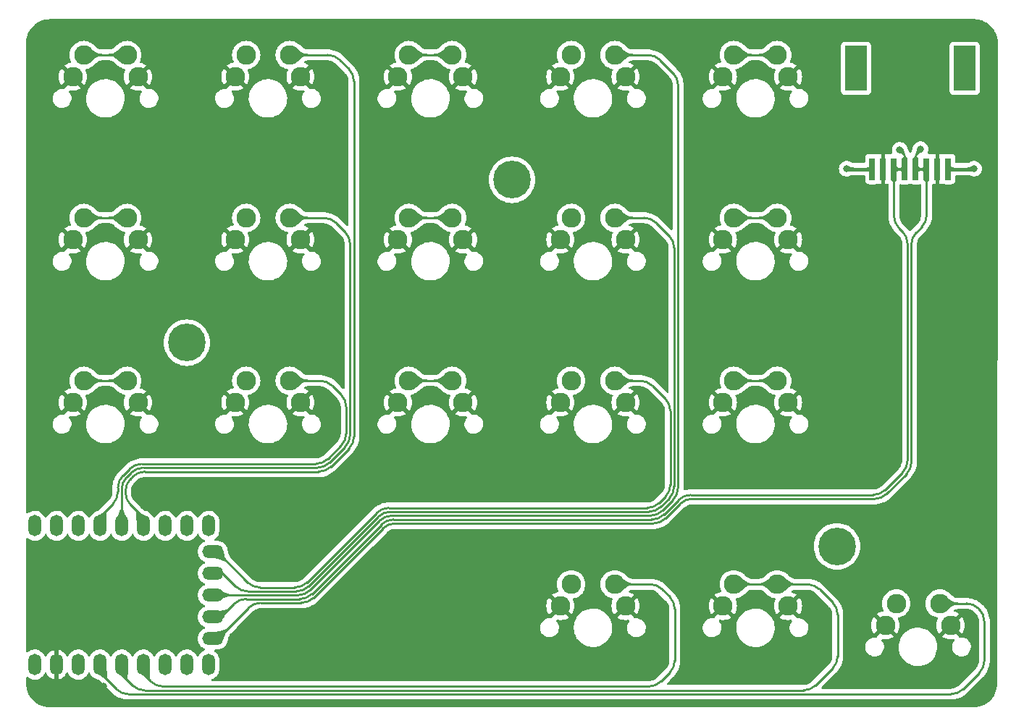
<source format=gbl>
%TF.GenerationSoftware,KiCad,Pcbnew,7.0.5*%
%TF.CreationDate,2023-06-09T13:05:54-04:00*%
%TF.ProjectId,atma,61746d61-2e6b-4696-9361-645f70636258,v1.0.0*%
%TF.SameCoordinates,Original*%
%TF.FileFunction,Copper,L2,Bot*%
%TF.FilePolarity,Positive*%
%FSLAX46Y46*%
G04 Gerber Fmt 4.6, Leading zero omitted, Abs format (unit mm)*
G04 Created by KiCad (PCBNEW 7.0.5) date 2023-06-09 13:05:54*
%MOMM*%
%LPD*%
G01*
G04 APERTURE LIST*
%TA.AperFunction,ComponentPad*%
%ADD10C,2.286000*%
%TD*%
%TA.AperFunction,ComponentPad*%
%ADD11C,0.700000*%
%TD*%
%TA.AperFunction,ComponentPad*%
%ADD12C,4.400000*%
%TD*%
%TA.AperFunction,SMDPad,CuDef*%
%ADD13R,0.640000X2.540000*%
%TD*%
%TA.AperFunction,SMDPad,CuDef*%
%ADD14R,2.540000X5.210000*%
%TD*%
%TA.AperFunction,ComponentPad*%
%ADD15O,1.500000X2.500000*%
%TD*%
%TA.AperFunction,ComponentPad*%
%ADD16O,2.500000X1.500000*%
%TD*%
%TA.AperFunction,ViaPad*%
%ADD17C,0.800000*%
%TD*%
%TA.AperFunction,Conductor*%
%ADD18C,0.250000*%
%TD*%
%TA.AperFunction,Conductor*%
%ADD19C,0.400000*%
%TD*%
G04 APERTURE END LIST*
D10*
%TO.P,S14,1*%
%TO.N,matrix_inner_home*%
X225860000Y-128270000D03*
X230940000Y-128270000D03*
%TO.P,S14,2*%
%TO.N,GND*%
X224590000Y-130810000D03*
X232210000Y-130810000D03*
%TD*%
%TO.P,S16,1*%
%TO.N,thumbfan_near_home*%
X206860000Y-171132500D03*
X211940000Y-171132500D03*
%TO.P,S16,2*%
%TO.N,GND*%
X205590000Y-173672500D03*
X213210000Y-173672500D03*
%TD*%
D11*
%TO.P,_4,1*%
%TO.N,N/C*%
X198275000Y-123825000D03*
X198758274Y-122658274D03*
X198758274Y-124991726D03*
X199925000Y-122175000D03*
D12*
X199925000Y-123825000D03*
D11*
X199925000Y-125475000D03*
X201091726Y-122658274D03*
X201091726Y-124991726D03*
X201575000Y-123825000D03*
%TD*%
D10*
%TO.P,S5,1*%
%TO.N,matrix_ring_home*%
X168860000Y-128270000D03*
X173940000Y-128270000D03*
%TO.P,S5,2*%
%TO.N,GND*%
X167590000Y-130810000D03*
X175210000Y-130810000D03*
%TD*%
%TO.P,S1,1*%
%TO.N,matrix_pinky_bottom*%
X149860000Y-147320000D03*
X154940000Y-147320000D03*
%TO.P,S1,2*%
%TO.N,GND*%
X148590000Y-149860000D03*
X156210000Y-149860000D03*
%TD*%
%TO.P,S13,1*%
%TO.N,matrix_inner_bottom*%
X225860000Y-147320000D03*
X230940000Y-147320000D03*
%TO.P,S13,2*%
%TO.N,GND*%
X224590000Y-149860000D03*
X232210000Y-149860000D03*
%TD*%
%TO.P,S10,1*%
%TO.N,matrix_index_bottom*%
X206860000Y-147320000D03*
X211940000Y-147320000D03*
%TO.P,S10,2*%
%TO.N,GND*%
X205590000Y-149860000D03*
X213210000Y-149860000D03*
%TD*%
D11*
%TO.P,_5,1*%
%TO.N,N/C*%
X236275000Y-166687500D03*
X236758274Y-165520774D03*
X236758274Y-167854226D03*
X237925000Y-165037500D03*
D12*
X237925000Y-166687500D03*
D11*
X237925000Y-168337500D03*
X239091726Y-165520774D03*
X239091726Y-167854226D03*
X239575000Y-166687500D03*
%TD*%
D13*
%TO.P,,1*%
%TO.N,3V3*%
X250942500Y-122559500D03*
%TO.P,,2*%
%TO.N,GND*%
X249672500Y-122559500D03*
%TO.P,,3*%
%TO.N,GP13*%
X248402500Y-122559500D03*
%TO.P,,4*%
X247132500Y-122559500D03*
%TO.P,,5*%
%TO.N,GP12*%
X245862500Y-122559500D03*
%TO.P,,6*%
X244592500Y-122559500D03*
%TO.P,,7*%
%TO.N,GND*%
X243322500Y-122559500D03*
%TO.P,,8*%
%TO.N,3V3*%
X242052500Y-122559500D03*
D14*
%TO.P,,9*%
%TO.N,N/C*%
X252847500Y-110784500D03*
%TO.P,,10*%
X240147500Y-110784500D03*
%TD*%
D15*
%TO.P,,1*%
%TO.N,matrix_pinky_top*%
X144145000Y-164282500D03*
%TO.P,,2*%
%TO.N,matrix_pinky_home*%
X146685000Y-164282500D03*
%TO.P,,3*%
%TO.N,matrix_pinky_bottom*%
X149225000Y-164282500D03*
%TO.P,,4*%
%TO.N,matrix_ring_bottom*%
X151765000Y-164282500D03*
%TO.P,,5*%
%TO.N,matrix_ring_home*%
X154305000Y-164282500D03*
%TO.P,,6*%
%TO.N,matrix_ring_top*%
X156845000Y-164282500D03*
%TO.P,,7*%
%TO.N,matrix_middle_top*%
X159385000Y-164282500D03*
%TO.P,,8*%
%TO.N,matrix_middle_home*%
X161925000Y-164282500D03*
%TO.P,,9*%
%TO.N,matrix_middle_bottom*%
X164465000Y-164282500D03*
D16*
%TO.P,,10*%
%TO.N,matrix_index_bottom*%
X164965000Y-167322500D03*
%TO.P,,11*%
%TO.N,matrix_index_home*%
X164965000Y-169862500D03*
%TO.P,,12*%
%TO.N,matrix_index_top*%
X164965000Y-172402500D03*
%TO.P,,13*%
%TO.N,GP12*%
X164965000Y-174942500D03*
%TO.P,,14*%
%TO.N,GP13*%
X164965000Y-177482500D03*
D15*
%TO.P,,15*%
%TO.N,matrix_inner_top*%
X164465000Y-180522500D03*
%TO.P,,16*%
%TO.N,matrix_inner_home*%
X161925000Y-180522500D03*
%TO.P,,17*%
%TO.N,matrix_inner_bottom*%
X159385000Y-180522500D03*
%TO.P,,18*%
%TO.N,thumbfan_near_home*%
X156845000Y-180522500D03*
%TO.P,,19*%
%TO.N,thumbfan_home_home*%
X154305000Y-180522500D03*
%TO.P,,20*%
%TO.N,thumbfan_far_home*%
X151765000Y-180522500D03*
%TO.P,,21*%
%TO.N,3V3*%
X149225000Y-180522500D03*
%TO.P,,22*%
%TO.N,GND*%
X146685000Y-180522500D03*
%TO.P,,23*%
%TO.N,5V*%
X144145000Y-180522500D03*
%TD*%
D10*
%TO.P,S18,1*%
%TO.N,thumbfan_far_home*%
X244856000Y-173380400D03*
X249936000Y-173380400D03*
%TO.P,S18,2*%
%TO.N,GND*%
X243586000Y-175920400D03*
X251206000Y-175920400D03*
%TD*%
%TO.P,S2,1*%
%TO.N,matrix_pinky_home*%
X149860000Y-128270000D03*
X154940000Y-128270000D03*
%TO.P,S2,2*%
%TO.N,GND*%
X148590000Y-130810000D03*
X156210000Y-130810000D03*
%TD*%
%TO.P,S17,1*%
%TO.N,thumbfan_home_home*%
X225860000Y-171132500D03*
X230940000Y-171132500D03*
%TO.P,S17,2*%
%TO.N,GND*%
X224590000Y-173672500D03*
X232210000Y-173672500D03*
%TD*%
%TO.P,S11,1*%
%TO.N,matrix_index_home*%
X206860000Y-128270000D03*
X211940000Y-128270000D03*
%TO.P,S11,2*%
%TO.N,GND*%
X205590000Y-130810000D03*
X213210000Y-130810000D03*
%TD*%
D11*
%TO.P,_3,1*%
%TO.N,N/C*%
X160275000Y-142875000D03*
X160758274Y-141708274D03*
X160758274Y-144041726D03*
X161925000Y-141225000D03*
D12*
X161925000Y-142875000D03*
D11*
X161925000Y-144525000D03*
X163091726Y-141708274D03*
X163091726Y-144041726D03*
X163575000Y-142875000D03*
%TD*%
D10*
%TO.P,S9,1*%
%TO.N,matrix_middle_top*%
X187860000Y-109220000D03*
X192940000Y-109220000D03*
%TO.P,S9,2*%
%TO.N,GND*%
X186590000Y-111760000D03*
X194210000Y-111760000D03*
%TD*%
%TO.P,S6,1*%
%TO.N,matrix_ring_top*%
X168860000Y-109220000D03*
X173940000Y-109220000D03*
%TO.P,S6,2*%
%TO.N,GND*%
X167590000Y-111760000D03*
X175210000Y-111760000D03*
%TD*%
%TO.P,S8,1*%
%TO.N,matrix_middle_home*%
X187860000Y-128270000D03*
X192940000Y-128270000D03*
%TO.P,S8,2*%
%TO.N,GND*%
X186590000Y-130810000D03*
X194210000Y-130810000D03*
%TD*%
%TO.P,S15,1*%
%TO.N,matrix_inner_top*%
X225860000Y-109220000D03*
X230940000Y-109220000D03*
%TO.P,S15,2*%
%TO.N,GND*%
X224590000Y-111760000D03*
X232210000Y-111760000D03*
%TD*%
%TO.P,S4,1*%
%TO.N,matrix_ring_bottom*%
X168860000Y-147320000D03*
X173940000Y-147320000D03*
%TO.P,S4,2*%
%TO.N,GND*%
X167590000Y-149860000D03*
X175210000Y-149860000D03*
%TD*%
%TO.P,S7,1*%
%TO.N,matrix_middle_bottom*%
X187860000Y-147320000D03*
X192940000Y-147320000D03*
%TO.P,S7,2*%
%TO.N,GND*%
X186590000Y-149860000D03*
X194210000Y-149860000D03*
%TD*%
%TO.P,S3,1*%
%TO.N,matrix_pinky_top*%
X149860000Y-109220000D03*
X154940000Y-109220000D03*
%TO.P,S3,2*%
%TO.N,GND*%
X148590000Y-111760000D03*
X156210000Y-111760000D03*
%TD*%
%TO.P,S12,1*%
%TO.N,matrix_index_top*%
X206860000Y-109220000D03*
X211940000Y-109220000D03*
%TO.P,S12,2*%
%TO.N,GND*%
X205590000Y-111760000D03*
X213210000Y-111760000D03*
%TD*%
D17*
%TO.N,GND*%
X154228800Y-172415200D03*
X152146000Y-183032400D03*
X246430800Y-128473200D03*
%TO.N,GP12*%
X245262400Y-120294400D03*
%TO.N,GP13*%
X247700800Y-120243600D03*
%TO.N,3V3*%
X253949200Y-122529600D03*
X239064800Y-122529600D03*
%TD*%
D18*
%TO.N,thumbfan_home_home*%
X225860000Y-171132500D02*
X230940000Y-171132500D01*
%TO.N,thumbfan_far_home*%
X254564320Y-181502842D02*
G75*
G03*
X255150125Y-180088648I-1414220J1414242D01*
G01*
X153679400Y-183397428D02*
G75*
G03*
X155093627Y-183983200I1414200J1414228D01*
G01*
X251255573Y-183983180D02*
G75*
G03*
X252669786Y-183397412I27J1999980D01*
G01*
X254564338Y-174046338D02*
X254484186Y-173966186D01*
X255150151Y-175460552D02*
G75*
G03*
X254564338Y-174046338I-2000051J-48D01*
G01*
X254484200Y-173966172D02*
G75*
G03*
X253069973Y-173380400I-1414200J-1414228D01*
G01*
X155093627Y-183983200D02*
X251255573Y-183983200D01*
X151765000Y-181483000D02*
X153679414Y-183397414D01*
X252669787Y-183397413D02*
X254564339Y-181502861D01*
X255150125Y-180088648D02*
X255150125Y-175460552D01*
X253069973Y-173380400D02*
X249936000Y-173380400D01*
%TO.N,matrix_pinky_bottom*%
X149860000Y-147320000D02*
X154940000Y-147320000D01*
%TO.N,matrix_pinky_home*%
X149860000Y-128270000D02*
X154940000Y-128270000D01*
%TO.N,matrix_pinky_top*%
X149860000Y-109220000D02*
X154940000Y-109220000D01*
%TO.N,matrix_ring_bottom*%
X177491573Y-147320000D02*
X173940000Y-147320000D01*
X153855000Y-160316573D02*
X153855000Y-159837031D01*
X178399391Y-156464213D02*
X179964214Y-154899390D01*
X151765000Y-163235000D02*
X153269214Y-161730786D01*
X156642031Y-157050000D02*
X176985177Y-157050000D01*
X154440787Y-158422817D02*
X155227818Y-157635786D01*
X180550000Y-153485177D02*
X180550000Y-150378427D01*
X179964213Y-148964213D02*
X178905786Y-147905786D01*
X180549980Y-150378427D02*
G75*
G03*
X179964212Y-148964214I-1999980J27D01*
G01*
X179964226Y-154899402D02*
G75*
G03*
X180550000Y-153485177I-1414226J1414202D01*
G01*
X178905800Y-147905772D02*
G75*
G03*
X177491573Y-147320000I-1414200J-1414228D01*
G01*
X154440771Y-158422801D02*
G75*
G03*
X153855000Y-159837031I1414229J-1414199D01*
G01*
X153269228Y-161730800D02*
G75*
G03*
X153855000Y-160316573I-1414228J1414200D01*
G01*
X176985177Y-157049983D02*
G75*
G03*
X178399391Y-156464213I23J1999983D01*
G01*
X156642031Y-157050023D02*
G75*
G03*
X155227819Y-157635787I-31J-1999977D01*
G01*
%TO.N,matrix_ring_home*%
X177941573Y-128270000D02*
X173940000Y-128270000D01*
X156828427Y-157500000D02*
X177171573Y-157500000D01*
X154890787Y-158609213D02*
X155414214Y-158085786D01*
X178585787Y-156914213D02*
X180414214Y-155085786D01*
X180414213Y-129914213D02*
X179355786Y-128855786D01*
X154305000Y-164782500D02*
X154305000Y-160023427D01*
X181000000Y-153671573D02*
X181000000Y-131328427D01*
X179355800Y-128855772D02*
G75*
G03*
X177941573Y-128270000I-1414200J-1414228D01*
G01*
X154890773Y-158609199D02*
G75*
G03*
X154305000Y-160023427I1414227J-1414201D01*
G01*
X180414228Y-155085800D02*
G75*
G03*
X181000000Y-153671573I-1414228J1414200D01*
G01*
X177171573Y-157499980D02*
G75*
G03*
X178585786Y-156914212I27J1999980D01*
G01*
X180999980Y-131328427D02*
G75*
G03*
X180414212Y-129914214I-1999980J27D01*
G01*
X156828427Y-157500020D02*
G75*
G03*
X155414215Y-158085787I-27J-1999980D01*
G01*
%TO.N,matrix_ring_top*%
X179805787Y-109805787D02*
X180864214Y-110864214D01*
X156845000Y-163345000D02*
X155340786Y-161840786D01*
X154755000Y-160426573D02*
X154755000Y-160209823D01*
X155340787Y-158795609D02*
X155600610Y-158535786D01*
X173940000Y-109220000D02*
X178391573Y-109220000D01*
X181450000Y-153857969D02*
X181450000Y-112278427D01*
X157014823Y-157950000D02*
X177357969Y-157950000D01*
X178772183Y-157364213D02*
X180864214Y-155272182D01*
X154755020Y-160426573D02*
G75*
G03*
X155340787Y-161840785I1999980J-27D01*
G01*
X155340775Y-158795597D02*
G75*
G03*
X154755000Y-160209823I1414225J-1414203D01*
G01*
X157014823Y-157950017D02*
G75*
G03*
X155600610Y-158535786I-23J-1999983D01*
G01*
X177357969Y-157949977D02*
G75*
G03*
X178772182Y-157364212I31J1999977D01*
G01*
X181449980Y-112278427D02*
G75*
G03*
X180864213Y-110864215I-1999980J27D01*
G01*
X179805801Y-109805773D02*
G75*
G03*
X178391573Y-109220000I-1414201J-1414227D01*
G01*
X180864230Y-155272198D02*
G75*
G03*
X181450000Y-153857969I-1414230J1414198D01*
G01*
%TO.N,matrix_middle_bottom*%
X187860000Y-147320000D02*
X192940000Y-147320000D01*
%TO.N,matrix_middle_home*%
X187860000Y-128270000D02*
X192940000Y-128270000D01*
%TO.N,matrix_middle_top*%
X187860000Y-109220000D02*
X192940000Y-109220000D01*
%TO.N,matrix_index_bottom*%
X175969691Y-170916713D02*
X184096218Y-162790186D01*
X185510431Y-162204400D02*
X215731973Y-162204400D01*
X165442900Y-167322500D02*
X169037114Y-170916714D01*
X170451327Y-171502500D02*
X174555477Y-171502500D01*
X218440000Y-159496373D02*
X218440000Y-150840827D01*
X217146187Y-161618613D02*
X217854214Y-160910586D01*
X217854213Y-149426613D02*
X216333386Y-147905786D01*
X214919173Y-147320000D02*
X211940000Y-147320000D01*
X185510431Y-162204423D02*
G75*
G03*
X184096219Y-162790187I-31J-1999977D01*
G01*
X215731973Y-162204380D02*
G75*
G03*
X217146186Y-161618612I27J1999980D01*
G01*
X217854228Y-160910600D02*
G75*
G03*
X218440000Y-159496373I-1414228J1414200D01*
G01*
X216333400Y-147905772D02*
G75*
G03*
X214919173Y-147320000I-1414200J-1414228D01*
G01*
X218439980Y-150840827D02*
G75*
G03*
X217854212Y-149426614I-1999980J27D01*
G01*
X169037100Y-170916728D02*
G75*
G03*
X170451327Y-171502500I1414200J1414228D01*
G01*
X174555477Y-171502483D02*
G75*
G03*
X175969691Y-170916713I23J1999983D01*
G01*
%TO.N,matrix_index_home*%
X184282613Y-163240187D02*
X176156086Y-171366714D01*
X218304213Y-161096983D02*
X217332582Y-162068614D01*
X218890000Y-131783627D02*
X218890000Y-159682769D01*
X167607513Y-171366713D02*
X166103300Y-169862500D01*
X174741873Y-171952500D02*
X169021727Y-171952500D01*
X211940000Y-128270000D02*
X215376373Y-128270000D01*
X215918369Y-162654400D02*
X185696827Y-162654400D01*
X216790587Y-128855787D02*
X218304214Y-130369414D01*
X166103300Y-169862500D02*
X164465000Y-169862500D01*
X167607499Y-171366727D02*
G75*
G03*
X169021727Y-171952500I1414201J1414227D01*
G01*
X218889980Y-131783627D02*
G75*
G03*
X218304213Y-130369415I-1999980J27D01*
G01*
X216790601Y-128855773D02*
G75*
G03*
X215376373Y-128270000I-1414201J-1414227D01*
G01*
X218304229Y-161096999D02*
G75*
G03*
X218890000Y-159682769I-1414229J1414199D01*
G01*
X215918369Y-162654377D02*
G75*
G03*
X217332581Y-162068613I31J1999977D01*
G01*
X174741873Y-171952480D02*
G75*
G03*
X176156085Y-171366713I27J1999980D01*
G01*
X185696827Y-162654420D02*
G75*
G03*
X184282614Y-163240188I-27J-1999980D01*
G01*
%TO.N,matrix_index_top*%
X218754213Y-111312213D02*
X217247786Y-109805786D01*
X215833573Y-109220000D02*
X211940000Y-109220000D01*
X164465000Y-172402500D02*
X174928269Y-172402500D01*
X185883223Y-163104400D02*
X216104765Y-163104400D01*
X219340000Y-159869165D02*
X219340000Y-112726427D01*
X176342483Y-171816713D02*
X184469010Y-163690186D01*
X217518979Y-162518613D02*
X218754214Y-161283378D01*
X219339980Y-112726427D02*
G75*
G03*
X218754212Y-111312214I-1999980J27D01*
G01*
X185883223Y-163104417D02*
G75*
G03*
X184469010Y-163690186I-23J-1999983D01*
G01*
X216104765Y-163104375D02*
G75*
G03*
X217518979Y-162518613I35J1999975D01*
G01*
X217247800Y-109805772D02*
G75*
G03*
X215833573Y-109220000I-1414200J-1414228D01*
G01*
X218754232Y-161283396D02*
G75*
G03*
X219340000Y-159869165I-1414232J1414196D01*
G01*
X174928269Y-172402477D02*
G75*
G03*
X176342482Y-171816712I31J1999977D01*
G01*
%TO.N,matrix_inner_bottom*%
X225860000Y-147320000D02*
X230940000Y-147320000D01*
%TO.N,matrix_inner_home*%
X225860000Y-128270000D02*
X230940000Y-128270000D01*
%TO.N,matrix_inner_top*%
X225860000Y-109220000D02*
X230940000Y-109220000D01*
%TO.N,thumbfan_near_home*%
X216074873Y-171132500D02*
X211940000Y-171132500D01*
X159121227Y-183083200D02*
X215935173Y-183083200D01*
X218948000Y-180070373D02*
X218948000Y-174005627D01*
X156845000Y-181635400D02*
X157707014Y-182497414D01*
X218362213Y-172591413D02*
X217489086Y-171718286D01*
X217349387Y-182497413D02*
X218362214Y-181484586D01*
X157707000Y-182497428D02*
G75*
G03*
X159121227Y-183083200I1414200J1414228D01*
G01*
X215935173Y-183083180D02*
G75*
G03*
X217349386Y-182497412I27J1999980D01*
G01*
X218362228Y-181484600D02*
G75*
G03*
X218948000Y-180070373I-1414228J1414200D01*
G01*
X218947980Y-174005627D02*
G75*
G03*
X218362212Y-172591414I-1999980J27D01*
G01*
X217489100Y-171718272D02*
G75*
G03*
X216074873Y-171132500I-1414200J-1414228D01*
G01*
%TO.N,thumbfan_home_home*%
X235441387Y-182947413D02*
X237412214Y-180976586D01*
X237412213Y-173251813D02*
X235878686Y-171718286D01*
X234464473Y-171132500D02*
X230940000Y-171132500D01*
X154305000Y-180022500D02*
X154305000Y-181686200D01*
X154305000Y-181686200D02*
X155566214Y-182947414D01*
X237998000Y-179562373D02*
X237998000Y-174666027D01*
X156980427Y-183533200D02*
X234027173Y-183533200D01*
X234027173Y-183533180D02*
G75*
G03*
X235441386Y-182947412I27J1999980D01*
G01*
X235878700Y-171718272D02*
G75*
G03*
X234464473Y-171132500I-1414200J-1414228D01*
G01*
X237997980Y-174666027D02*
G75*
G03*
X237412212Y-173251814I-1999980J27D01*
G01*
X237412228Y-180976600D02*
G75*
G03*
X237998000Y-179562373I-1414228J1414200D01*
G01*
X155566200Y-182947428D02*
G75*
G03*
X156980427Y-183533200I1414200J1414228D01*
G01*
%TO.N,GP12*%
X176528879Y-172266713D02*
X184655406Y-164140186D01*
X168843927Y-172852500D02*
X175114665Y-172852500D01*
X220822015Y-160680400D02*
X242147973Y-160680400D01*
X165925500Y-174942500D02*
X167429714Y-173438286D01*
X217705375Y-162968613D02*
X219407802Y-161266186D01*
X245862500Y-122559500D02*
X245862500Y-121207114D01*
X244592500Y-122559500D02*
X245862500Y-122559500D01*
X244592500Y-122559500D02*
X244592500Y-128041673D01*
X246176800Y-131282827D02*
X246176800Y-156651573D01*
X245178287Y-129455887D02*
X245591014Y-129868614D01*
X186069619Y-163554400D02*
X216291161Y-163554400D01*
X245364000Y-120294400D02*
X245262400Y-120294400D01*
X245591013Y-158065787D02*
X243562186Y-160094614D01*
X245569607Y-120500007D02*
X245364000Y-120294400D01*
X216291161Y-163554372D02*
G75*
G03*
X217705375Y-162968613I39J1999972D01*
G01*
X220822015Y-160680411D02*
G75*
G03*
X219407802Y-161266186I-15J-1999989D01*
G01*
X242147973Y-160680380D02*
G75*
G03*
X243562185Y-160094613I27J1999980D01*
G01*
X246176780Y-131282827D02*
G75*
G03*
X245591013Y-129868615I-1999980J27D01*
G01*
X168843927Y-172852520D02*
G75*
G03*
X167429715Y-173438287I-27J-1999980D01*
G01*
X175114665Y-172852475D02*
G75*
G03*
X176528879Y-172266713I35J1999975D01*
G01*
X245591027Y-158065801D02*
G75*
G03*
X246176800Y-156651573I-1414227J1414201D01*
G01*
X244592520Y-128041673D02*
G75*
G03*
X245178288Y-129455886I1999980J-27D01*
G01*
X245862490Y-121207114D02*
G75*
G03*
X245569607Y-120500007I-999990J14D01*
G01*
X186069619Y-163554414D02*
G75*
G03*
X184655406Y-164140186I-19J-1999986D01*
G01*
%TO.N,GP13*%
X165519100Y-177482500D02*
X169113314Y-173888286D01*
X170527527Y-173302500D02*
X175301061Y-173302500D01*
X246626800Y-156837969D02*
X246626800Y-131391627D01*
X248402500Y-122559500D02*
X247132500Y-122559500D01*
X186256015Y-164004400D02*
X216477557Y-164004400D01*
X235762800Y-161137600D02*
X242327169Y-161137600D01*
X247132500Y-122559500D02*
X247132500Y-121226114D01*
X176715275Y-172716713D02*
X184841802Y-164590186D01*
X247212587Y-129977413D02*
X247816714Y-129373286D01*
X217891771Y-163418613D02*
X219594198Y-161716186D01*
X235755600Y-161130400D02*
X235762800Y-161137600D01*
X247425393Y-120519007D02*
X247700800Y-120243600D01*
X221008411Y-161130400D02*
X235755600Y-161130400D01*
X248402500Y-127959073D02*
X248402500Y-122559500D01*
X243741383Y-160551813D02*
X246041014Y-158252182D01*
X247425386Y-120519000D02*
G75*
G03*
X247132500Y-121226114I707114J-707100D01*
G01*
X221008411Y-161130408D02*
G75*
G03*
X219594198Y-161716186I-11J-1999992D01*
G01*
X247816728Y-129373300D02*
G75*
G03*
X248402500Y-127959073I-1414228J1414200D01*
G01*
X247212573Y-129977399D02*
G75*
G03*
X246626800Y-131391627I1414227J-1414201D01*
G01*
X186256015Y-164004411D02*
G75*
G03*
X184841802Y-164590186I-15J-1999989D01*
G01*
X175301061Y-173302472D02*
G75*
G03*
X176715275Y-172716713I39J1999972D01*
G01*
X242327169Y-161137577D02*
G75*
G03*
X243741382Y-160551812I31J1999977D01*
G01*
X246041030Y-158252198D02*
G75*
G03*
X246626800Y-156837969I-1414230J1414198D01*
G01*
X216477557Y-164004369D02*
G75*
G03*
X217891771Y-163418613I43J1999969D01*
G01*
X170527527Y-173302520D02*
G75*
G03*
X169113315Y-173888287I-27J-1999980D01*
G01*
D19*
%TO.N,3V3*%
X250942500Y-122559500D02*
X253919300Y-122559500D01*
X239094700Y-122559500D02*
X239064800Y-122529600D01*
X253919300Y-122559500D02*
X253949200Y-122529600D01*
X242052500Y-122559500D02*
X239094700Y-122559500D01*
%TD*%
%TA.AperFunction,Conductor*%
%TO.N,GND*%
G36*
X253974875Y-105025598D02*
G01*
X254277631Y-105042611D01*
X254284531Y-105043388D01*
X254581763Y-105093914D01*
X254588537Y-105095462D01*
X254714658Y-105131813D01*
X254878241Y-105178962D01*
X254884785Y-105181253D01*
X255162766Y-105296451D01*
X255163307Y-105296675D01*
X255169578Y-105299697D01*
X255301493Y-105372639D01*
X255433415Y-105445586D01*
X255439298Y-105449284D01*
X255685135Y-105623809D01*
X255690572Y-105628148D01*
X255915307Y-105829102D01*
X255920222Y-105834020D01*
X256121041Y-106058889D01*
X256125379Y-106064333D01*
X256299743Y-106310274D01*
X256303437Y-106316158D01*
X256449164Y-106580097D01*
X256452178Y-106586363D01*
X256567418Y-106864943D01*
X256569713Y-106871514D01*
X256653026Y-107161256D01*
X256654571Y-107168043D01*
X256704907Y-107465297D01*
X256705681Y-107472200D01*
X256722549Y-107775796D01*
X256722644Y-107779275D01*
X256676379Y-182695027D01*
X256676352Y-182737448D01*
X256676252Y-182740922D01*
X256659083Y-183043440D01*
X256658300Y-183050343D01*
X256607677Y-183347300D01*
X256606126Y-183354080D01*
X256522584Y-183643504D01*
X256520283Y-183650068D01*
X256404870Y-183928331D01*
X256401850Y-183934596D01*
X256291335Y-184134359D01*
X256256530Y-184197271D01*
X256256025Y-184198183D01*
X256252322Y-184204071D01*
X256077906Y-184449687D01*
X256073568Y-184455123D01*
X255872762Y-184679673D01*
X255867842Y-184684590D01*
X255643165Y-184885255D01*
X255637726Y-184889590D01*
X255391997Y-185063850D01*
X255386107Y-185067550D01*
X255122426Y-185213209D01*
X255116159Y-185216226D01*
X254837826Y-185331460D01*
X254831261Y-185333757D01*
X254541786Y-185417114D01*
X254535005Y-185418661D01*
X254238009Y-185469098D01*
X254231097Y-185469876D01*
X253979132Y-185484017D01*
X253927709Y-185486903D01*
X253924238Y-185487000D01*
X145876742Y-185487000D01*
X145873265Y-185486902D01*
X145570632Y-185469907D01*
X145563718Y-185469128D01*
X145266616Y-185418647D01*
X145259832Y-185417099D01*
X144970243Y-185333670D01*
X144963676Y-185331372D01*
X144685687Y-185216226D01*
X144685253Y-185216046D01*
X144678988Y-185213029D01*
X144415228Y-185067253D01*
X144409336Y-185063551D01*
X144163558Y-184889162D01*
X144158117Y-184884824D01*
X143933408Y-184684011D01*
X143928488Y-184679091D01*
X143727675Y-184454382D01*
X143723337Y-184448941D01*
X143548948Y-184203163D01*
X143545246Y-184197271D01*
X143408562Y-183949961D01*
X143399466Y-183933502D01*
X143396456Y-183927254D01*
X143281126Y-183648820D01*
X143278829Y-183642256D01*
X143195400Y-183352667D01*
X143193852Y-183345883D01*
X143177301Y-183248473D01*
X143143369Y-183048769D01*
X143142593Y-183041876D01*
X143130538Y-182827211D01*
X143125598Y-182739235D01*
X143125500Y-182735758D01*
X143125500Y-182079029D01*
X143145185Y-182011990D01*
X143197989Y-181966235D01*
X143267147Y-181956291D01*
X143330703Y-181985316D01*
X143335179Y-181989390D01*
X143339981Y-181993981D01*
X143357167Y-182010413D01*
X143546227Y-182135210D01*
X143754522Y-182224240D01*
X143754525Y-182224241D01*
X143754530Y-182224243D01*
X143975385Y-182274651D01*
X144201691Y-182284815D01*
X144426175Y-182254406D01*
X144641621Y-182184403D01*
X144841106Y-182077056D01*
X145018218Y-181935814D01*
X145167263Y-181765218D01*
X145283453Y-181570750D01*
X145303354Y-181517723D01*
X145345338Y-181461877D01*
X145410851Y-181437593D01*
X145479094Y-181452584D01*
X145528399Y-181502090D01*
X145531166Y-181507494D01*
X145607598Y-181666208D01*
X145607602Y-181666216D01*
X145739851Y-181848241D01*
X145739857Y-181848249D01*
X145902486Y-182003737D01*
X146090266Y-182127691D01*
X146297169Y-182216124D01*
X146297178Y-182216127D01*
X146434999Y-182247584D01*
X146435000Y-182247584D01*
X146435000Y-180458001D01*
X146542685Y-180507180D01*
X146649237Y-180522500D01*
X146720763Y-180522500D01*
X146827315Y-180507180D01*
X146935000Y-180458001D01*
X146935000Y-182250049D01*
X146964267Y-182246086D01*
X146964273Y-182246085D01*
X147178268Y-182176554D01*
X147376401Y-182069934D01*
X147376404Y-182069932D01*
X147552320Y-181929645D01*
X147700352Y-181760207D01*
X147700359Y-181760199D01*
X147815759Y-181567053D01*
X147815760Y-181567051D01*
X147834116Y-181518141D01*
X147876101Y-181462293D01*
X147941614Y-181438008D01*
X148009857Y-181452998D01*
X148059162Y-181502504D01*
X148061930Y-181507908D01*
X148140273Y-181670590D01*
X148140275Y-181670593D01*
X148273424Y-181853857D01*
X148273431Y-181853865D01*
X148352691Y-181929645D01*
X148437166Y-182010412D01*
X148538125Y-182077054D01*
X148626227Y-182135210D01*
X148834522Y-182224240D01*
X148834525Y-182224241D01*
X148834530Y-182224243D01*
X149055385Y-182274651D01*
X149281691Y-182284815D01*
X149506175Y-182254406D01*
X149721621Y-182184403D01*
X149921106Y-182077056D01*
X150098218Y-181935814D01*
X150247263Y-181765218D01*
X150363453Y-181570750D01*
X150379221Y-181528734D01*
X150421203Y-181472889D01*
X150486717Y-181448604D01*
X150554960Y-181463594D01*
X150604265Y-181513099D01*
X150607033Y-181518505D01*
X150680271Y-181670586D01*
X150680275Y-181670593D01*
X150813424Y-181853857D01*
X150813431Y-181853865D01*
X150892691Y-181929645D01*
X150977166Y-182010412D01*
X151078125Y-182077054D01*
X151166227Y-182135210D01*
X151345135Y-182211679D01*
X151374530Y-182224243D01*
X151507647Y-182254625D01*
X151513017Y-182256108D01*
X151533676Y-182262826D01*
X151551431Y-182270165D01*
X151649979Y-182320166D01*
X151657112Y-182324408D01*
X151775619Y-182406129D01*
X151781153Y-182410428D01*
X151899455Y-182513564D01*
X151902554Y-182516458D01*
X151949046Y-182562950D01*
X151950119Y-182564053D01*
X152002794Y-182619572D01*
X152070235Y-182690655D01*
X152073112Y-182693599D01*
X152073115Y-182693602D01*
X152118145Y-182734520D01*
X152120187Y-182736030D01*
X152134159Y-182748063D01*
X153174732Y-183788636D01*
X153174752Y-183788658D01*
X153177073Y-183790979D01*
X153177074Y-183790980D01*
X153195132Y-183809038D01*
X153195163Y-183809094D01*
X153336035Y-183949965D01*
X153567265Y-184134359D01*
X153567291Y-184134380D01*
X153817745Y-184291747D01*
X154084244Y-184420083D01*
X154084247Y-184420084D01*
X154084249Y-184420085D01*
X154145004Y-184441343D01*
X154363436Y-184517772D01*
X154363445Y-184517774D01*
X154651793Y-184583585D01*
X154651799Y-184583585D01*
X154651810Y-184583588D01*
X154945741Y-184616702D01*
X155093634Y-184616700D01*
X155093637Y-184616700D01*
X251297086Y-184616700D01*
X251297710Y-184616680D01*
X251403458Y-184616681D01*
X251697387Y-184583568D01*
X251985759Y-184517752D01*
X252264949Y-184420063D01*
X252531446Y-184291728D01*
X252781898Y-184134362D01*
X253013156Y-183949944D01*
X253052770Y-183910330D01*
X253052786Y-183910316D01*
X253061145Y-183901956D01*
X253061149Y-183901955D01*
X253117735Y-183845369D01*
X253172127Y-183790979D01*
X253172129Y-183790974D01*
X253179188Y-183783916D01*
X253179194Y-183783908D01*
X254976178Y-181986926D01*
X255012288Y-181950817D01*
X255012287Y-181950816D01*
X255048442Y-181914664D01*
X255048608Y-181914459D01*
X255116846Y-181846223D01*
X255301267Y-181614971D01*
X255458638Y-181364525D01*
X255586978Y-181098033D01*
X255684674Y-180818848D01*
X255714142Y-180689752D01*
X255750494Y-180530500D01*
X255750495Y-180530492D01*
X255750498Y-180530480D01*
X255777529Y-180290620D01*
X255783622Y-180236558D01*
X255783622Y-180218255D01*
X255783622Y-180178679D01*
X255783625Y-180178660D01*
X255783625Y-180070366D01*
X255783625Y-180068347D01*
X255783627Y-180011742D01*
X255783625Y-180011738D01*
X255783626Y-180001768D01*
X255783624Y-180001730D01*
X255783624Y-175548623D01*
X255783626Y-175548590D01*
X255783626Y-175537460D01*
X255783627Y-175537458D01*
X255783626Y-175511924D01*
X255783651Y-175511837D01*
X255783650Y-175460537D01*
X255783651Y-175460537D01*
X255783648Y-175312643D01*
X255750524Y-175018715D01*
X255750521Y-175018704D01*
X255750520Y-175018694D01*
X255684701Y-174730353D01*
X255684699Y-174730344D01*
X255587002Y-174451156D01*
X255581582Y-174439901D01*
X255458663Y-174184666D01*
X255458660Y-174184661D01*
X255301289Y-173934214D01*
X255116865Y-173702959D01*
X255112214Y-173698308D01*
X255012286Y-173598382D01*
X254989182Y-173575278D01*
X254989166Y-173575260D01*
X254968466Y-173554560D01*
X254968435Y-173554504D01*
X254896615Y-173482685D01*
X254827569Y-173413639D01*
X254827564Y-173413634D01*
X254596308Y-173229219D01*
X254407005Y-173110275D01*
X254345855Y-173071853D01*
X254193206Y-172998343D01*
X254079350Y-172943514D01*
X253837695Y-172858960D01*
X253800164Y-172845828D01*
X253800160Y-172845827D01*
X253800154Y-172845825D01*
X253511806Y-172780014D01*
X253511796Y-172780013D01*
X253511792Y-172780012D01*
X253511790Y-172780012D01*
X253217859Y-172746898D01*
X253217855Y-172746898D01*
X253069963Y-172746900D01*
X252154931Y-172746900D01*
X252131495Y-172744665D01*
X252129526Y-172744286D01*
X252129521Y-172744285D01*
X252129520Y-172744285D01*
X252007688Y-172729749D01*
X251796088Y-172704502D01*
X251758848Y-172693977D01*
X251622590Y-172631136D01*
X251594998Y-172613676D01*
X251552751Y-172578365D01*
X251432205Y-172477608D01*
X251429673Y-172475372D01*
X251185780Y-172247690D01*
X251185761Y-172247673D01*
X251173217Y-172236705D01*
X251173199Y-172236690D01*
X251173191Y-172236683D01*
X251159524Y-172225497D01*
X251159518Y-172225492D01*
X251159505Y-172225482D01*
X251145964Y-172215131D01*
X250958014Y-172081104D01*
X250953743Y-172077768D01*
X250909731Y-172040178D01*
X250909730Y-172040177D01*
X250871480Y-172016738D01*
X250846790Y-172001607D01*
X250843197Y-171999230D01*
X250811103Y-171976344D01*
X250801024Y-171969513D01*
X250801016Y-171969508D01*
X250801000Y-171969497D01*
X250794935Y-171965594D01*
X250738815Y-171935330D01*
X250735848Y-171933622D01*
X250688081Y-171904350D01*
X250447919Y-171804872D01*
X250195153Y-171744189D01*
X249936000Y-171723793D01*
X249676846Y-171744189D01*
X249424080Y-171804872D01*
X249183915Y-171904351D01*
X248962276Y-172040173D01*
X248962273Y-172040174D01*
X248764602Y-172209002D01*
X248595774Y-172406673D01*
X248595773Y-172406676D01*
X248459951Y-172628315D01*
X248360472Y-172868480D01*
X248299789Y-173121246D01*
X248279393Y-173380400D01*
X248299789Y-173639553D01*
X248360472Y-173892319D01*
X248459951Y-174132484D01*
X248595773Y-174354125D01*
X248640562Y-174406566D01*
X248764602Y-174551798D01*
X248869583Y-174641460D01*
X248962273Y-174720625D01*
X248962276Y-174720626D01*
X249183915Y-174856448D01*
X249371083Y-174933975D01*
X249424080Y-174955927D01*
X249649499Y-175010044D01*
X249710090Y-175044834D01*
X249742254Y-175106860D01*
X249735778Y-175176429D01*
X249735112Y-175178071D01*
X249638582Y-175411114D01*
X249578211Y-175662579D01*
X249557920Y-175920400D01*
X249578211Y-176178220D01*
X249638582Y-176429685D01*
X249737549Y-176668613D01*
X249872673Y-176889114D01*
X249872676Y-176889119D01*
X249877767Y-176895079D01*
X250529337Y-176243508D01*
X250552670Y-176297600D01*
X250657269Y-176438101D01*
X250791450Y-176550693D01*
X250883187Y-176596765D01*
X250231319Y-177248632D01*
X250237283Y-177253725D01*
X250457786Y-177388850D01*
X250696714Y-177487817D01*
X250948179Y-177548188D01*
X251206000Y-177568479D01*
X251463819Y-177548188D01*
X251524117Y-177533712D01*
X251593899Y-177537203D01*
X251650717Y-177577866D01*
X251676530Y-177642793D01*
X251663144Y-177711368D01*
X251646777Y-177735488D01*
X251574753Y-177818608D01*
X251574740Y-177818625D01*
X251469574Y-178000779D01*
X251400779Y-178199548D01*
X251400778Y-178199553D01*
X251400778Y-178199554D01*
X251370843Y-178407755D01*
X251380852Y-178617859D01*
X251430442Y-178822271D01*
X251447945Y-178860597D01*
X251517820Y-179013604D01*
X251517824Y-179013610D01*
X251639826Y-179184939D01*
X251639831Y-179184944D01*
X251792063Y-179330097D01*
X251969014Y-179443816D01*
X252164288Y-179521993D01*
X252293084Y-179546816D01*
X252370828Y-179561800D01*
X252370829Y-179561800D01*
X252528461Y-179561800D01*
X252528468Y-179561800D01*
X252685389Y-179546816D01*
X252887211Y-179487556D01*
X253074170Y-179391171D01*
X253239510Y-179261147D01*
X253377255Y-179102181D01*
X253482426Y-178920019D01*
X253551222Y-178721246D01*
X253581157Y-178513045D01*
X253571148Y-178302941D01*
X253521558Y-178098529D01*
X253434179Y-177907195D01*
X253415379Y-177880794D01*
X253312173Y-177735860D01*
X253312167Y-177735854D01*
X253159939Y-177590705D01*
X253159937Y-177590703D01*
X252982986Y-177476984D01*
X252982984Y-177476983D01*
X252787721Y-177398810D01*
X252787714Y-177398807D01*
X252787712Y-177398807D01*
X252787709Y-177398806D01*
X252787708Y-177398806D01*
X252581172Y-177359000D01*
X252581171Y-177359000D01*
X252423532Y-177359000D01*
X252316671Y-177369203D01*
X252248065Y-177355980D01*
X252197499Y-177307765D01*
X252183616Y-177251569D01*
X251531399Y-176599352D01*
X251544575Y-176594557D01*
X251690920Y-176498305D01*
X251811123Y-176370897D01*
X251883935Y-176244782D01*
X252534231Y-176895078D01*
X252534232Y-176895078D01*
X252539319Y-176889123D01*
X252539326Y-176889113D01*
X252674450Y-176668613D01*
X252773417Y-176429685D01*
X252833788Y-176178220D01*
X252854079Y-175920399D01*
X252833788Y-175662579D01*
X252773417Y-175411114D01*
X252674450Y-175172186D01*
X252539325Y-174951683D01*
X252534232Y-174945719D01*
X251882662Y-175597289D01*
X251859330Y-175543200D01*
X251754731Y-175402699D01*
X251620550Y-175290107D01*
X251528811Y-175244034D01*
X252180679Y-174592167D01*
X252180679Y-174592166D01*
X252174719Y-174587076D01*
X252174714Y-174587073D01*
X251954213Y-174451949D01*
X251715284Y-174352982D01*
X251715279Y-174352980D01*
X251683490Y-174345348D01*
X251622898Y-174310557D01*
X251590736Y-174248530D01*
X251597213Y-174178961D01*
X251640274Y-174123938D01*
X251660504Y-174112175D01*
X251758849Y-174066819D01*
X251796087Y-174056295D01*
X252129520Y-174016514D01*
X252138947Y-174015159D01*
X252156579Y-174013900D01*
X252993057Y-174013900D01*
X252993061Y-174013901D01*
X253067945Y-174013900D01*
X253072001Y-174014033D01*
X253244287Y-174025322D01*
X253252329Y-174026380D01*
X253419679Y-174059666D01*
X253427510Y-174061765D01*
X253576012Y-174112173D01*
X253589072Y-174116606D01*
X253596572Y-174119713D01*
X253603232Y-174122997D01*
X253739512Y-174190201D01*
X253749585Y-174195168D01*
X253756616Y-174199228D01*
X253898479Y-174294014D01*
X253904920Y-174298957D01*
X253966523Y-174352980D01*
X254027627Y-174406566D01*
X254034507Y-174412599D01*
X254037469Y-174415374D01*
X254051572Y-174429477D01*
X254054918Y-174432822D01*
X254054928Y-174432836D01*
X254054930Y-174432835D01*
X254061997Y-174439902D01*
X254061998Y-174439903D01*
X254067974Y-174445879D01*
X254114965Y-174492870D01*
X254117720Y-174495812D01*
X254231574Y-174625633D01*
X254236506Y-174632062D01*
X254284125Y-174703326D01*
X254331296Y-174773922D01*
X254335355Y-174780952D01*
X254410821Y-174933975D01*
X254413928Y-174941476D01*
X254468772Y-175103034D01*
X254470873Y-175110875D01*
X254504162Y-175278214D01*
X254505222Y-175286262D01*
X254508930Y-175342805D01*
X254513450Y-175411753D01*
X254516492Y-175458138D01*
X254516625Y-175462196D01*
X254516625Y-180086606D01*
X254516492Y-180090664D01*
X254505196Y-180262933D01*
X254504136Y-180270981D01*
X254470848Y-180438316D01*
X254468747Y-180446158D01*
X254413903Y-180607716D01*
X254410796Y-180615217D01*
X254335334Y-180768230D01*
X254331275Y-180775261D01*
X254236489Y-180917115D01*
X254231547Y-180923556D01*
X254117450Y-181053657D01*
X254114676Y-181056618D01*
X254061999Y-181109296D01*
X254061997Y-181109298D01*
X252223278Y-182948015D01*
X252220316Y-182950789D01*
X252090506Y-183064629D01*
X252084067Y-183069569D01*
X252077252Y-183074124D01*
X251942213Y-183164351D01*
X251935182Y-183168411D01*
X251782162Y-183243869D01*
X251774661Y-183246976D01*
X251613109Y-183301814D01*
X251605266Y-183303916D01*
X251437933Y-183337198D01*
X251429884Y-183338257D01*
X251257306Y-183349566D01*
X251253251Y-183349699D01*
X251174922Y-183349699D01*
X251174906Y-183349700D01*
X236234365Y-183349700D01*
X236167326Y-183330015D01*
X236121571Y-183277211D01*
X236111627Y-183208053D01*
X236140652Y-183144497D01*
X236146684Y-183138019D01*
X236964537Y-182320166D01*
X237798704Y-181485998D01*
X237798725Y-181485981D01*
X237823838Y-181460868D01*
X237823893Y-181460837D01*
X237860183Y-181424546D01*
X237860184Y-181424547D01*
X237964761Y-181319969D01*
X238149180Y-181088709D01*
X238306547Y-180838255D01*
X238434883Y-180571756D01*
X238532572Y-180292564D01*
X238558562Y-180178687D01*
X238598385Y-180004206D01*
X238598385Y-180004200D01*
X238598388Y-180004190D01*
X238631502Y-179710259D01*
X238631500Y-179562364D01*
X238631500Y-179526550D01*
X238631500Y-178407755D01*
X241210843Y-178407755D01*
X241220852Y-178617859D01*
X241270442Y-178822271D01*
X241287945Y-178860597D01*
X241357820Y-179013604D01*
X241357824Y-179013610D01*
X241479826Y-179184939D01*
X241479831Y-179184944D01*
X241632063Y-179330097D01*
X241809014Y-179443816D01*
X242004288Y-179521993D01*
X242133084Y-179546816D01*
X242210828Y-179561800D01*
X242210829Y-179561800D01*
X242368461Y-179561800D01*
X242368468Y-179561800D01*
X242525389Y-179546816D01*
X242727211Y-179487556D01*
X242914170Y-179391171D01*
X243079510Y-179261147D01*
X243217255Y-179102181D01*
X243322426Y-178920019D01*
X243391222Y-178721246D01*
X243417919Y-178535567D01*
X245147833Y-178535567D01*
X245177910Y-178834542D01*
X245177911Y-178834549D01*
X245247568Y-179126841D01*
X245247571Y-179126853D01*
X245355566Y-179407253D01*
X245355573Y-179407268D01*
X245499979Y-179670775D01*
X245499983Y-179670781D01*
X245618808Y-179832051D01*
X245678223Y-179912690D01*
X245887121Y-180128689D01*
X246122946Y-180314918D01*
X246381487Y-180468052D01*
X246658133Y-180585360D01*
X246658136Y-180585360D01*
X246658139Y-180585362D01*
X246803039Y-180625053D01*
X246947946Y-180664748D01*
X247245755Y-180704800D01*
X247245760Y-180704800D01*
X247471041Y-180704800D01*
X247634513Y-180693856D01*
X247695819Y-180689752D01*
X247990287Y-180629899D01*
X248274151Y-180531331D01*
X248542343Y-180395807D01*
X248790080Y-180225746D01*
X249012939Y-180024182D01*
X249206943Y-179794712D01*
X249368631Y-179541432D01*
X249495118Y-179268860D01*
X249584146Y-178981862D01*
X249634126Y-178685558D01*
X249644167Y-178385236D01*
X249614089Y-178086255D01*
X249544430Y-177793951D01*
X249436431Y-177513540D01*
X249292021Y-177250025D01*
X249113777Y-177008110D01*
X248904879Y-176792111D01*
X248904872Y-176792105D01*
X248669055Y-176605883D01*
X248669056Y-176605883D01*
X248669054Y-176605882D01*
X248410513Y-176452748D01*
X248133867Y-176335440D01*
X248133860Y-176335437D01*
X247844059Y-176256053D01*
X247844056Y-176256052D01*
X247844054Y-176256052D01*
X247546245Y-176216000D01*
X247320967Y-176216000D01*
X247320959Y-176216000D01*
X247096183Y-176231047D01*
X247096174Y-176231049D01*
X246801710Y-176290901D01*
X246517847Y-176389469D01*
X246517844Y-176389471D01*
X246249662Y-176524989D01*
X246001918Y-176695055D01*
X245779062Y-176896616D01*
X245585058Y-177126086D01*
X245585056Y-177126088D01*
X245423366Y-177379372D01*
X245296886Y-177651931D01*
X245296882Y-177651940D01*
X245292897Y-177664787D01*
X245207854Y-177938935D01*
X245157874Y-178235242D01*
X245147833Y-178535567D01*
X243417919Y-178535567D01*
X243421157Y-178513045D01*
X243411148Y-178302941D01*
X243361558Y-178098529D01*
X243274179Y-177907195D01*
X243255379Y-177880794D01*
X243148743Y-177731044D01*
X243150177Y-177730022D01*
X243124566Y-177673935D01*
X243134514Y-177604777D01*
X243180271Y-177551976D01*
X243247312Y-177532295D01*
X243276253Y-177535721D01*
X243328181Y-177548188D01*
X243586000Y-177568479D01*
X243843820Y-177548188D01*
X244095285Y-177487817D01*
X244334213Y-177388850D01*
X244554713Y-177253726D01*
X244554723Y-177253719D01*
X244560678Y-177248632D01*
X244560678Y-177248631D01*
X243911399Y-176599352D01*
X243924575Y-176594557D01*
X244070920Y-176498305D01*
X244191123Y-176370897D01*
X244263935Y-176244782D01*
X244914231Y-176895078D01*
X244914232Y-176895078D01*
X244919319Y-176889123D01*
X244919326Y-176889113D01*
X245054450Y-176668613D01*
X245153417Y-176429685D01*
X245213788Y-176178220D01*
X245234079Y-175920400D01*
X245213788Y-175662579D01*
X245153417Y-175411114D01*
X245056887Y-175178071D01*
X245049418Y-175108602D01*
X245080693Y-175046122D01*
X245140782Y-175010470D01*
X245142443Y-175010058D01*
X245367920Y-174955927D01*
X245608084Y-174856448D01*
X245829729Y-174720623D01*
X246027398Y-174551798D01*
X246196223Y-174354129D01*
X246196224Y-174354127D01*
X246196226Y-174354125D01*
X246332048Y-174132484D01*
X246351180Y-174086294D01*
X246431527Y-173892320D01*
X246492211Y-173639550D01*
X246512607Y-173380400D01*
X246492211Y-173121250D01*
X246431527Y-172868480D01*
X246394883Y-172780013D01*
X246332048Y-172628315D01*
X246196226Y-172406676D01*
X246196225Y-172406673D01*
X246138572Y-172339170D01*
X246027398Y-172209002D01*
X245886979Y-172089073D01*
X245829726Y-172040174D01*
X245829723Y-172040173D01*
X245608084Y-171904351D01*
X245367919Y-171804872D01*
X245115153Y-171744189D01*
X244856000Y-171723793D01*
X244596846Y-171744189D01*
X244344080Y-171804872D01*
X244103915Y-171904351D01*
X243882276Y-172040173D01*
X243882273Y-172040174D01*
X243684602Y-172209002D01*
X243515774Y-172406673D01*
X243515773Y-172406676D01*
X243379951Y-172628315D01*
X243280472Y-172868480D01*
X243219789Y-173121246D01*
X243199393Y-173380400D01*
X243219789Y-173639553D01*
X243280473Y-173892321D01*
X243280473Y-173892323D01*
X243380036Y-174132690D01*
X243387505Y-174202159D01*
X243356230Y-174264638D01*
X243296141Y-174300290D01*
X243294422Y-174300716D01*
X243076714Y-174352982D01*
X242837786Y-174451949D01*
X242617289Y-174587070D01*
X242617273Y-174587082D01*
X242611320Y-174592166D01*
X242611320Y-174592167D01*
X243260600Y-175241447D01*
X243247425Y-175246243D01*
X243101080Y-175342495D01*
X242980877Y-175469903D01*
X242908065Y-175596017D01*
X242257767Y-174945720D01*
X242257766Y-174945720D01*
X242252682Y-174951673D01*
X242252670Y-174951689D01*
X242117549Y-175172186D01*
X242018582Y-175411114D01*
X241958211Y-175662579D01*
X241937920Y-175920400D01*
X241958211Y-176178220D01*
X242018582Y-176429685D01*
X242117549Y-176668613D01*
X242252673Y-176889114D01*
X242252676Y-176889119D01*
X242257767Y-176895079D01*
X242909337Y-176243509D01*
X242932670Y-176297600D01*
X243037269Y-176438101D01*
X243171450Y-176550693D01*
X243263186Y-176596764D01*
X242608182Y-177251768D01*
X242593965Y-177308317D01*
X242542998Y-177356109D01*
X242474283Y-177368760D01*
X242463632Y-177367183D01*
X242421173Y-177359000D01*
X242421171Y-177359000D01*
X242263532Y-177359000D01*
X242106610Y-177373984D01*
X242106611Y-177373984D01*
X242106607Y-177373985D01*
X241904791Y-177433243D01*
X241717831Y-177529628D01*
X241552490Y-177659652D01*
X241552489Y-177659653D01*
X241414749Y-177818614D01*
X241414740Y-177818625D01*
X241309574Y-178000779D01*
X241240779Y-178199548D01*
X241240778Y-178199553D01*
X241240778Y-178199554D01*
X241210843Y-178407755D01*
X238631500Y-178407755D01*
X238631500Y-174626171D01*
X238631500Y-174624520D01*
X238631480Y-174623892D01*
X238631480Y-174583765D01*
X238631481Y-174518142D01*
X238598368Y-174224213D01*
X238532552Y-173935841D01*
X238449439Y-173698308D01*
X238434865Y-173656656D01*
X238434517Y-173655933D01*
X238306528Y-173390154D01*
X238149162Y-173139702D01*
X238134903Y-173121822D01*
X237964744Y-172908444D01*
X237923830Y-172867529D01*
X237923812Y-172867508D01*
X237846607Y-172790303D01*
X237845411Y-172789107D01*
X237805779Y-172749473D01*
X237805778Y-172749472D01*
X237802838Y-172746532D01*
X237802820Y-172746516D01*
X236388099Y-171331794D01*
X236388087Y-171331780D01*
X236362967Y-171306661D01*
X236362936Y-171306605D01*
X236275816Y-171219486D01*
X236222069Y-171165739D01*
X236222064Y-171165734D01*
X235990808Y-170981319D01*
X235816645Y-170871888D01*
X235740355Y-170823953D01*
X235473856Y-170695617D01*
X235473850Y-170695614D01*
X235255424Y-170619188D01*
X235194664Y-170597928D01*
X235194660Y-170597927D01*
X235194654Y-170597925D01*
X234906306Y-170532114D01*
X234906296Y-170532113D01*
X234906292Y-170532112D01*
X234906290Y-170532112D01*
X234612359Y-170498998D01*
X234612355Y-170498998D01*
X234464463Y-170499000D01*
X233158931Y-170499000D01*
X233135495Y-170496765D01*
X233133526Y-170496386D01*
X233133521Y-170496385D01*
X233133520Y-170496385D01*
X233039919Y-170485217D01*
X232800088Y-170456602D01*
X232762848Y-170446077D01*
X232626590Y-170383236D01*
X232598998Y-170365776D01*
X232436207Y-170229710D01*
X232433673Y-170227472D01*
X232189780Y-169999790D01*
X232189652Y-169999678D01*
X232177217Y-169988805D01*
X232177199Y-169988790D01*
X232177191Y-169988783D01*
X232163524Y-169977597D01*
X232163518Y-169977592D01*
X232163505Y-169977582D01*
X232149964Y-169967231D01*
X231962014Y-169833204D01*
X231957743Y-169829868D01*
X231913731Y-169792278D01*
X231913730Y-169792277D01*
X231880219Y-169771742D01*
X231850790Y-169753707D01*
X231847197Y-169751330D01*
X231820111Y-169732015D01*
X231815123Y-169728458D01*
X231815115Y-169728452D01*
X231815103Y-169728444D01*
X231805024Y-169721613D01*
X231805016Y-169721608D01*
X231805000Y-169721597D01*
X231798935Y-169717694D01*
X231756928Y-169695041D01*
X231742815Y-169687430D01*
X231739848Y-169685722D01*
X231692081Y-169656450D01*
X231451919Y-169556972D01*
X231199153Y-169496289D01*
X230940000Y-169475893D01*
X230680846Y-169496289D01*
X230428080Y-169556972D01*
X230187917Y-169656451D01*
X230091831Y-169715332D01*
X230087884Y-169717557D01*
X230059898Y-169732009D01*
X230059887Y-169732015D01*
X230032796Y-169751331D01*
X230029199Y-169753712D01*
X229978622Y-169784707D01*
X229966271Y-169792277D01*
X229966269Y-169792278D01*
X229966270Y-169792278D01*
X229922262Y-169829862D01*
X229917993Y-169833197D01*
X229730165Y-169967136D01*
X229716795Y-169977344D01*
X229703185Y-169988457D01*
X229690323Y-169999690D01*
X229446339Y-170227459D01*
X229443791Y-170229709D01*
X229280999Y-170365776D01*
X229253407Y-170383236D01*
X229117149Y-170446077D01*
X229079909Y-170456602D01*
X228746476Y-170496385D01*
X228737046Y-170497740D01*
X228719415Y-170499000D01*
X228078930Y-170499000D01*
X228055494Y-170496765D01*
X228053525Y-170496386D01*
X228053520Y-170496385D01*
X228053519Y-170496385D01*
X227960523Y-170485289D01*
X227720088Y-170456602D01*
X227682848Y-170446077D01*
X227546590Y-170383236D01*
X227518998Y-170365776D01*
X227356207Y-170229710D01*
X227353673Y-170227472D01*
X227109780Y-169999790D01*
X227109652Y-169999678D01*
X227097217Y-169988805D01*
X227097199Y-169988790D01*
X227097191Y-169988783D01*
X227083524Y-169977597D01*
X227083518Y-169977592D01*
X227083505Y-169977582D01*
X227069964Y-169967231D01*
X226882014Y-169833204D01*
X226877743Y-169829868D01*
X226833731Y-169792278D01*
X226833730Y-169792277D01*
X226800219Y-169771742D01*
X226770790Y-169753707D01*
X226767197Y-169751330D01*
X226740111Y-169732015D01*
X226735123Y-169728458D01*
X226735115Y-169728452D01*
X226735103Y-169728444D01*
X226725024Y-169721613D01*
X226725016Y-169721608D01*
X226725000Y-169721597D01*
X226718935Y-169717694D01*
X226676928Y-169695041D01*
X226662815Y-169687430D01*
X226659848Y-169685722D01*
X226612081Y-169656450D01*
X226371919Y-169556972D01*
X226119153Y-169496289D01*
X225860000Y-169475893D01*
X225600846Y-169496289D01*
X225348080Y-169556972D01*
X225107915Y-169656451D01*
X224886276Y-169792273D01*
X224886273Y-169792274D01*
X224688602Y-169961102D01*
X224519774Y-170158773D01*
X224519773Y-170158776D01*
X224383951Y-170380415D01*
X224284472Y-170620580D01*
X224223789Y-170873346D01*
X224203393Y-171132499D01*
X224223789Y-171391653D01*
X224284473Y-171644421D01*
X224284473Y-171644423D01*
X224384036Y-171884790D01*
X224391505Y-171954259D01*
X224360230Y-172016738D01*
X224300141Y-172052390D01*
X224298422Y-172052816D01*
X224080714Y-172105082D01*
X223841786Y-172204049D01*
X223621289Y-172339170D01*
X223621273Y-172339182D01*
X223615320Y-172344266D01*
X223615320Y-172344267D01*
X224264600Y-172993547D01*
X224251425Y-172998343D01*
X224105080Y-173094595D01*
X223984877Y-173222003D01*
X223912064Y-173348117D01*
X223261767Y-172697820D01*
X223261766Y-172697820D01*
X223256682Y-172703773D01*
X223256670Y-172703789D01*
X223121549Y-172924286D01*
X223022582Y-173163214D01*
X222962211Y-173414679D01*
X222941920Y-173672500D01*
X222962211Y-173930320D01*
X223022582Y-174181785D01*
X223121549Y-174420713D01*
X223256673Y-174641214D01*
X223256676Y-174641219D01*
X223261767Y-174647179D01*
X223913337Y-173995609D01*
X223936670Y-174049700D01*
X224041269Y-174190201D01*
X224175450Y-174302793D01*
X224267187Y-174348865D01*
X223612184Y-175003867D01*
X223597963Y-175060419D01*
X223546995Y-175108210D01*
X223478280Y-175120860D01*
X223467632Y-175119283D01*
X223425173Y-175111100D01*
X223425171Y-175111100D01*
X223267532Y-175111100D01*
X223110611Y-175126083D01*
X223110611Y-175126084D01*
X223110607Y-175126085D01*
X222908791Y-175185343D01*
X222721831Y-175281728D01*
X222556490Y-175411752D01*
X222556489Y-175411753D01*
X222418749Y-175570714D01*
X222418740Y-175570725D01*
X222313574Y-175752879D01*
X222244779Y-175951648D01*
X222244778Y-175951653D01*
X222244778Y-175951654D01*
X222214843Y-176159855D01*
X222224852Y-176369959D01*
X222274442Y-176574371D01*
X222311020Y-176654466D01*
X222361820Y-176765704D01*
X222361824Y-176765710D01*
X222483826Y-176937039D01*
X222483831Y-176937044D01*
X222636063Y-177082197D01*
X222813014Y-177195916D01*
X223008288Y-177274093D01*
X223137084Y-177298916D01*
X223214828Y-177313900D01*
X223214829Y-177313900D01*
X223372461Y-177313900D01*
X223372468Y-177313900D01*
X223529389Y-177298916D01*
X223731211Y-177239656D01*
X223918170Y-177143271D01*
X224083510Y-177013247D01*
X224221255Y-176854281D01*
X224326426Y-176672119D01*
X224395222Y-176473346D01*
X224421919Y-176287667D01*
X226151833Y-176287667D01*
X226181910Y-176586642D01*
X226181911Y-176586649D01*
X226251568Y-176878941D01*
X226251571Y-176878953D01*
X226359566Y-177159353D01*
X226359573Y-177159368D01*
X226503979Y-177422875D01*
X226503983Y-177422881D01*
X226595296Y-177546812D01*
X226682223Y-177664790D01*
X226891121Y-177880789D01*
X227126946Y-178067018D01*
X227385487Y-178220152D01*
X227662133Y-178337460D01*
X227662136Y-178337460D01*
X227662139Y-178337462D01*
X227728785Y-178355718D01*
X227951946Y-178416848D01*
X228249755Y-178456900D01*
X228249760Y-178456900D01*
X228475041Y-178456900D01*
X228638513Y-178445956D01*
X228699819Y-178441852D01*
X228994287Y-178381999D01*
X229278151Y-178283431D01*
X229546343Y-178147907D01*
X229794080Y-177977846D01*
X230016939Y-177776282D01*
X230210943Y-177546812D01*
X230372631Y-177293532D01*
X230499118Y-177020960D01*
X230588146Y-176733962D01*
X230638126Y-176437658D01*
X230648167Y-176137336D01*
X230618089Y-175838355D01*
X230548430Y-175546051D01*
X230440431Y-175265640D01*
X230296021Y-175002125D01*
X230117777Y-174760210D01*
X229908879Y-174544211D01*
X229908872Y-174544205D01*
X229673055Y-174357983D01*
X229673056Y-174357983D01*
X229673054Y-174357982D01*
X229414513Y-174204848D01*
X229137867Y-174087540D01*
X229137860Y-174087537D01*
X228848059Y-174008153D01*
X228848056Y-174008152D01*
X228848054Y-174008152D01*
X228550245Y-173968100D01*
X228324967Y-173968100D01*
X228324959Y-173968100D01*
X228100183Y-173983147D01*
X228100174Y-173983149D01*
X227805710Y-174043001D01*
X227521847Y-174141569D01*
X227521844Y-174141571D01*
X227253662Y-174277089D01*
X227005918Y-174447155D01*
X226783062Y-174648716D01*
X226589058Y-174878186D01*
X226589056Y-174878188D01*
X226427366Y-175131472D01*
X226301504Y-175402699D01*
X226300882Y-175404040D01*
X226282842Y-175462196D01*
X226211854Y-175691035D01*
X226184934Y-175850629D01*
X226161874Y-175987342D01*
X226152292Y-176273953D01*
X226151833Y-176287667D01*
X224421919Y-176287667D01*
X224425157Y-176265145D01*
X224415148Y-176055041D01*
X224365558Y-175850629D01*
X224278179Y-175659295D01*
X224263447Y-175638607D01*
X224152743Y-175483144D01*
X224154177Y-175482122D01*
X224128566Y-175426035D01*
X224138514Y-175356877D01*
X224184271Y-175304076D01*
X224251312Y-175284395D01*
X224280253Y-175287821D01*
X224332181Y-175300288D01*
X224590000Y-175320579D01*
X224847820Y-175300288D01*
X225099285Y-175239917D01*
X225338213Y-175140950D01*
X225558713Y-175005826D01*
X225558723Y-175005819D01*
X225564678Y-175000732D01*
X225564678Y-175000731D01*
X224915399Y-174351452D01*
X224928575Y-174346657D01*
X225074920Y-174250405D01*
X225195123Y-174122997D01*
X225267935Y-173996882D01*
X225918231Y-174647178D01*
X225918232Y-174647178D01*
X225923319Y-174641223D01*
X225923326Y-174641213D01*
X226058450Y-174420713D01*
X226157417Y-174181785D01*
X226217788Y-173930320D01*
X226238079Y-173672500D01*
X226217788Y-173414679D01*
X226157417Y-173163214D01*
X226060887Y-172930171D01*
X226053418Y-172860702D01*
X226084693Y-172798222D01*
X226144782Y-172762570D01*
X226146443Y-172762158D01*
X226371920Y-172708027D01*
X226612084Y-172608548D01*
X226708211Y-172549640D01*
X226712126Y-172547434D01*
X226740115Y-172532982D01*
X226767198Y-172513669D01*
X226770785Y-172511295D01*
X226777226Y-172507347D01*
X226833729Y-172472723D01*
X226877750Y-172435125D01*
X226882021Y-172431789D01*
X227011903Y-172339170D01*
X227069902Y-172297811D01*
X227083330Y-172287553D01*
X227097007Y-172276374D01*
X227109723Y-172265262D01*
X227353657Y-172037537D01*
X227356134Y-172035349D01*
X227512860Y-171904351D01*
X227518998Y-171899221D01*
X227546587Y-171881762D01*
X227682851Y-171818919D01*
X227720087Y-171808395D01*
X228053519Y-171768614D01*
X228062946Y-171767259D01*
X228080578Y-171766000D01*
X228721074Y-171766000D01*
X228744510Y-171768235D01*
X228746474Y-171768613D01*
X228746478Y-171768613D01*
X228746480Y-171768614D01*
X229079909Y-171808395D01*
X229117150Y-171818920D01*
X229181853Y-171848760D01*
X229253409Y-171881762D01*
X229280998Y-171899220D01*
X229421598Y-172016738D01*
X229443781Y-172035279D01*
X229446329Y-172037530D01*
X229655585Y-172232879D01*
X229690274Y-172265262D01*
X229702990Y-172276373D01*
X229716667Y-172287553D01*
X229730096Y-172297812D01*
X229917993Y-172431799D01*
X229922244Y-172435119D01*
X229938447Y-172448959D01*
X229966271Y-172472724D01*
X229998957Y-172492753D01*
X230029216Y-172511296D01*
X230032792Y-172513662D01*
X230064859Y-172536529D01*
X230074959Y-172543376D01*
X230081019Y-172547276D01*
X230137177Y-172577564D01*
X230140118Y-172579257D01*
X230187916Y-172608548D01*
X230428080Y-172708027D01*
X230653499Y-172762144D01*
X230714090Y-172796934D01*
X230746254Y-172858960D01*
X230739778Y-172928529D01*
X230739112Y-172930171D01*
X230642582Y-173163214D01*
X230582211Y-173414679D01*
X230561920Y-173672500D01*
X230582211Y-173930320D01*
X230642582Y-174181785D01*
X230741549Y-174420713D01*
X230876673Y-174641214D01*
X230876676Y-174641219D01*
X230881767Y-174647179D01*
X231533337Y-173995608D01*
X231556670Y-174049700D01*
X231661269Y-174190201D01*
X231795450Y-174302793D01*
X231887187Y-174348865D01*
X231235319Y-175000732D01*
X231241283Y-175005825D01*
X231461786Y-175140950D01*
X231700714Y-175239917D01*
X231952179Y-175300288D01*
X232210000Y-175320579D01*
X232467819Y-175300288D01*
X232528117Y-175285812D01*
X232597899Y-175289303D01*
X232654717Y-175329966D01*
X232680530Y-175394893D01*
X232667144Y-175463468D01*
X232650777Y-175487588D01*
X232578753Y-175570708D01*
X232578740Y-175570725D01*
X232473574Y-175752879D01*
X232404779Y-175951648D01*
X232404778Y-175951653D01*
X232404778Y-175951654D01*
X232374843Y-176159855D01*
X232384852Y-176369959D01*
X232434442Y-176574371D01*
X232471020Y-176654466D01*
X232521820Y-176765704D01*
X232521824Y-176765710D01*
X232643826Y-176937039D01*
X232643831Y-176937044D01*
X232796063Y-177082197D01*
X232973014Y-177195916D01*
X233168288Y-177274093D01*
X233297084Y-177298916D01*
X233374828Y-177313900D01*
X233374829Y-177313900D01*
X233532461Y-177313900D01*
X233532468Y-177313900D01*
X233689389Y-177298916D01*
X233891211Y-177239656D01*
X234078170Y-177143271D01*
X234243510Y-177013247D01*
X234381255Y-176854281D01*
X234486426Y-176672119D01*
X234555222Y-176473346D01*
X234585157Y-176265145D01*
X234575148Y-176055041D01*
X234525558Y-175850629D01*
X234438179Y-175659295D01*
X234438175Y-175659289D01*
X234316173Y-175487960D01*
X234316167Y-175487954D01*
X234163939Y-175342805D01*
X234163937Y-175342803D01*
X233986986Y-175229084D01*
X233973488Y-175223680D01*
X233791721Y-175150910D01*
X233791714Y-175150907D01*
X233791712Y-175150907D01*
X233791709Y-175150906D01*
X233791708Y-175150906D01*
X233585172Y-175111100D01*
X233585171Y-175111100D01*
X233427532Y-175111100D01*
X233320671Y-175121303D01*
X233252065Y-175108080D01*
X233201499Y-175059865D01*
X233187616Y-175003669D01*
X232535399Y-174351452D01*
X232548575Y-174346657D01*
X232694920Y-174250405D01*
X232815123Y-174122997D01*
X232887934Y-173996882D01*
X233538231Y-174647178D01*
X233538232Y-174647178D01*
X233543319Y-174641223D01*
X233543326Y-174641213D01*
X233678450Y-174420713D01*
X233777417Y-174181785D01*
X233837788Y-173930320D01*
X233858079Y-173672500D01*
X233837788Y-173414679D01*
X233777417Y-173163214D01*
X233678450Y-172924286D01*
X233543325Y-172703783D01*
X233538231Y-172697819D01*
X232886661Y-173349388D01*
X232863330Y-173295300D01*
X232758731Y-173154799D01*
X232624550Y-173042207D01*
X232532811Y-172996134D01*
X233184679Y-172344267D01*
X233184679Y-172344266D01*
X233178719Y-172339176D01*
X233178714Y-172339173D01*
X232958213Y-172204049D01*
X232719284Y-172105082D01*
X232719279Y-172105080D01*
X232687490Y-172097448D01*
X232626898Y-172062657D01*
X232594736Y-172000630D01*
X232601213Y-171931061D01*
X232644274Y-171876038D01*
X232664504Y-171864275D01*
X232762849Y-171818919D01*
X232800087Y-171808395D01*
X233133520Y-171768614D01*
X233142947Y-171767259D01*
X233160579Y-171766000D01*
X234387557Y-171766000D01*
X234387561Y-171766001D01*
X234462445Y-171766000D01*
X234466501Y-171766133D01*
X234638787Y-171777422D01*
X234646829Y-171778480D01*
X234814179Y-171811766D01*
X234822010Y-171813865D01*
X234970512Y-171864273D01*
X234983572Y-171868706D01*
X234991072Y-171871813D01*
X235144085Y-171947268D01*
X235151116Y-171951328D01*
X235292978Y-172046114D01*
X235299414Y-172051051D01*
X235429020Y-172164710D01*
X235431935Y-172167440D01*
X235455621Y-172191124D01*
X235457936Y-172193439D01*
X236938215Y-173673719D01*
X236962804Y-173698308D01*
X236965570Y-173701261D01*
X237055231Y-173803500D01*
X237079429Y-173831093D01*
X237084364Y-173837524D01*
X237150251Y-173936133D01*
X237179151Y-173979386D01*
X237183211Y-173986417D01*
X237258669Y-174139437D01*
X237261776Y-174146938D01*
X237316614Y-174308490D01*
X237318716Y-174316333D01*
X237351998Y-174483666D01*
X237353057Y-174491715D01*
X237364366Y-174664293D01*
X237364499Y-174668348D01*
X237364499Y-179560347D01*
X237364366Y-179564402D01*
X237353077Y-179736687D01*
X237352018Y-179744736D01*
X237318735Y-179912071D01*
X237316633Y-179919914D01*
X237261793Y-180081472D01*
X237258686Y-180088972D01*
X237183231Y-180241985D01*
X237179171Y-180249016D01*
X237084385Y-180390879D01*
X237079442Y-180397320D01*
X236965804Y-180526902D01*
X236963029Y-180529864D01*
X234994878Y-182498015D01*
X234991916Y-182500789D01*
X234862106Y-182614629D01*
X234855667Y-182619569D01*
X234811301Y-182649213D01*
X234713813Y-182714351D01*
X234706782Y-182718411D01*
X234553762Y-182793869D01*
X234546261Y-182796976D01*
X234384709Y-182851814D01*
X234376866Y-182853916D01*
X234209533Y-182887198D01*
X234201484Y-182888257D01*
X234028906Y-182899566D01*
X234024851Y-182899699D01*
X233946522Y-182899699D01*
X233946506Y-182899700D01*
X218142365Y-182899700D01*
X218075326Y-182880015D01*
X218029571Y-182827211D01*
X218019627Y-182758053D01*
X218048652Y-182694497D01*
X218054684Y-182688019D01*
X218398834Y-182343869D01*
X218748704Y-181993998D01*
X218748725Y-181993981D01*
X218773838Y-181968868D01*
X218773893Y-181968837D01*
X218810183Y-181932546D01*
X218810184Y-181932547D01*
X218914761Y-181827969D01*
X219099180Y-181596709D01*
X219256547Y-181346255D01*
X219384883Y-181079756D01*
X219482572Y-180800564D01*
X219507863Y-180689750D01*
X219548385Y-180512206D01*
X219548385Y-180512200D01*
X219548388Y-180512190D01*
X219581502Y-180218259D01*
X219581500Y-180070364D01*
X219581500Y-180054373D01*
X219581500Y-173965771D01*
X219581499Y-173965763D01*
X219581499Y-173964120D01*
X219581480Y-173963492D01*
X219581480Y-173930320D01*
X219581481Y-173857742D01*
X219548368Y-173563813D01*
X219482552Y-173275441D01*
X219384863Y-172996251D01*
X219256528Y-172729754D01*
X219099162Y-172479302D01*
X219096939Y-172476515D01*
X218914744Y-172248044D01*
X218873830Y-172207129D01*
X218873812Y-172207108D01*
X218857828Y-172191124D01*
X218797329Y-172130625D01*
X218764154Y-172097448D01*
X218753041Y-172086334D01*
X218753016Y-172086312D01*
X217998499Y-171331794D01*
X217998487Y-171331780D01*
X217973366Y-171306659D01*
X217973337Y-171306606D01*
X217886216Y-171219486D01*
X217832469Y-171165739D01*
X217832464Y-171165734D01*
X217601208Y-170981319D01*
X217427045Y-170871888D01*
X217350755Y-170823953D01*
X217084256Y-170695617D01*
X217084250Y-170695614D01*
X216865824Y-170619188D01*
X216805064Y-170597928D01*
X216805060Y-170597927D01*
X216805054Y-170597925D01*
X216516706Y-170532114D01*
X216516696Y-170532113D01*
X216516692Y-170532112D01*
X216516690Y-170532112D01*
X216222759Y-170498998D01*
X216222755Y-170498998D01*
X216074863Y-170499000D01*
X214158930Y-170499000D01*
X214135494Y-170496765D01*
X214133525Y-170496386D01*
X214133520Y-170496385D01*
X214133519Y-170496385D01*
X214040523Y-170485289D01*
X213800088Y-170456602D01*
X213762848Y-170446077D01*
X213626590Y-170383236D01*
X213598998Y-170365776D01*
X213436207Y-170229710D01*
X213433673Y-170227472D01*
X213189780Y-169999790D01*
X213189652Y-169999678D01*
X213177217Y-169988805D01*
X213177199Y-169988790D01*
X213177191Y-169988783D01*
X213163524Y-169977597D01*
X213163518Y-169977592D01*
X213163505Y-169977582D01*
X213149964Y-169967231D01*
X212962014Y-169833204D01*
X212957743Y-169829868D01*
X212913731Y-169792278D01*
X212913730Y-169792277D01*
X212880219Y-169771742D01*
X212850790Y-169753707D01*
X212847197Y-169751330D01*
X212820111Y-169732015D01*
X212815123Y-169728458D01*
X212815115Y-169728452D01*
X212815103Y-169728444D01*
X212805024Y-169721613D01*
X212805016Y-169721608D01*
X212805000Y-169721597D01*
X212798935Y-169717694D01*
X212756928Y-169695041D01*
X212742815Y-169687430D01*
X212739848Y-169685722D01*
X212692081Y-169656450D01*
X212451919Y-169556972D01*
X212199153Y-169496289D01*
X211940000Y-169475893D01*
X211680846Y-169496289D01*
X211428080Y-169556972D01*
X211187915Y-169656451D01*
X210966276Y-169792273D01*
X210966273Y-169792274D01*
X210768602Y-169961102D01*
X210599774Y-170158773D01*
X210599773Y-170158776D01*
X210463951Y-170380415D01*
X210364472Y-170620580D01*
X210303789Y-170873346D01*
X210283393Y-171132499D01*
X210303789Y-171391653D01*
X210364472Y-171644419D01*
X210463951Y-171884584D01*
X210599773Y-172106225D01*
X210650857Y-172166036D01*
X210768602Y-172303898D01*
X210888940Y-172406676D01*
X210966273Y-172472725D01*
X210966276Y-172472726D01*
X211187915Y-172608548D01*
X211242448Y-172631136D01*
X211428080Y-172708027D01*
X211653499Y-172762144D01*
X211714090Y-172796934D01*
X211746254Y-172858960D01*
X211739778Y-172928529D01*
X211739112Y-172930171D01*
X211642582Y-173163214D01*
X211582211Y-173414679D01*
X211561920Y-173672500D01*
X211582211Y-173930320D01*
X211642582Y-174181785D01*
X211741549Y-174420713D01*
X211876673Y-174641214D01*
X211876676Y-174641219D01*
X211881767Y-174647179D01*
X212533337Y-173995608D01*
X212556670Y-174049700D01*
X212661269Y-174190201D01*
X212795450Y-174302793D01*
X212887187Y-174348865D01*
X212235319Y-175000732D01*
X212241283Y-175005825D01*
X212461786Y-175140950D01*
X212700714Y-175239917D01*
X212952179Y-175300288D01*
X213210000Y-175320579D01*
X213467819Y-175300288D01*
X213528117Y-175285812D01*
X213597899Y-175289303D01*
X213654717Y-175329966D01*
X213680530Y-175394893D01*
X213667144Y-175463468D01*
X213650777Y-175487588D01*
X213578753Y-175570708D01*
X213578740Y-175570725D01*
X213473574Y-175752879D01*
X213404779Y-175951648D01*
X213404778Y-175951653D01*
X213404778Y-175951654D01*
X213374843Y-176159855D01*
X213384852Y-176369959D01*
X213434442Y-176574371D01*
X213471020Y-176654466D01*
X213521820Y-176765704D01*
X213521824Y-176765710D01*
X213643826Y-176937039D01*
X213643831Y-176937044D01*
X213796063Y-177082197D01*
X213973014Y-177195916D01*
X214168288Y-177274093D01*
X214297084Y-177298916D01*
X214374828Y-177313900D01*
X214374829Y-177313900D01*
X214532461Y-177313900D01*
X214532468Y-177313900D01*
X214689389Y-177298916D01*
X214891211Y-177239656D01*
X215078170Y-177143271D01*
X215243510Y-177013247D01*
X215381255Y-176854281D01*
X215486426Y-176672119D01*
X215555222Y-176473346D01*
X215585157Y-176265145D01*
X215575148Y-176055041D01*
X215525558Y-175850629D01*
X215438179Y-175659295D01*
X215438175Y-175659289D01*
X215316173Y-175487960D01*
X215316167Y-175487954D01*
X215163939Y-175342805D01*
X215163937Y-175342803D01*
X214986986Y-175229084D01*
X214973488Y-175223680D01*
X214791721Y-175150910D01*
X214791714Y-175150907D01*
X214791712Y-175150907D01*
X214791709Y-175150906D01*
X214791708Y-175150906D01*
X214585172Y-175111100D01*
X214585171Y-175111100D01*
X214427532Y-175111100D01*
X214320671Y-175121303D01*
X214252065Y-175108080D01*
X214201499Y-175059865D01*
X214187616Y-175003669D01*
X213535399Y-174351452D01*
X213548575Y-174346657D01*
X213694920Y-174250405D01*
X213815123Y-174122997D01*
X213887935Y-173996882D01*
X214538231Y-174647178D01*
X214538232Y-174647178D01*
X214543319Y-174641223D01*
X214543326Y-174641213D01*
X214678450Y-174420713D01*
X214777417Y-174181785D01*
X214837788Y-173930320D01*
X214858079Y-173672499D01*
X214837788Y-173414679D01*
X214777417Y-173163214D01*
X214678450Y-172924286D01*
X214543325Y-172703783D01*
X214538232Y-172697819D01*
X213886662Y-173349389D01*
X213863330Y-173295300D01*
X213758731Y-173154799D01*
X213624550Y-173042207D01*
X213532811Y-172996134D01*
X214184679Y-172344267D01*
X214184679Y-172344266D01*
X214178719Y-172339176D01*
X214178714Y-172339173D01*
X213958213Y-172204049D01*
X213719284Y-172105082D01*
X213719279Y-172105080D01*
X213687490Y-172097448D01*
X213626898Y-172062657D01*
X213594736Y-172000630D01*
X213601213Y-171931061D01*
X213644274Y-171876038D01*
X213664504Y-171864275D01*
X213762849Y-171818919D01*
X213800087Y-171808395D01*
X214133519Y-171768614D01*
X214142946Y-171767259D01*
X214160578Y-171766000D01*
X215997957Y-171766000D01*
X215997961Y-171766001D01*
X216072845Y-171766000D01*
X216076901Y-171766133D01*
X216249187Y-171777422D01*
X216257229Y-171778480D01*
X216424579Y-171811766D01*
X216432410Y-171813865D01*
X216580912Y-171864273D01*
X216593972Y-171868706D01*
X216601472Y-171871813D01*
X216754485Y-171947268D01*
X216761516Y-171951328D01*
X216903378Y-172046114D01*
X216909814Y-172051051D01*
X216962721Y-172097448D01*
X217039400Y-172164693D01*
X217042347Y-172167452D01*
X217066020Y-172191124D01*
X217066021Y-172191125D01*
X217912808Y-173037913D01*
X217915582Y-173040875D01*
X218029429Y-173170693D01*
X218034364Y-173177124D01*
X218069173Y-173229220D01*
X218129151Y-173318986D01*
X218133211Y-173326017D01*
X218208669Y-173479037D01*
X218211776Y-173486538D01*
X218266614Y-173648090D01*
X218268716Y-173655933D01*
X218301998Y-173823266D01*
X218303057Y-173831315D01*
X218314366Y-174003893D01*
X218314499Y-174007948D01*
X218314499Y-174086277D01*
X218314500Y-174086294D01*
X218314500Y-179990138D01*
X218314499Y-179990160D01*
X218314499Y-180068347D01*
X218314366Y-180072402D01*
X218303077Y-180244687D01*
X218302018Y-180252736D01*
X218268735Y-180420071D01*
X218266633Y-180427914D01*
X218211793Y-180589472D01*
X218208686Y-180596972D01*
X218133231Y-180749985D01*
X218129171Y-180757016D01*
X218034385Y-180898879D01*
X218029442Y-180905320D01*
X217915797Y-181034909D01*
X217913024Y-181037870D01*
X217896008Y-181054888D01*
X216902878Y-182048015D01*
X216899916Y-182050789D01*
X216770106Y-182164629D01*
X216763667Y-182169569D01*
X216741468Y-182184403D01*
X216621813Y-182264351D01*
X216614782Y-182268411D01*
X216461762Y-182343869D01*
X216454261Y-182346976D01*
X216292709Y-182401814D01*
X216284866Y-182403916D01*
X216117533Y-182437198D01*
X216109484Y-182438257D01*
X215936906Y-182449566D01*
X215932851Y-182449699D01*
X215854522Y-182449699D01*
X215854506Y-182449700D01*
X164928026Y-182449700D01*
X164860987Y-182430015D01*
X164815232Y-182377211D01*
X164805288Y-182308053D01*
X164834313Y-182244497D01*
X164889708Y-182207769D01*
X164961621Y-182184403D01*
X165161106Y-182077056D01*
X165338218Y-181935814D01*
X165487263Y-181765218D01*
X165603453Y-181570750D01*
X165683051Y-181358661D01*
X165712631Y-181195661D01*
X165723500Y-181135770D01*
X165723500Y-179965984D01*
X165723500Y-179965978D01*
X165708281Y-179796878D01*
X165708280Y-179796873D01*
X165648017Y-179578516D01*
X165648012Y-179578503D01*
X165632751Y-179546814D01*
X165597803Y-179474243D01*
X165549728Y-179374413D01*
X165549724Y-179374406D01*
X165517529Y-179330094D01*
X165473036Y-179268854D01*
X165416575Y-179191142D01*
X165416568Y-179191134D01*
X165252835Y-179034589D01*
X165252836Y-179034589D01*
X165152695Y-178968487D01*
X165107590Y-178915127D01*
X165098493Y-178845852D01*
X165128294Y-178782657D01*
X165187530Y-178745604D01*
X165221006Y-178741000D01*
X165521515Y-178741000D01*
X165521522Y-178741000D01*
X165690622Y-178725781D01*
X165707054Y-178721246D01*
X165908983Y-178665517D01*
X165908985Y-178665516D01*
X165908993Y-178665514D01*
X166113093Y-178567225D01*
X166296363Y-178434071D01*
X166452912Y-178270334D01*
X166577709Y-178081274D01*
X166612115Y-178000779D01*
X166666740Y-177872977D01*
X166666739Y-177872977D01*
X166666743Y-177872970D01*
X166717151Y-177652115D01*
X166720938Y-177567783D01*
X166727763Y-177532420D01*
X166728739Y-177529629D01*
X166775743Y-177395204D01*
X166776646Y-177392793D01*
X166851235Y-177206001D01*
X166852597Y-177202850D01*
X166872840Y-177159353D01*
X166922112Y-177053480D01*
X166924164Y-177049461D01*
X166956526Y-176991428D01*
X166985171Y-176940064D01*
X166988423Y-176934856D01*
X167027308Y-176878949D01*
X167041001Y-176859260D01*
X167055111Y-176842391D01*
X167737648Y-176159855D01*
X203214843Y-176159855D01*
X203224852Y-176369959D01*
X203274442Y-176574371D01*
X203311020Y-176654466D01*
X203361820Y-176765704D01*
X203361824Y-176765710D01*
X203483826Y-176937039D01*
X203483831Y-176937044D01*
X203636063Y-177082197D01*
X203813014Y-177195916D01*
X204008288Y-177274093D01*
X204137084Y-177298916D01*
X204214828Y-177313900D01*
X204214829Y-177313900D01*
X204372461Y-177313900D01*
X204372468Y-177313900D01*
X204529389Y-177298916D01*
X204731211Y-177239656D01*
X204918170Y-177143271D01*
X205083510Y-177013247D01*
X205221255Y-176854281D01*
X205326426Y-176672119D01*
X205395222Y-176473346D01*
X205421919Y-176287667D01*
X207151833Y-176287667D01*
X207181910Y-176586642D01*
X207181911Y-176586649D01*
X207251568Y-176878941D01*
X207251571Y-176878953D01*
X207359566Y-177159353D01*
X207359573Y-177159368D01*
X207503979Y-177422875D01*
X207503983Y-177422881D01*
X207595296Y-177546812D01*
X207682223Y-177664790D01*
X207891121Y-177880789D01*
X208126946Y-178067018D01*
X208385487Y-178220152D01*
X208662133Y-178337460D01*
X208662136Y-178337460D01*
X208662139Y-178337462D01*
X208728785Y-178355718D01*
X208951946Y-178416848D01*
X209249755Y-178456900D01*
X209249760Y-178456900D01*
X209475041Y-178456900D01*
X209638513Y-178445956D01*
X209699819Y-178441852D01*
X209994287Y-178381999D01*
X210278151Y-178283431D01*
X210546343Y-178147907D01*
X210794080Y-177977846D01*
X211016939Y-177776282D01*
X211210943Y-177546812D01*
X211372631Y-177293532D01*
X211499118Y-177020960D01*
X211588146Y-176733962D01*
X211638126Y-176437658D01*
X211648167Y-176137336D01*
X211618089Y-175838355D01*
X211548430Y-175546051D01*
X211440431Y-175265640D01*
X211296021Y-175002125D01*
X211117777Y-174760210D01*
X210908879Y-174544211D01*
X210908872Y-174544205D01*
X210673055Y-174357983D01*
X210673056Y-174357983D01*
X210673054Y-174357982D01*
X210414513Y-174204848D01*
X210137867Y-174087540D01*
X210137860Y-174087537D01*
X209848059Y-174008153D01*
X209848056Y-174008152D01*
X209848054Y-174008152D01*
X209550245Y-173968100D01*
X209324967Y-173968100D01*
X209324959Y-173968100D01*
X209100183Y-173983147D01*
X209100174Y-173983149D01*
X208805710Y-174043001D01*
X208521847Y-174141569D01*
X208521844Y-174141571D01*
X208253662Y-174277089D01*
X208005918Y-174447155D01*
X207783062Y-174648716D01*
X207589058Y-174878186D01*
X207589056Y-174878188D01*
X207427366Y-175131472D01*
X207301504Y-175402699D01*
X207300882Y-175404040D01*
X207282842Y-175462196D01*
X207211854Y-175691035D01*
X207184934Y-175850629D01*
X207161874Y-175987342D01*
X207152292Y-176273953D01*
X207151833Y-176287667D01*
X205421919Y-176287667D01*
X205425157Y-176265145D01*
X205415148Y-176055041D01*
X205365558Y-175850629D01*
X205278179Y-175659295D01*
X205263447Y-175638607D01*
X205152743Y-175483144D01*
X205154177Y-175482122D01*
X205128566Y-175426035D01*
X205138514Y-175356877D01*
X205184271Y-175304076D01*
X205251312Y-175284395D01*
X205280253Y-175287821D01*
X205332181Y-175300288D01*
X205590000Y-175320579D01*
X205847820Y-175300288D01*
X206099285Y-175239917D01*
X206338213Y-175140950D01*
X206558713Y-175005826D01*
X206558723Y-175005819D01*
X206564678Y-175000732D01*
X206564678Y-175000731D01*
X205915400Y-174351452D01*
X205928575Y-174346657D01*
X206074920Y-174250405D01*
X206195123Y-174122997D01*
X206267935Y-173996882D01*
X206918231Y-174647178D01*
X206918232Y-174647178D01*
X206923319Y-174641223D01*
X206923326Y-174641213D01*
X207058450Y-174420713D01*
X207157417Y-174181785D01*
X207217788Y-173930320D01*
X207238079Y-173672499D01*
X207217788Y-173414679D01*
X207157417Y-173163214D01*
X207060887Y-172930171D01*
X207053418Y-172860702D01*
X207084693Y-172798222D01*
X207144782Y-172762570D01*
X207146443Y-172762158D01*
X207371920Y-172708027D01*
X207612084Y-172608548D01*
X207833729Y-172472723D01*
X208031398Y-172303898D01*
X208200223Y-172106229D01*
X208200224Y-172106227D01*
X208200226Y-172106225D01*
X208336048Y-171884584D01*
X208383924Y-171769000D01*
X208435527Y-171644420D01*
X208496211Y-171391650D01*
X208516607Y-171132500D01*
X208496211Y-170873350D01*
X208435527Y-170620580D01*
X208421457Y-170586611D01*
X208336048Y-170380415D01*
X208200226Y-170158776D01*
X208200225Y-170158773D01*
X208162084Y-170114116D01*
X208031398Y-169961102D01*
X207900710Y-169849484D01*
X207833726Y-169792274D01*
X207833723Y-169792273D01*
X207612084Y-169656451D01*
X207371919Y-169556972D01*
X207119153Y-169496289D01*
X206860000Y-169475893D01*
X206600846Y-169496289D01*
X206348080Y-169556972D01*
X206107915Y-169656451D01*
X205886276Y-169792273D01*
X205886273Y-169792274D01*
X205688602Y-169961102D01*
X205519774Y-170158773D01*
X205519773Y-170158776D01*
X205383951Y-170380415D01*
X205284472Y-170620580D01*
X205223789Y-170873346D01*
X205203393Y-171132499D01*
X205223789Y-171391653D01*
X205284473Y-171644421D01*
X205284473Y-171644423D01*
X205384036Y-171884790D01*
X205391505Y-171954259D01*
X205360230Y-172016738D01*
X205300141Y-172052390D01*
X205298422Y-172052816D01*
X205080714Y-172105082D01*
X204841786Y-172204049D01*
X204621289Y-172339170D01*
X204621273Y-172339182D01*
X204615320Y-172344266D01*
X204615320Y-172344267D01*
X205264600Y-172993547D01*
X205251425Y-172998343D01*
X205105080Y-173094595D01*
X204984877Y-173222003D01*
X204912064Y-173348117D01*
X204261767Y-172697820D01*
X204261766Y-172697820D01*
X204256682Y-172703773D01*
X204256670Y-172703789D01*
X204121549Y-172924286D01*
X204022582Y-173163214D01*
X203962211Y-173414679D01*
X203941920Y-173672500D01*
X203962211Y-173930320D01*
X204022582Y-174181785D01*
X204121549Y-174420713D01*
X204256673Y-174641214D01*
X204256676Y-174641219D01*
X204261767Y-174647179D01*
X204913337Y-173995608D01*
X204936670Y-174049700D01*
X205041269Y-174190201D01*
X205175450Y-174302793D01*
X205267186Y-174348864D01*
X204612182Y-175003868D01*
X204597965Y-175060417D01*
X204546998Y-175108209D01*
X204478283Y-175120860D01*
X204467632Y-175119283D01*
X204425173Y-175111100D01*
X204425171Y-175111100D01*
X204267532Y-175111100D01*
X204110610Y-175126083D01*
X204110611Y-175126084D01*
X204110607Y-175126085D01*
X203908791Y-175185343D01*
X203721831Y-175281728D01*
X203556490Y-175411752D01*
X203556489Y-175411753D01*
X203418749Y-175570714D01*
X203418740Y-175570725D01*
X203313574Y-175752879D01*
X203244779Y-175951648D01*
X203244778Y-175951653D01*
X203244778Y-175951654D01*
X203214843Y-176159855D01*
X167737648Y-176159855D01*
X169547595Y-174349909D01*
X169559845Y-174337658D01*
X169562765Y-174334924D01*
X169692597Y-174221067D01*
X169699022Y-174216137D01*
X169802589Y-174146938D01*
X169840893Y-174121345D01*
X169847917Y-174117289D01*
X170000940Y-174041828D01*
X170008428Y-174038726D01*
X170169997Y-173983882D01*
X170177821Y-173981786D01*
X170345174Y-173948499D01*
X170353215Y-173947442D01*
X170525794Y-173936132D01*
X170529848Y-173936000D01*
X170604439Y-173936001D01*
X170604443Y-173936000D01*
X175301049Y-173936000D01*
X175340917Y-173936000D01*
X175342467Y-173936000D01*
X175343332Y-173935972D01*
X175448942Y-173935974D01*
X175742871Y-173902862D01*
X176031243Y-173837048D01*
X176310434Y-173739361D01*
X176576931Y-173611028D01*
X176827384Y-173453663D01*
X176998138Y-173317494D01*
X177058636Y-173269251D01*
X177058638Y-173269249D01*
X177058637Y-173269249D01*
X177058642Y-173269246D01*
X177099563Y-173228325D01*
X177099579Y-173228312D01*
X177106635Y-173221256D01*
X177106637Y-173221255D01*
X177176555Y-173151337D01*
X177217613Y-173110281D01*
X177217614Y-173110278D01*
X177224671Y-173103222D01*
X177224683Y-173103207D01*
X183640392Y-166687500D01*
X235211549Y-166687500D01*
X235231332Y-167014564D01*
X235231332Y-167014569D01*
X235231333Y-167014570D01*
X235290397Y-167336871D01*
X235290398Y-167336875D01*
X235290399Y-167336879D01*
X235387872Y-167649684D01*
X235387876Y-167649696D01*
X235387879Y-167649703D01*
X235388861Y-167651884D01*
X235522358Y-167948504D01*
X235691873Y-168228915D01*
X235893955Y-168486854D01*
X236125645Y-168718544D01*
X236125649Y-168718547D01*
X236383584Y-168920626D01*
X236663996Y-169090142D01*
X236962797Y-169224621D01*
X236962810Y-169224625D01*
X236962815Y-169224627D01*
X237088293Y-169263727D01*
X237275629Y-169322103D01*
X237597930Y-169381167D01*
X237925000Y-169400951D01*
X238252070Y-169381167D01*
X238574371Y-169322103D01*
X238887203Y-169224621D01*
X239186004Y-169090142D01*
X239466416Y-168920626D01*
X239724351Y-168718547D01*
X239956047Y-168486851D01*
X240158126Y-168228916D01*
X240327642Y-167948504D01*
X240462121Y-167649703D01*
X240559603Y-167336871D01*
X240618667Y-167014570D01*
X240638451Y-166687500D01*
X240618667Y-166360430D01*
X240559603Y-166038129D01*
X240497561Y-165839029D01*
X240462127Y-165725315D01*
X240462125Y-165725310D01*
X240462121Y-165725297D01*
X240327642Y-165426496D01*
X240158126Y-165146084D01*
X239981225Y-164920286D01*
X239956044Y-164888145D01*
X239724354Y-164656455D01*
X239466415Y-164454373D01*
X239186004Y-164284858D01*
X239184226Y-164284058D01*
X238887203Y-164150379D01*
X238887196Y-164150376D01*
X238887184Y-164150372D01*
X238574379Y-164052899D01*
X238574375Y-164052898D01*
X238574371Y-164052897D01*
X238252070Y-163993833D01*
X238252069Y-163993832D01*
X238252064Y-163993832D01*
X237925000Y-163974049D01*
X237597935Y-163993832D01*
X237597929Y-163993833D01*
X237597930Y-163993833D01*
X237275629Y-164052897D01*
X237275626Y-164052897D01*
X237275620Y-164052899D01*
X236962815Y-164150372D01*
X236962799Y-164150378D01*
X236962797Y-164150379D01*
X236832043Y-164209226D01*
X236663995Y-164284858D01*
X236383584Y-164454373D01*
X236125645Y-164656455D01*
X235893955Y-164888145D01*
X235691873Y-165146084D01*
X235522358Y-165426495D01*
X235522358Y-165426496D01*
X235391933Y-165716291D01*
X235387878Y-165725300D01*
X235387872Y-165725315D01*
X235290399Y-166038120D01*
X235290397Y-166038126D01*
X235290397Y-166038129D01*
X235242714Y-166298321D01*
X235231332Y-166360435D01*
X235211549Y-166687500D01*
X183640392Y-166687500D01*
X185256368Y-165071524D01*
X185288326Y-165039566D01*
X185291270Y-165036809D01*
X185421100Y-164922952D01*
X185427504Y-164918038D01*
X185569396Y-164823231D01*
X185576397Y-164819189D01*
X185729433Y-164743721D01*
X185736915Y-164740621D01*
X185898494Y-164685775D01*
X185906303Y-164683681D01*
X186073663Y-164650392D01*
X186081694Y-164649334D01*
X186188804Y-164642315D01*
X186254152Y-164638033D01*
X186258207Y-164637900D01*
X186332931Y-164637901D01*
X186332935Y-164637900D01*
X216477543Y-164637900D01*
X216517413Y-164637900D01*
X216518938Y-164637900D01*
X216519890Y-164637869D01*
X216625437Y-164637872D01*
X216919365Y-164604760D01*
X217207738Y-164538947D01*
X217486928Y-164441260D01*
X217753426Y-164312927D01*
X218003879Y-164155563D01*
X218235138Y-163971146D01*
X218274754Y-163931530D01*
X218274770Y-163931516D01*
X218283129Y-163923156D01*
X218283133Y-163923155D01*
X218339716Y-163866572D01*
X218394109Y-163812181D01*
X218394111Y-163812176D01*
X218401170Y-163805118D01*
X218401176Y-163805110D01*
X220040731Y-162165556D01*
X220043640Y-162162830D01*
X220173482Y-162048963D01*
X220179914Y-162044029D01*
X220218460Y-162018272D01*
X220321790Y-161949231D01*
X220328797Y-161945186D01*
X220481837Y-161869715D01*
X220489314Y-161866618D01*
X220650884Y-161811774D01*
X220658717Y-161809675D01*
X220772652Y-161787013D01*
X220826053Y-161776392D01*
X220834101Y-161775332D01*
X220848836Y-161774366D01*
X221006507Y-161764033D01*
X221010562Y-161763900D01*
X221085328Y-161763901D01*
X221085332Y-161763900D01*
X235639064Y-161763900D01*
X235669895Y-161767794D01*
X235682770Y-161771100D01*
X235703190Y-161771100D01*
X235722589Y-161772627D01*
X235742741Y-161775818D01*
X235742742Y-161775819D01*
X235742742Y-161775818D01*
X235742743Y-161775819D01*
X235789758Y-161771375D01*
X235795596Y-161771100D01*
X242368664Y-161771100D01*
X242369374Y-161771077D01*
X242475053Y-161771079D01*
X242768981Y-161737965D01*
X243057354Y-161672151D01*
X243336544Y-161574462D01*
X243603041Y-161446128D01*
X243853493Y-161288762D01*
X244084752Y-161104344D01*
X244124366Y-161064730D01*
X244124388Y-161064711D01*
X244132743Y-161056355D01*
X244132745Y-161056355D01*
X244189330Y-160999770D01*
X244243722Y-160945379D01*
X244243722Y-160945377D01*
X244253927Y-160935173D01*
X244253931Y-160935168D01*
X246427509Y-158761589D01*
X246427523Y-158761578D01*
X246434579Y-158754521D01*
X246434581Y-158754521D01*
X246443968Y-158745133D01*
X246452638Y-158736464D01*
X246452706Y-158736426D01*
X246488986Y-158700144D01*
X246488987Y-158700145D01*
X246593563Y-158595566D01*
X246777983Y-158364306D01*
X246935349Y-158113852D01*
X247063684Y-157847352D01*
X247161374Y-157568160D01*
X247227189Y-157279785D01*
X247260303Y-156985854D01*
X247260300Y-156837959D01*
X247260300Y-156810370D01*
X247260300Y-131468543D01*
X247260301Y-131468539D01*
X247260300Y-131393653D01*
X247260433Y-131389598D01*
X247271722Y-131217312D01*
X247272779Y-131209272D01*
X247306067Y-131041916D01*
X247308163Y-131034092D01*
X247363005Y-130872528D01*
X247366112Y-130865029D01*
X247389618Y-130817362D01*
X247441578Y-130711994D01*
X247445624Y-130704987D01*
X247540419Y-130563112D01*
X247545348Y-130556688D01*
X247659019Y-130427067D01*
X247661762Y-130424140D01*
X248203204Y-129882698D01*
X248203225Y-129882681D01*
X248228338Y-129857568D01*
X248228393Y-129857537D01*
X248264683Y-129821246D01*
X248264684Y-129821247D01*
X248369261Y-129716669D01*
X248553680Y-129485409D01*
X248711047Y-129234955D01*
X248839383Y-128968456D01*
X248937072Y-128689264D01*
X248956965Y-128602098D01*
X249002885Y-128400906D01*
X249002885Y-128400900D01*
X249002888Y-128400890D01*
X249036002Y-128106959D01*
X249036000Y-127959064D01*
X249036000Y-127927856D01*
X249036000Y-124423692D01*
X249055685Y-124356654D01*
X249108489Y-124310899D01*
X249177647Y-124300955D01*
X249203333Y-124307511D01*
X249245120Y-124323096D01*
X249245127Y-124323098D01*
X249304655Y-124329499D01*
X249304672Y-124329500D01*
X249422500Y-124329500D01*
X249922500Y-124329500D01*
X250040328Y-124329500D01*
X250040344Y-124329499D01*
X250099872Y-124323098D01*
X250099876Y-124323097D01*
X250234589Y-124272851D01*
X250240765Y-124269480D01*
X250309038Y-124254629D01*
X250368202Y-124276696D01*
X250368508Y-124276137D01*
X250372399Y-124278261D01*
X250374501Y-124279045D01*
X250376296Y-124280389D01*
X250458096Y-124310899D01*
X250513293Y-124331487D01*
X250513299Y-124331489D01*
X250540550Y-124334418D01*
X250573845Y-124337999D01*
X250573862Y-124338000D01*
X251311138Y-124338000D01*
X251311154Y-124337999D01*
X251338192Y-124335091D01*
X251371701Y-124331489D01*
X251371707Y-124331487D01*
X251394198Y-124323098D01*
X251508704Y-124280389D01*
X251625761Y-124192761D01*
X251713389Y-124075704D01*
X251764489Y-123938701D01*
X251768864Y-123898008D01*
X251770999Y-123878154D01*
X251771000Y-123878137D01*
X251771000Y-123392000D01*
X251790685Y-123324961D01*
X251843489Y-123279206D01*
X251895000Y-123268000D01*
X253116973Y-123268000D01*
X253136471Y-123269542D01*
X253158905Y-123273115D01*
X253289323Y-123275087D01*
X253293946Y-123275330D01*
X253318938Y-123277589D01*
X253348499Y-123280262D01*
X253357123Y-123281659D01*
X253382407Y-123287608D01*
X253389584Y-123289764D01*
X253444676Y-123310029D01*
X253456521Y-123314387D01*
X253458810Y-123315281D01*
X253588959Y-123369151D01*
X253640178Y-123387242D01*
X253640179Y-123387242D01*
X253646017Y-123389304D01*
X253650588Y-123391126D01*
X253666912Y-123398394D01*
X253853713Y-123438100D01*
X254044687Y-123438100D01*
X254231488Y-123398394D01*
X254405952Y-123320718D01*
X254560453Y-123208466D01*
X254688240Y-123066544D01*
X254783727Y-122901156D01*
X254842742Y-122719528D01*
X254862704Y-122529600D01*
X254842742Y-122339672D01*
X254783727Y-122158044D01*
X254688240Y-121992656D01*
X254560453Y-121850734D01*
X254405952Y-121738482D01*
X254231488Y-121660806D01*
X254231486Y-121660805D01*
X254044687Y-121621100D01*
X253853713Y-121621100D01*
X253666913Y-121660805D01*
X253666912Y-121660806D01*
X253609803Y-121686231D01*
X253602034Y-121689086D01*
X253571915Y-121697923D01*
X253426870Y-121764123D01*
X253421710Y-121766547D01*
X253416707Y-121768966D01*
X253412018Y-121771292D01*
X253319342Y-121818416D01*
X253315202Y-121820332D01*
X253292644Y-121829786D01*
X253270748Y-121836659D01*
X253263361Y-121838245D01*
X253243617Y-121840849D01*
X253140208Y-121846097D01*
X253092723Y-121850460D01*
X253092676Y-121849952D01*
X253081272Y-121851000D01*
X251895000Y-121851000D01*
X251827961Y-121831315D01*
X251782206Y-121778511D01*
X251771000Y-121727000D01*
X251771000Y-121240862D01*
X251770999Y-121240845D01*
X251767657Y-121209770D01*
X251764489Y-121180299D01*
X251746225Y-121131333D01*
X251738846Y-121111549D01*
X251713389Y-121043296D01*
X251625761Y-120926239D01*
X251508704Y-120838611D01*
X251508704Y-120838610D01*
X251371703Y-120787511D01*
X251311154Y-120781000D01*
X251311138Y-120781000D01*
X250573862Y-120781000D01*
X250573845Y-120781000D01*
X250513297Y-120787511D01*
X250513295Y-120787511D01*
X250386415Y-120834836D01*
X250376296Y-120838611D01*
X250376293Y-120838612D01*
X250376285Y-120838617D01*
X250374489Y-120839962D01*
X250372389Y-120840744D01*
X250368512Y-120842862D01*
X250368207Y-120842304D01*
X250309022Y-120864371D01*
X250240765Y-120849519D01*
X250234588Y-120846146D01*
X250099879Y-120795903D01*
X250099872Y-120795901D01*
X250040344Y-120789500D01*
X249922500Y-120789500D01*
X249922500Y-124329500D01*
X249422500Y-124329500D01*
X249422500Y-120789500D01*
X249304655Y-120789500D01*
X249245127Y-120795901D01*
X249245120Y-120795903D01*
X249110409Y-120846147D01*
X249104230Y-120849521D01*
X249035957Y-120864370D01*
X248976797Y-120842303D01*
X248976492Y-120842863D01*
X248972598Y-120840736D01*
X248970499Y-120839954D01*
X248968706Y-120838612D01*
X248968706Y-120838611D01*
X248831703Y-120787511D01*
X248771154Y-120781000D01*
X248771138Y-120781000D01*
X248652113Y-120781000D01*
X248585074Y-120761315D01*
X248539319Y-120708511D01*
X248529375Y-120639353D01*
X248534182Y-120618682D01*
X248558092Y-120545092D01*
X248594342Y-120433528D01*
X248614304Y-120243600D01*
X248594342Y-120053672D01*
X248535327Y-119872044D01*
X248439840Y-119706656D01*
X248312053Y-119564734D01*
X248157552Y-119452482D01*
X247983088Y-119374806D01*
X247983086Y-119374805D01*
X247796287Y-119335100D01*
X247605313Y-119335100D01*
X247418514Y-119374805D01*
X247244046Y-119452483D01*
X247089545Y-119564735D01*
X246961758Y-119706657D01*
X246866273Y-119872042D01*
X246866273Y-119872043D01*
X246860297Y-119890433D01*
X246850775Y-119912308D01*
X246847157Y-119918821D01*
X246782524Y-120088367D01*
X246779345Y-120097186D01*
X246776440Y-120105729D01*
X246774047Y-120113137D01*
X246745845Y-120205288D01*
X246734121Y-120243600D01*
X246732875Y-120247670D01*
X246731394Y-120252691D01*
X246729511Y-120259321D01*
X246701190Y-120365514D01*
X246700569Y-120367681D01*
X246669985Y-120467618D01*
X246668632Y-120471560D01*
X246616795Y-120607547D01*
X246574523Y-120663179D01*
X246508885Y-120687124D01*
X246440721Y-120671782D01*
X246391672Y-120622023D01*
X246383368Y-120602823D01*
X246382524Y-120600308D01*
X246382522Y-120600300D01*
X246382518Y-120600292D01*
X246382516Y-120600284D01*
X246317335Y-120444027D01*
X246312883Y-120433531D01*
X246267105Y-120325592D01*
X246267062Y-120325480D01*
X246266512Y-120324195D01*
X246266495Y-120324156D01*
X246266285Y-120323667D01*
X246266285Y-120323664D01*
X246223260Y-120223119D01*
X246174449Y-120108030D01*
X246131240Y-120004448D01*
X246110364Y-119954401D01*
X246110359Y-119954391D01*
X246110353Y-119954376D01*
X246102297Y-119937593D01*
X246099229Y-119929927D01*
X246096929Y-119922849D01*
X246096926Y-119922843D01*
X246001440Y-119757456D01*
X245873653Y-119615534D01*
X245719152Y-119503282D01*
X245544688Y-119425606D01*
X245544686Y-119425605D01*
X245357887Y-119385900D01*
X245166913Y-119385900D01*
X244980114Y-119425605D01*
X244805646Y-119503283D01*
X244651145Y-119615535D01*
X244523359Y-119757457D01*
X244427873Y-119922843D01*
X244427870Y-119922850D01*
X244374091Y-120088367D01*
X244368858Y-120104472D01*
X244348896Y-120294400D01*
X244368858Y-120484328D01*
X244368859Y-120484331D01*
X244412512Y-120618682D01*
X244414507Y-120688523D01*
X244378427Y-120748356D01*
X244315726Y-120779184D01*
X244294581Y-120781000D01*
X244223845Y-120781000D01*
X244163297Y-120787511D01*
X244163295Y-120787511D01*
X244036415Y-120834836D01*
X244026296Y-120838611D01*
X244026293Y-120838612D01*
X244026285Y-120838617D01*
X244024489Y-120839962D01*
X244022389Y-120840744D01*
X244018512Y-120842862D01*
X244018207Y-120842304D01*
X243959022Y-120864371D01*
X243890765Y-120849519D01*
X243884588Y-120846146D01*
X243749879Y-120795903D01*
X243749872Y-120795901D01*
X243690344Y-120789500D01*
X243572500Y-120789500D01*
X243572500Y-124329500D01*
X243690328Y-124329500D01*
X243690344Y-124329499D01*
X243749872Y-124323098D01*
X243749877Y-124323097D01*
X243791664Y-124307511D01*
X243861356Y-124302525D01*
X243922680Y-124336009D01*
X243956166Y-124397332D01*
X243959000Y-124423692D01*
X243959000Y-128083093D01*
X243959019Y-128083720D01*
X243959019Y-128189558D01*
X243990532Y-128469281D01*
X243992133Y-128483494D01*
X243992134Y-128483499D01*
X244048009Y-128728313D01*
X244057948Y-128771859D01*
X244063448Y-128787578D01*
X244155634Y-129051043D01*
X244155637Y-129051049D01*
X244283972Y-129317546D01*
X244348720Y-129420594D01*
X244441334Y-129567992D01*
X244441340Y-129568001D01*
X244559971Y-129716763D01*
X244625756Y-129799256D01*
X244670516Y-129844017D01*
X244670540Y-129844044D01*
X244673745Y-129847249D01*
X244730331Y-129903835D01*
X244784721Y-129958227D01*
X244784723Y-129958228D01*
X244791788Y-129965293D01*
X244791794Y-129965298D01*
X245006202Y-130179707D01*
X245134264Y-130307769D01*
X245141616Y-130315121D01*
X245144388Y-130318080D01*
X245244992Y-130432800D01*
X245258227Y-130447891D01*
X245263169Y-130454332D01*
X245357954Y-130596193D01*
X245362014Y-130603224D01*
X245437468Y-130756235D01*
X245440575Y-130763735D01*
X245495414Y-130925290D01*
X245497516Y-130933133D01*
X245530798Y-131100466D01*
X245531857Y-131108515D01*
X245543166Y-131281093D01*
X245543299Y-131285148D01*
X245543299Y-131363477D01*
X245543300Y-131363494D01*
X245543300Y-156571338D01*
X245543299Y-156571360D01*
X245543299Y-156649547D01*
X245543166Y-156653602D01*
X245531877Y-156825887D01*
X245530818Y-156833936D01*
X245497535Y-157001271D01*
X245495433Y-157009114D01*
X245440594Y-157170669D01*
X245437487Y-157178170D01*
X245362028Y-157331192D01*
X245357968Y-157338223D01*
X245263187Y-157480077D01*
X245258244Y-157486518D01*
X245144598Y-157616109D01*
X245141823Y-157619071D01*
X243118009Y-159642886D01*
X243115642Y-159645251D01*
X243112703Y-159648002D01*
X242982908Y-159761827D01*
X242976467Y-159766769D01*
X242834606Y-159861554D01*
X242827575Y-159865614D01*
X242674564Y-159941068D01*
X242667064Y-159944175D01*
X242505509Y-159999014D01*
X242497666Y-160001116D01*
X242330333Y-160034398D01*
X242322284Y-160035457D01*
X242149706Y-160046766D01*
X242145651Y-160046899D01*
X242067322Y-160046899D01*
X242067306Y-160046900D01*
X220780510Y-160046900D01*
X220780168Y-160046910D01*
X220674119Y-160046910D01*
X220380212Y-160080023D01*
X220380190Y-160080027D01*
X220125093Y-160138249D01*
X220055354Y-160133975D01*
X219998997Y-160092676D01*
X219973914Y-160027464D01*
X219973502Y-160017360D01*
X219973501Y-160017057D01*
X219973503Y-160017049D01*
X219973500Y-159869154D01*
X219973500Y-159834502D01*
X219973500Y-152347355D01*
X222214843Y-152347355D01*
X222224852Y-152557459D01*
X222274442Y-152761871D01*
X222319082Y-152859619D01*
X222361820Y-152953204D01*
X222361824Y-152953210D01*
X222483826Y-153124539D01*
X222483831Y-153124544D01*
X222636063Y-153269697D01*
X222813014Y-153383416D01*
X223008288Y-153461593D01*
X223137084Y-153486416D01*
X223214828Y-153501400D01*
X223214829Y-153501400D01*
X223372461Y-153501400D01*
X223372468Y-153501400D01*
X223529389Y-153486416D01*
X223731211Y-153427156D01*
X223918170Y-153330771D01*
X224083510Y-153200747D01*
X224221255Y-153041781D01*
X224326426Y-152859619D01*
X224395222Y-152660846D01*
X224421919Y-152475167D01*
X226151833Y-152475167D01*
X226181910Y-152774142D01*
X226181911Y-152774149D01*
X226251568Y-153066441D01*
X226251571Y-153066453D01*
X226359566Y-153346853D01*
X226359573Y-153346868D01*
X226503979Y-153610375D01*
X226503983Y-153610381D01*
X226595296Y-153734312D01*
X226682223Y-153852290D01*
X226891121Y-154068289D01*
X227126946Y-154254518D01*
X227385487Y-154407652D01*
X227662133Y-154524960D01*
X227662136Y-154524960D01*
X227662139Y-154524962D01*
X227807039Y-154564654D01*
X227951946Y-154604348D01*
X228249755Y-154644400D01*
X228249760Y-154644400D01*
X228475041Y-154644400D01*
X228638513Y-154633456D01*
X228699819Y-154629352D01*
X228994287Y-154569499D01*
X229278151Y-154470931D01*
X229546343Y-154335407D01*
X229794080Y-154165346D01*
X230016939Y-153963782D01*
X230210943Y-153734312D01*
X230372631Y-153481032D01*
X230499118Y-153208460D01*
X230588146Y-152921462D01*
X230638126Y-152625158D01*
X230648167Y-152324836D01*
X230618089Y-152025855D01*
X230548430Y-151733551D01*
X230440431Y-151453140D01*
X230296021Y-151189625D01*
X230117777Y-150947710D01*
X229908879Y-150731711D01*
X229908872Y-150731705D01*
X229673055Y-150545483D01*
X229673056Y-150545483D01*
X229673054Y-150545482D01*
X229414513Y-150392348D01*
X229137867Y-150275040D01*
X229137860Y-150275037D01*
X228848059Y-150195653D01*
X228848056Y-150195652D01*
X228848054Y-150195652D01*
X228550245Y-150155600D01*
X228324967Y-150155600D01*
X228324959Y-150155600D01*
X228100183Y-150170647D01*
X228100174Y-150170649D01*
X227805710Y-150230501D01*
X227521847Y-150329069D01*
X227521844Y-150329071D01*
X227253662Y-150464589D01*
X227005918Y-150634655D01*
X226783062Y-150836216D01*
X226589058Y-151065686D01*
X226589056Y-151065688D01*
X226427366Y-151318972D01*
X226300886Y-151591531D01*
X226300882Y-151591540D01*
X226294059Y-151613535D01*
X226211854Y-151878535D01*
X226161874Y-152174842D01*
X226151833Y-152475167D01*
X224421919Y-152475167D01*
X224425157Y-152452645D01*
X224415148Y-152242541D01*
X224365558Y-152038129D01*
X224278179Y-151846795D01*
X224215109Y-151758225D01*
X224152743Y-151670644D01*
X224154177Y-151669622D01*
X224128566Y-151613535D01*
X224138514Y-151544377D01*
X224184271Y-151491576D01*
X224251312Y-151471895D01*
X224280253Y-151475321D01*
X224332181Y-151487788D01*
X224590000Y-151508079D01*
X224847820Y-151487788D01*
X225099285Y-151427417D01*
X225338213Y-151328450D01*
X225558713Y-151193326D01*
X225558723Y-151193319D01*
X225564678Y-151188232D01*
X225564678Y-151188231D01*
X224915399Y-150538952D01*
X224928575Y-150534157D01*
X225074920Y-150437905D01*
X225195123Y-150310497D01*
X225267935Y-150184382D01*
X225918231Y-150834678D01*
X225918232Y-150834678D01*
X225923319Y-150828723D01*
X225923326Y-150828713D01*
X226058450Y-150608213D01*
X226157417Y-150369285D01*
X226217788Y-150117820D01*
X226238079Y-149860000D01*
X226217788Y-149602179D01*
X226157417Y-149350714D01*
X226060887Y-149117671D01*
X226053418Y-149048202D01*
X226084693Y-148985722D01*
X226144782Y-148950070D01*
X226146443Y-148949658D01*
X226371920Y-148895527D01*
X226612084Y-148796048D01*
X226708211Y-148737140D01*
X226712126Y-148734934D01*
X226740115Y-148720482D01*
X226767198Y-148701169D01*
X226770785Y-148698795D01*
X226777226Y-148694847D01*
X226833729Y-148660223D01*
X226877750Y-148622625D01*
X226882021Y-148619289D01*
X227011903Y-148526670D01*
X227069902Y-148485311D01*
X227083330Y-148475053D01*
X227097007Y-148463874D01*
X227109723Y-148452762D01*
X227353657Y-148225037D01*
X227356134Y-148222849D01*
X227518996Y-148086721D01*
X227546587Y-148069262D01*
X227682851Y-148006419D01*
X227720087Y-147995895D01*
X228053519Y-147956114D01*
X228062946Y-147954759D01*
X228080578Y-147953500D01*
X228721074Y-147953500D01*
X228744510Y-147955735D01*
X228746474Y-147956113D01*
X228746478Y-147956113D01*
X228746480Y-147956114D01*
X229079909Y-147995895D01*
X229117150Y-148006420D01*
X229181853Y-148036260D01*
X229253409Y-148069262D01*
X229280998Y-148086720D01*
X229421598Y-148204238D01*
X229443781Y-148222779D01*
X229446329Y-148225030D01*
X229613336Y-148380938D01*
X229690274Y-148452762D01*
X229702990Y-148463873D01*
X229716667Y-148475053D01*
X229730096Y-148485312D01*
X229917993Y-148619299D01*
X229922244Y-148622619D01*
X229938447Y-148636459D01*
X229966271Y-148660224D01*
X229998957Y-148680253D01*
X230029216Y-148698796D01*
X230032792Y-148701162D01*
X230064859Y-148724029D01*
X230074959Y-148730876D01*
X230081019Y-148734776D01*
X230137177Y-148765064D01*
X230140118Y-148766757D01*
X230187916Y-148796048D01*
X230428080Y-148895527D01*
X230653499Y-148949644D01*
X230714090Y-148984434D01*
X230746254Y-149046460D01*
X230739778Y-149116029D01*
X230739112Y-149117671D01*
X230642582Y-149350714D01*
X230582211Y-149602179D01*
X230561920Y-149860000D01*
X230582211Y-150117820D01*
X230642582Y-150369285D01*
X230741549Y-150608213D01*
X230876673Y-150828714D01*
X230876676Y-150828719D01*
X230881767Y-150834679D01*
X231533337Y-150183108D01*
X231556670Y-150237200D01*
X231661269Y-150377701D01*
X231795450Y-150490293D01*
X231887187Y-150536365D01*
X231235319Y-151188232D01*
X231241283Y-151193325D01*
X231461786Y-151328450D01*
X231700714Y-151427417D01*
X231952179Y-151487788D01*
X232210000Y-151508079D01*
X232467819Y-151487788D01*
X232528117Y-151473312D01*
X232597899Y-151476803D01*
X232654717Y-151517466D01*
X232680530Y-151582393D01*
X232667144Y-151650968D01*
X232650777Y-151675088D01*
X232578753Y-151758208D01*
X232578740Y-151758225D01*
X232473574Y-151940379D01*
X232404779Y-152139148D01*
X232404778Y-152139153D01*
X232404778Y-152139154D01*
X232374843Y-152347355D01*
X232384852Y-152557459D01*
X232434442Y-152761871D01*
X232479082Y-152859619D01*
X232521820Y-152953204D01*
X232521824Y-152953210D01*
X232643826Y-153124539D01*
X232643831Y-153124544D01*
X232796063Y-153269697D01*
X232973014Y-153383416D01*
X233168288Y-153461593D01*
X233297084Y-153486416D01*
X233374828Y-153501400D01*
X233374829Y-153501400D01*
X233532461Y-153501400D01*
X233532468Y-153501400D01*
X233689389Y-153486416D01*
X233891211Y-153427156D01*
X234078170Y-153330771D01*
X234243510Y-153200747D01*
X234381255Y-153041781D01*
X234486426Y-152859619D01*
X234555222Y-152660846D01*
X234585157Y-152452645D01*
X234575148Y-152242541D01*
X234525558Y-152038129D01*
X234438179Y-151846795D01*
X234375109Y-151758225D01*
X234316173Y-151675460D01*
X234316167Y-151675454D01*
X234163939Y-151530305D01*
X234163937Y-151530303D01*
X233986986Y-151416584D01*
X233986984Y-151416583D01*
X233791721Y-151338410D01*
X233791714Y-151338407D01*
X233791712Y-151338407D01*
X233791709Y-151338406D01*
X233791708Y-151338406D01*
X233585172Y-151298600D01*
X233585171Y-151298600D01*
X233427532Y-151298600D01*
X233320671Y-151308803D01*
X233252065Y-151295580D01*
X233201499Y-151247365D01*
X233187616Y-151191169D01*
X232535399Y-150538952D01*
X232548575Y-150534157D01*
X232694920Y-150437905D01*
X232815123Y-150310497D01*
X232887934Y-150184382D01*
X233538231Y-150834678D01*
X233538232Y-150834678D01*
X233543319Y-150828723D01*
X233543326Y-150828713D01*
X233678450Y-150608213D01*
X233777417Y-150369285D01*
X233837788Y-150117820D01*
X233858079Y-149860000D01*
X233837788Y-149602179D01*
X233777417Y-149350714D01*
X233678450Y-149111786D01*
X233543325Y-148891283D01*
X233538232Y-148885319D01*
X232886662Y-149536889D01*
X232863330Y-149482800D01*
X232758731Y-149342299D01*
X232624550Y-149229707D01*
X232532811Y-149183634D01*
X233184679Y-148531767D01*
X233184679Y-148531766D01*
X233178719Y-148526676D01*
X233178714Y-148526673D01*
X232958213Y-148391549D01*
X232719285Y-148292582D01*
X232501577Y-148240316D01*
X232440985Y-148205525D01*
X232408821Y-148143499D01*
X232415297Y-148073930D01*
X232415963Y-148072289D01*
X232459997Y-147965981D01*
X232515527Y-147831920D01*
X232576211Y-147579150D01*
X232596607Y-147320000D01*
X232576211Y-147060850D01*
X232515527Y-146808080D01*
X232478883Y-146719613D01*
X232416048Y-146567915D01*
X232280226Y-146346276D01*
X232280225Y-146346273D01*
X232242084Y-146301616D01*
X232111398Y-146148602D01*
X231980710Y-146036984D01*
X231913726Y-145979774D01*
X231913723Y-145979773D01*
X231692084Y-145843951D01*
X231451919Y-145744472D01*
X231199153Y-145683789D01*
X231004787Y-145668491D01*
X230940000Y-145663393D01*
X230939999Y-145663393D01*
X230680846Y-145683789D01*
X230428080Y-145744472D01*
X230187917Y-145843951D01*
X230091831Y-145902832D01*
X230087884Y-145905057D01*
X230059898Y-145919509D01*
X230059887Y-145919515D01*
X230032796Y-145938831D01*
X230029199Y-145941212D01*
X229978622Y-145972207D01*
X229966271Y-145979777D01*
X229966269Y-145979778D01*
X229966270Y-145979778D01*
X229922262Y-146017362D01*
X229917993Y-146020697D01*
X229730165Y-146154636D01*
X229716795Y-146164844D01*
X229703185Y-146175957D01*
X229690323Y-146187190D01*
X229446339Y-146414959D01*
X229443791Y-146417209D01*
X229280999Y-146553276D01*
X229253407Y-146570736D01*
X229117149Y-146633577D01*
X229079909Y-146644102D01*
X228746476Y-146683885D01*
X228737046Y-146685240D01*
X228719415Y-146686500D01*
X228078930Y-146686500D01*
X228055494Y-146684265D01*
X228053525Y-146683886D01*
X228053520Y-146683885D01*
X228053519Y-146683885D01*
X227960523Y-146672789D01*
X227720088Y-146644102D01*
X227682848Y-146633577D01*
X227546590Y-146570736D01*
X227518998Y-146553276D01*
X227356207Y-146417210D01*
X227353673Y-146414972D01*
X227109780Y-146187290D01*
X227109652Y-146187178D01*
X227097217Y-146176305D01*
X227097199Y-146176290D01*
X227097191Y-146176283D01*
X227083524Y-146165097D01*
X227083518Y-146165092D01*
X227083505Y-146165082D01*
X227069964Y-146154731D01*
X226882014Y-146020704D01*
X226877743Y-146017368D01*
X226833731Y-145979778D01*
X226833730Y-145979777D01*
X226800219Y-145959242D01*
X226770790Y-145941207D01*
X226767197Y-145938830D01*
X226740111Y-145919515D01*
X226735123Y-145915958D01*
X226735115Y-145915952D01*
X226735103Y-145915944D01*
X226725024Y-145909113D01*
X226725016Y-145909108D01*
X226725000Y-145909097D01*
X226718935Y-145905194D01*
X226662815Y-145874930D01*
X226659848Y-145873222D01*
X226612081Y-145843950D01*
X226371919Y-145744472D01*
X226119153Y-145683789D01*
X225860000Y-145663393D01*
X225600846Y-145683789D01*
X225348080Y-145744472D01*
X225107915Y-145843951D01*
X224886276Y-145979773D01*
X224886273Y-145979774D01*
X224688602Y-146148602D01*
X224519774Y-146346273D01*
X224519773Y-146346276D01*
X224383951Y-146567915D01*
X224284472Y-146808080D01*
X224223789Y-147060846D01*
X224203393Y-147320000D01*
X224223789Y-147579153D01*
X224284473Y-147831921D01*
X224284473Y-147831923D01*
X224384036Y-148072290D01*
X224391505Y-148141759D01*
X224360230Y-148204238D01*
X224300141Y-148239890D01*
X224298422Y-148240316D01*
X224080714Y-148292582D01*
X223841786Y-148391549D01*
X223621289Y-148526670D01*
X223621273Y-148526682D01*
X223615320Y-148531766D01*
X223615320Y-148531767D01*
X224264600Y-149181047D01*
X224251425Y-149185843D01*
X224105080Y-149282095D01*
X223984877Y-149409503D01*
X223912064Y-149535617D01*
X223261767Y-148885320D01*
X223261766Y-148885320D01*
X223256682Y-148891273D01*
X223256670Y-148891289D01*
X223121549Y-149111786D01*
X223022582Y-149350714D01*
X222962211Y-149602179D01*
X222941920Y-149860000D01*
X222962211Y-150117820D01*
X223022582Y-150369285D01*
X223121549Y-150608213D01*
X223256673Y-150828714D01*
X223256676Y-150828719D01*
X223261767Y-150834679D01*
X223913337Y-150183109D01*
X223936670Y-150237200D01*
X224041269Y-150377701D01*
X224175450Y-150490293D01*
X224267187Y-150536365D01*
X223612184Y-151191367D01*
X223597963Y-151247919D01*
X223546995Y-151295710D01*
X223478280Y-151308360D01*
X223467632Y-151306783D01*
X223425173Y-151298600D01*
X223425171Y-151298600D01*
X223267532Y-151298600D01*
X223110610Y-151313584D01*
X223110611Y-151313584D01*
X223110607Y-151313585D01*
X222908791Y-151372843D01*
X222721831Y-151469228D01*
X222556490Y-151599252D01*
X222556489Y-151599253D01*
X222418749Y-151758214D01*
X222418740Y-151758225D01*
X222313574Y-151940379D01*
X222244779Y-152139148D01*
X222244778Y-152139153D01*
X222244778Y-152139154D01*
X222214843Y-152347355D01*
X219973500Y-152347355D01*
X219973500Y-133297355D01*
X222214843Y-133297355D01*
X222224852Y-133507459D01*
X222274442Y-133711871D01*
X222319082Y-133809619D01*
X222361820Y-133903204D01*
X222361824Y-133903210D01*
X222483826Y-134074539D01*
X222483831Y-134074544D01*
X222636063Y-134219697D01*
X222813014Y-134333416D01*
X223008288Y-134411593D01*
X223137084Y-134436416D01*
X223214828Y-134451400D01*
X223214829Y-134451400D01*
X223372461Y-134451400D01*
X223372468Y-134451400D01*
X223529389Y-134436416D01*
X223731211Y-134377156D01*
X223918170Y-134280771D01*
X224083510Y-134150747D01*
X224221255Y-133991781D01*
X224326426Y-133809619D01*
X224395222Y-133610846D01*
X224421919Y-133425167D01*
X226151833Y-133425167D01*
X226181910Y-133724142D01*
X226181911Y-133724149D01*
X226251568Y-134016441D01*
X226251571Y-134016453D01*
X226359566Y-134296853D01*
X226359573Y-134296868D01*
X226503979Y-134560375D01*
X226503983Y-134560381D01*
X226595296Y-134684312D01*
X226682223Y-134802290D01*
X226891121Y-135018289D01*
X227126946Y-135204518D01*
X227385487Y-135357652D01*
X227662133Y-135474960D01*
X227662136Y-135474960D01*
X227662139Y-135474962D01*
X227807039Y-135514654D01*
X227951946Y-135554348D01*
X228249755Y-135594400D01*
X228249760Y-135594400D01*
X228475041Y-135594400D01*
X228638513Y-135583456D01*
X228699819Y-135579352D01*
X228994287Y-135519499D01*
X229278151Y-135420931D01*
X229546343Y-135285407D01*
X229794080Y-135115346D01*
X230016939Y-134913782D01*
X230210943Y-134684312D01*
X230372631Y-134431032D01*
X230499118Y-134158460D01*
X230588146Y-133871462D01*
X230638126Y-133575158D01*
X230648167Y-133274836D01*
X230618089Y-132975855D01*
X230548430Y-132683551D01*
X230440431Y-132403140D01*
X230296021Y-132139625D01*
X230117777Y-131897710D01*
X229908879Y-131681711D01*
X229908872Y-131681705D01*
X229673055Y-131495483D01*
X229673056Y-131495483D01*
X229673054Y-131495482D01*
X229414513Y-131342348D01*
X229137867Y-131225040D01*
X229137860Y-131225037D01*
X228848059Y-131145653D01*
X228848056Y-131145652D01*
X228848054Y-131145652D01*
X228550245Y-131105600D01*
X228324967Y-131105600D01*
X228324959Y-131105600D01*
X228100183Y-131120647D01*
X228100174Y-131120649D01*
X227805710Y-131180501D01*
X227521847Y-131279069D01*
X227521844Y-131279071D01*
X227253662Y-131414589D01*
X227005918Y-131584655D01*
X226783062Y-131786216D01*
X226589058Y-132015686D01*
X226589056Y-132015688D01*
X226427366Y-132268972D01*
X226300886Y-132541531D01*
X226300882Y-132541540D01*
X226294059Y-132563535D01*
X226211854Y-132828535D01*
X226161874Y-133124842D01*
X226151833Y-133425167D01*
X224421919Y-133425167D01*
X224425157Y-133402645D01*
X224415148Y-133192541D01*
X224365558Y-132988129D01*
X224278179Y-132796795D01*
X224215109Y-132708225D01*
X224152743Y-132620644D01*
X224154177Y-132619622D01*
X224128566Y-132563535D01*
X224138514Y-132494377D01*
X224184271Y-132441576D01*
X224251312Y-132421895D01*
X224280253Y-132425321D01*
X224332181Y-132437788D01*
X224590000Y-132458079D01*
X224847820Y-132437788D01*
X225099285Y-132377417D01*
X225338213Y-132278450D01*
X225558713Y-132143326D01*
X225558723Y-132143319D01*
X225564678Y-132138232D01*
X225564678Y-132138231D01*
X224915400Y-131488952D01*
X224928575Y-131484157D01*
X225074920Y-131387905D01*
X225195123Y-131260497D01*
X225267935Y-131134382D01*
X225918231Y-131784678D01*
X225918232Y-131784678D01*
X225923319Y-131778723D01*
X225923326Y-131778713D01*
X226058450Y-131558213D01*
X226157417Y-131319285D01*
X226217788Y-131067820D01*
X226238079Y-130810000D01*
X226217788Y-130552179D01*
X226157417Y-130300714D01*
X226060887Y-130067671D01*
X226053418Y-129998202D01*
X226084693Y-129935722D01*
X226144782Y-129900070D01*
X226146443Y-129899658D01*
X226371920Y-129845527D01*
X226612084Y-129746048D01*
X226708211Y-129687140D01*
X226712126Y-129684934D01*
X226740115Y-129670482D01*
X226767198Y-129651169D01*
X226770785Y-129648795D01*
X226794879Y-129634030D01*
X226833729Y-129610223D01*
X226877750Y-129572625D01*
X226882021Y-129569289D01*
X227043761Y-129453952D01*
X227069902Y-129435311D01*
X227083330Y-129425053D01*
X227097007Y-129413874D01*
X227109723Y-129402762D01*
X227353657Y-129175037D01*
X227356134Y-129172849D01*
X227518996Y-129036721D01*
X227546587Y-129019262D01*
X227682851Y-128956419D01*
X227720087Y-128945895D01*
X228053519Y-128906114D01*
X228062946Y-128904759D01*
X228080578Y-128903500D01*
X228721074Y-128903500D01*
X228744510Y-128905735D01*
X228746474Y-128906113D01*
X228746478Y-128906113D01*
X228746480Y-128906114D01*
X229079909Y-128945895D01*
X229117150Y-128956420D01*
X229143235Y-128968450D01*
X229253409Y-129019262D01*
X229280998Y-129036720D01*
X229421598Y-129154238D01*
X229443781Y-129172779D01*
X229446329Y-129175030D01*
X229648019Y-129363316D01*
X229690274Y-129402762D01*
X229702990Y-129413873D01*
X229716667Y-129425053D01*
X229730096Y-129435312D01*
X229917993Y-129569299D01*
X229922244Y-129572619D01*
X229926709Y-129576433D01*
X229966271Y-129610224D01*
X229998957Y-129630253D01*
X230029216Y-129648796D01*
X230032792Y-129651162D01*
X230050955Y-129664114D01*
X230059413Y-129670146D01*
X230064859Y-129674029D01*
X230074959Y-129680876D01*
X230081019Y-129684776D01*
X230137177Y-129715064D01*
X230140118Y-129716757D01*
X230187916Y-129746048D01*
X230187918Y-129746049D01*
X230298654Y-129791917D01*
X230428080Y-129845527D01*
X230653499Y-129899644D01*
X230714090Y-129934434D01*
X230746254Y-129996460D01*
X230739778Y-130066029D01*
X230739112Y-130067671D01*
X230642582Y-130300714D01*
X230582211Y-130552179D01*
X230561920Y-130810000D01*
X230582211Y-131067820D01*
X230642582Y-131319285D01*
X230741549Y-131558213D01*
X230876673Y-131778714D01*
X230876676Y-131778719D01*
X230881767Y-131784679D01*
X231533337Y-131133108D01*
X231556670Y-131187200D01*
X231661269Y-131327701D01*
X231795450Y-131440293D01*
X231887187Y-131486365D01*
X231235319Y-132138232D01*
X231241283Y-132143325D01*
X231461786Y-132278450D01*
X231700714Y-132377417D01*
X231952179Y-132437788D01*
X232210000Y-132458079D01*
X232467819Y-132437788D01*
X232528117Y-132423312D01*
X232597899Y-132426803D01*
X232654717Y-132467466D01*
X232680530Y-132532393D01*
X232667144Y-132600968D01*
X232650777Y-132625088D01*
X232578753Y-132708208D01*
X232578740Y-132708225D01*
X232473574Y-132890379D01*
X232404779Y-133089148D01*
X232404778Y-133089153D01*
X232404778Y-133089154D01*
X232374843Y-133297355D01*
X232384852Y-133507459D01*
X232434442Y-133711871D01*
X232479082Y-133809619D01*
X232521820Y-133903204D01*
X232521824Y-133903210D01*
X232643826Y-134074539D01*
X232643831Y-134074544D01*
X232796063Y-134219697D01*
X232973014Y-134333416D01*
X233168288Y-134411593D01*
X233297084Y-134436416D01*
X233374828Y-134451400D01*
X233374829Y-134451400D01*
X233532461Y-134451400D01*
X233532468Y-134451400D01*
X233689389Y-134436416D01*
X233891211Y-134377156D01*
X234078170Y-134280771D01*
X234243510Y-134150747D01*
X234381255Y-133991781D01*
X234486426Y-133809619D01*
X234555222Y-133610846D01*
X234585157Y-133402645D01*
X234575148Y-133192541D01*
X234525558Y-132988129D01*
X234438179Y-132796795D01*
X234375109Y-132708225D01*
X234316173Y-132625460D01*
X234316167Y-132625454D01*
X234163939Y-132480305D01*
X234163937Y-132480303D01*
X233986986Y-132366584D01*
X233986984Y-132366583D01*
X233791721Y-132288410D01*
X233791714Y-132288407D01*
X233791712Y-132288407D01*
X233791709Y-132288406D01*
X233791708Y-132288406D01*
X233585172Y-132248600D01*
X233585171Y-132248600D01*
X233427532Y-132248600D01*
X233320671Y-132258803D01*
X233252065Y-132245580D01*
X233201499Y-132197365D01*
X233187616Y-132141169D01*
X232535399Y-131488952D01*
X232548575Y-131484157D01*
X232694920Y-131387905D01*
X232815123Y-131260497D01*
X232887934Y-131134382D01*
X233538231Y-131784678D01*
X233538232Y-131784678D01*
X233543319Y-131778723D01*
X233543326Y-131778713D01*
X233678450Y-131558213D01*
X233777417Y-131319285D01*
X233837788Y-131067820D01*
X233858079Y-130810000D01*
X233837788Y-130552179D01*
X233777417Y-130300714D01*
X233678450Y-130061786D01*
X233543325Y-129841283D01*
X233538232Y-129835319D01*
X232886662Y-130486889D01*
X232863330Y-130432800D01*
X232758731Y-130292299D01*
X232624550Y-130179707D01*
X232532811Y-130133634D01*
X233184679Y-129481767D01*
X233184679Y-129481766D01*
X233178719Y-129476676D01*
X233178714Y-129476673D01*
X232958213Y-129341549D01*
X232719285Y-129242582D01*
X232501577Y-129190316D01*
X232440985Y-129155525D01*
X232408821Y-129093499D01*
X232415297Y-129023930D01*
X232415963Y-129022289D01*
X232447606Y-128945895D01*
X232515527Y-128781920D01*
X232576211Y-128529150D01*
X232596607Y-128270000D01*
X232576211Y-128010850D01*
X232515527Y-127758080D01*
X232478883Y-127669613D01*
X232416048Y-127517915D01*
X232280226Y-127296276D01*
X232280225Y-127296273D01*
X232242084Y-127251616D01*
X232111398Y-127098602D01*
X231980710Y-126986984D01*
X231913726Y-126929774D01*
X231913723Y-126929773D01*
X231692084Y-126793951D01*
X231451919Y-126694472D01*
X231199153Y-126633789D01*
X231004787Y-126618492D01*
X230940000Y-126613393D01*
X230939999Y-126613393D01*
X230680846Y-126633789D01*
X230428080Y-126694472D01*
X230187917Y-126793951D01*
X230091831Y-126852832D01*
X230087884Y-126855057D01*
X230059898Y-126869509D01*
X230059887Y-126869515D01*
X230032796Y-126888831D01*
X230029199Y-126891212D01*
X229978622Y-126922207D01*
X229966271Y-126929777D01*
X229966269Y-126929778D01*
X229966270Y-126929778D01*
X229922262Y-126967362D01*
X229917993Y-126970697D01*
X229730165Y-127104636D01*
X229716795Y-127114844D01*
X229703185Y-127125957D01*
X229690323Y-127137190D01*
X229446339Y-127364959D01*
X229443791Y-127367209D01*
X229280999Y-127503276D01*
X229253407Y-127520736D01*
X229117149Y-127583577D01*
X229079909Y-127594102D01*
X228746476Y-127633885D01*
X228737046Y-127635240D01*
X228719415Y-127636500D01*
X228078930Y-127636500D01*
X228055494Y-127634265D01*
X228053525Y-127633886D01*
X228053520Y-127633885D01*
X228053519Y-127633885D01*
X227960523Y-127622789D01*
X227720088Y-127594102D01*
X227682848Y-127583577D01*
X227546590Y-127520736D01*
X227518998Y-127503276D01*
X227356207Y-127367210D01*
X227353673Y-127364972D01*
X227109780Y-127137290D01*
X227109652Y-127137178D01*
X227097217Y-127126305D01*
X227097199Y-127126290D01*
X227097191Y-127126283D01*
X227083524Y-127115097D01*
X227083518Y-127115092D01*
X227083505Y-127115082D01*
X227069964Y-127104731D01*
X226882014Y-126970704D01*
X226877743Y-126967368D01*
X226833731Y-126929778D01*
X226833730Y-126929777D01*
X226800219Y-126909242D01*
X226770790Y-126891207D01*
X226767197Y-126888830D01*
X226740111Y-126869515D01*
X226735123Y-126865958D01*
X226735115Y-126865952D01*
X226735103Y-126865944D01*
X226725024Y-126859113D01*
X226725016Y-126859108D01*
X226725000Y-126859097D01*
X226718935Y-126855194D01*
X226662815Y-126824930D01*
X226659848Y-126823222D01*
X226612081Y-126793950D01*
X226371919Y-126694472D01*
X226119153Y-126633789D01*
X225924787Y-126618492D01*
X225860000Y-126613393D01*
X225859999Y-126613393D01*
X225600846Y-126633789D01*
X225348080Y-126694472D01*
X225107915Y-126793951D01*
X224886276Y-126929773D01*
X224886273Y-126929774D01*
X224688602Y-127098602D01*
X224519774Y-127296273D01*
X224519773Y-127296276D01*
X224383951Y-127517915D01*
X224284472Y-127758080D01*
X224223789Y-128010846D01*
X224203393Y-128270000D01*
X224223789Y-128529153D01*
X224284473Y-128781921D01*
X224284473Y-128781923D01*
X224384036Y-129022290D01*
X224391505Y-129091759D01*
X224360230Y-129154238D01*
X224300141Y-129189890D01*
X224298422Y-129190316D01*
X224080714Y-129242582D01*
X223841786Y-129341549D01*
X223621289Y-129476670D01*
X223621273Y-129476682D01*
X223615320Y-129481766D01*
X223615320Y-129481767D01*
X224264600Y-130131047D01*
X224251425Y-130135843D01*
X224105080Y-130232095D01*
X223984877Y-130359503D01*
X223912064Y-130485617D01*
X223261767Y-129835320D01*
X223261766Y-129835320D01*
X223256682Y-129841273D01*
X223256670Y-129841289D01*
X223121549Y-130061786D01*
X223022582Y-130300714D01*
X222962211Y-130552179D01*
X222941920Y-130810000D01*
X222962211Y-131067820D01*
X223022582Y-131319285D01*
X223121549Y-131558213D01*
X223256673Y-131778714D01*
X223256676Y-131778719D01*
X223261767Y-131784679D01*
X223913337Y-131133109D01*
X223936670Y-131187200D01*
X224041269Y-131327701D01*
X224175450Y-131440293D01*
X224267186Y-131486364D01*
X223612182Y-132141368D01*
X223597965Y-132197917D01*
X223546998Y-132245709D01*
X223478283Y-132258360D01*
X223467632Y-132256783D01*
X223425173Y-132248600D01*
X223425171Y-132248600D01*
X223267532Y-132248600D01*
X223110610Y-132263584D01*
X223110611Y-132263584D01*
X223110607Y-132263585D01*
X222908791Y-132322843D01*
X222721831Y-132419228D01*
X222556490Y-132549252D01*
X222556489Y-132549253D01*
X222418749Y-132708214D01*
X222418740Y-132708225D01*
X222313574Y-132890379D01*
X222244779Y-133089148D01*
X222244778Y-133089153D01*
X222244778Y-133089154D01*
X222214843Y-133297355D01*
X219973500Y-133297355D01*
X219973500Y-122529600D01*
X238151296Y-122529600D01*
X238171258Y-122719528D01*
X238171259Y-122719531D01*
X238230270Y-122901149D01*
X238230273Y-122901156D01*
X238325760Y-123066544D01*
X238453547Y-123208466D01*
X238608048Y-123320718D01*
X238782512Y-123398394D01*
X238969313Y-123438100D01*
X239160287Y-123438100D01*
X239347088Y-123398394D01*
X239386717Y-123380749D01*
X239406517Y-123373872D01*
X239425040Y-123369151D01*
X239555240Y-123315258D01*
X239557475Y-123314387D01*
X239624413Y-123289763D01*
X239631600Y-123287605D01*
X239656872Y-123281658D01*
X239665484Y-123280263D01*
X239720060Y-123275329D01*
X239724643Y-123275088D01*
X239855098Y-123273115D01*
X239906111Y-123269799D01*
X239906114Y-123269798D01*
X239906116Y-123269798D01*
X239907286Y-123269608D01*
X239927189Y-123268000D01*
X241100000Y-123268000D01*
X241167039Y-123287685D01*
X241212794Y-123340489D01*
X241224000Y-123392000D01*
X241224000Y-123878154D01*
X241230511Y-123938702D01*
X241230511Y-123938704D01*
X241261378Y-124021459D01*
X241281611Y-124075704D01*
X241369239Y-124192761D01*
X241486296Y-124280389D01*
X241568096Y-124310899D01*
X241623293Y-124331487D01*
X241623299Y-124331489D01*
X241650550Y-124334418D01*
X241683845Y-124337999D01*
X241683862Y-124338000D01*
X242421138Y-124338000D01*
X242421154Y-124337999D01*
X242448192Y-124335091D01*
X242481701Y-124331489D01*
X242481707Y-124331487D01*
X242504198Y-124323098D01*
X242618704Y-124280389D01*
X242620493Y-124279049D01*
X242622590Y-124278267D01*
X242626492Y-124276137D01*
X242626798Y-124276697D01*
X242685955Y-124254629D01*
X242754229Y-124269477D01*
X242754236Y-124269482D01*
X242760408Y-124272852D01*
X242895120Y-124323096D01*
X242895127Y-124323098D01*
X242954655Y-124329499D01*
X242954672Y-124329500D01*
X243072500Y-124329500D01*
X243072500Y-120789500D01*
X242954655Y-120789500D01*
X242895127Y-120795901D01*
X242895120Y-120795903D01*
X242760409Y-120846147D01*
X242754230Y-120849521D01*
X242685957Y-120864370D01*
X242626797Y-120842303D01*
X242626492Y-120842863D01*
X242622598Y-120840736D01*
X242620499Y-120839954D01*
X242618706Y-120838612D01*
X242618706Y-120838611D01*
X242481703Y-120787511D01*
X242421154Y-120781000D01*
X242421138Y-120781000D01*
X241683862Y-120781000D01*
X241683845Y-120781000D01*
X241623297Y-120787511D01*
X241623295Y-120787511D01*
X241486295Y-120838611D01*
X241369239Y-120926239D01*
X241281611Y-121043295D01*
X241230511Y-121180295D01*
X241230511Y-121180297D01*
X241224000Y-121240845D01*
X241224000Y-121727000D01*
X241204315Y-121794039D01*
X241151511Y-121839794D01*
X241100000Y-121851000D01*
X239910831Y-121851000D01*
X239886990Y-121848686D01*
X239873774Y-121846096D01*
X239770378Y-121840849D01*
X239750630Y-121838244D01*
X239743244Y-121836658D01*
X239721351Y-121829786D01*
X239698800Y-121820335D01*
X239694660Y-121818419D01*
X239599797Y-121770184D01*
X239592456Y-121766627D01*
X239587175Y-121764144D01*
X239437899Y-121696013D01*
X239433323Y-121694024D01*
X239433300Y-121694014D01*
X239371628Y-121671566D01*
X239367618Y-121669945D01*
X239347092Y-121660807D01*
X239347087Y-121660805D01*
X239160287Y-121621100D01*
X238969313Y-121621100D01*
X238782514Y-121660805D01*
X238608046Y-121738483D01*
X238453545Y-121850735D01*
X238325759Y-121992657D01*
X238230273Y-122158043D01*
X238230270Y-122158050D01*
X238189482Y-122283584D01*
X238171258Y-122339672D01*
X238151296Y-122529600D01*
X219973500Y-122529600D01*
X219973500Y-114247355D01*
X222214843Y-114247355D01*
X222224852Y-114457459D01*
X222274442Y-114661871D01*
X222319082Y-114759619D01*
X222361820Y-114853204D01*
X222361824Y-114853210D01*
X222483826Y-115024539D01*
X222483831Y-115024544D01*
X222636063Y-115169697D01*
X222813014Y-115283416D01*
X223008288Y-115361593D01*
X223137084Y-115386416D01*
X223214828Y-115401400D01*
X223214829Y-115401400D01*
X223372461Y-115401400D01*
X223372468Y-115401400D01*
X223529389Y-115386416D01*
X223731211Y-115327156D01*
X223918170Y-115230771D01*
X224083510Y-115100747D01*
X224221255Y-114941781D01*
X224326426Y-114759619D01*
X224395222Y-114560846D01*
X224421919Y-114375167D01*
X226151833Y-114375167D01*
X226181910Y-114674142D01*
X226181911Y-114674149D01*
X226251568Y-114966441D01*
X226251571Y-114966453D01*
X226359566Y-115246853D01*
X226359573Y-115246868D01*
X226503979Y-115510375D01*
X226503983Y-115510381D01*
X226595296Y-115634312D01*
X226682223Y-115752290D01*
X226891121Y-115968289D01*
X227126946Y-116154518D01*
X227385487Y-116307652D01*
X227662133Y-116424960D01*
X227662136Y-116424960D01*
X227662139Y-116424962D01*
X227807039Y-116464653D01*
X227951946Y-116504348D01*
X228249755Y-116544400D01*
X228249760Y-116544400D01*
X228475041Y-116544400D01*
X228638513Y-116533456D01*
X228699819Y-116529352D01*
X228994287Y-116469499D01*
X229278151Y-116370931D01*
X229546343Y-116235407D01*
X229794080Y-116065346D01*
X230016939Y-115863782D01*
X230210943Y-115634312D01*
X230372631Y-115381032D01*
X230499118Y-115108460D01*
X230588146Y-114821462D01*
X230638126Y-114525158D01*
X230648167Y-114224836D01*
X230618089Y-113925855D01*
X230548430Y-113633551D01*
X230440431Y-113353140D01*
X230296021Y-113089625D01*
X230117777Y-112847710D01*
X229908879Y-112631711D01*
X229908872Y-112631705D01*
X229673055Y-112445483D01*
X229673056Y-112445483D01*
X229673054Y-112445482D01*
X229414513Y-112292348D01*
X229137867Y-112175040D01*
X229137860Y-112175037D01*
X228848059Y-112095653D01*
X228848056Y-112095652D01*
X228848054Y-112095652D01*
X228550245Y-112055600D01*
X228324967Y-112055600D01*
X228324959Y-112055600D01*
X228100183Y-112070647D01*
X228100174Y-112070649D01*
X227805710Y-112130501D01*
X227521847Y-112229069D01*
X227521844Y-112229071D01*
X227253662Y-112364589D01*
X227005918Y-112534655D01*
X226783062Y-112736216D01*
X226589058Y-112965686D01*
X226589056Y-112965688D01*
X226427366Y-113218972D01*
X226300886Y-113491531D01*
X226300882Y-113491540D01*
X226294059Y-113513535D01*
X226211854Y-113778535D01*
X226161874Y-114074842D01*
X226151833Y-114375167D01*
X224421919Y-114375167D01*
X224425157Y-114352645D01*
X224415148Y-114142541D01*
X224365558Y-113938129D01*
X224278179Y-113746795D01*
X224215109Y-113658225D01*
X224152743Y-113570644D01*
X224154177Y-113569622D01*
X224128566Y-113513535D01*
X224138514Y-113444377D01*
X224184271Y-113391576D01*
X224251312Y-113371895D01*
X224280253Y-113375321D01*
X224332181Y-113387788D01*
X224590000Y-113408079D01*
X224847820Y-113387788D01*
X225099285Y-113327417D01*
X225338213Y-113228450D01*
X225558713Y-113093326D01*
X225558723Y-113093319D01*
X225564678Y-113088232D01*
X225564678Y-113088231D01*
X224915399Y-112438952D01*
X224928575Y-112434157D01*
X225074920Y-112337905D01*
X225195123Y-112210497D01*
X225267935Y-112084382D01*
X225918231Y-112734678D01*
X225918232Y-112734678D01*
X225923319Y-112728723D01*
X225923326Y-112728713D01*
X226058450Y-112508213D01*
X226157417Y-112269285D01*
X226217788Y-112017820D01*
X226238079Y-111760000D01*
X226217788Y-111502179D01*
X226157417Y-111250714D01*
X226060887Y-111017671D01*
X226053418Y-110948202D01*
X226084693Y-110885722D01*
X226144782Y-110850070D01*
X226146443Y-110849658D01*
X226371920Y-110795527D01*
X226612084Y-110696048D01*
X226708211Y-110637140D01*
X226712126Y-110634934D01*
X226740115Y-110620482D01*
X226767198Y-110601169D01*
X226770785Y-110598795D01*
X226777226Y-110594847D01*
X226833729Y-110560223D01*
X226877750Y-110522625D01*
X226882021Y-110519289D01*
X227026493Y-110416266D01*
X227069902Y-110385311D01*
X227083330Y-110375053D01*
X227097007Y-110363874D01*
X227109723Y-110352762D01*
X227353657Y-110125037D01*
X227356134Y-110122849D01*
X227518996Y-109986721D01*
X227546587Y-109969262D01*
X227682851Y-109906419D01*
X227720087Y-109895895D01*
X228053519Y-109856114D01*
X228062946Y-109854759D01*
X228080578Y-109853500D01*
X228721074Y-109853500D01*
X228744510Y-109855735D01*
X228746474Y-109856113D01*
X228746478Y-109856113D01*
X228746480Y-109856114D01*
X229079909Y-109895895D01*
X229117150Y-109906420D01*
X229181853Y-109936260D01*
X229253409Y-109969262D01*
X229280998Y-109986720D01*
X229421598Y-110104238D01*
X229443781Y-110122779D01*
X229446329Y-110125030D01*
X229613336Y-110280938D01*
X229690274Y-110352762D01*
X229702990Y-110363873D01*
X229716667Y-110375053D01*
X229730096Y-110385312D01*
X229917993Y-110519299D01*
X229922244Y-110522619D01*
X229938447Y-110536459D01*
X229966271Y-110560224D01*
X229998957Y-110580253D01*
X230029216Y-110598796D01*
X230032792Y-110601162D01*
X230064859Y-110624029D01*
X230074959Y-110630876D01*
X230081019Y-110634776D01*
X230137177Y-110665064D01*
X230140118Y-110666757D01*
X230187916Y-110696048D01*
X230428080Y-110795527D01*
X230653499Y-110849644D01*
X230714090Y-110884434D01*
X230746254Y-110946460D01*
X230739778Y-111016029D01*
X230739112Y-111017671D01*
X230642582Y-111250714D01*
X230582211Y-111502179D01*
X230561920Y-111760000D01*
X230582211Y-112017820D01*
X230642582Y-112269285D01*
X230741549Y-112508213D01*
X230876673Y-112728714D01*
X230876676Y-112728719D01*
X230881767Y-112734679D01*
X231533337Y-112083108D01*
X231556670Y-112137200D01*
X231661269Y-112277701D01*
X231795450Y-112390293D01*
X231887187Y-112436365D01*
X231235319Y-113088232D01*
X231241283Y-113093325D01*
X231461786Y-113228450D01*
X231700714Y-113327417D01*
X231952179Y-113387788D01*
X232210000Y-113408079D01*
X232467819Y-113387788D01*
X232528117Y-113373312D01*
X232597899Y-113376803D01*
X232654717Y-113417466D01*
X232680530Y-113482393D01*
X232667144Y-113550968D01*
X232650777Y-113575088D01*
X232578753Y-113658208D01*
X232578740Y-113658225D01*
X232473574Y-113840379D01*
X232404779Y-114039148D01*
X232404778Y-114039153D01*
X232404778Y-114039154D01*
X232374843Y-114247355D01*
X232384852Y-114457459D01*
X232434442Y-114661871D01*
X232479082Y-114759619D01*
X232521820Y-114853204D01*
X232521824Y-114853210D01*
X232643826Y-115024539D01*
X232643831Y-115024544D01*
X232796063Y-115169697D01*
X232973014Y-115283416D01*
X233168288Y-115361593D01*
X233297084Y-115386416D01*
X233374828Y-115401400D01*
X233374829Y-115401400D01*
X233532461Y-115401400D01*
X233532468Y-115401400D01*
X233689389Y-115386416D01*
X233891211Y-115327156D01*
X234078170Y-115230771D01*
X234243510Y-115100747D01*
X234381255Y-114941781D01*
X234486426Y-114759619D01*
X234555222Y-114560846D01*
X234585157Y-114352645D01*
X234575148Y-114142541D01*
X234525558Y-113938129D01*
X234438179Y-113746795D01*
X234375109Y-113658225D01*
X234316173Y-113575460D01*
X234316167Y-113575454D01*
X234172171Y-113438154D01*
X238369000Y-113438154D01*
X238375511Y-113498702D01*
X238375511Y-113498704D01*
X238425806Y-113633546D01*
X238426611Y-113635704D01*
X238514239Y-113752761D01*
X238631296Y-113840389D01*
X238768299Y-113891489D01*
X238795550Y-113894418D01*
X238828845Y-113897999D01*
X238828862Y-113898000D01*
X241466138Y-113898000D01*
X241466154Y-113897999D01*
X241493192Y-113895091D01*
X241526701Y-113891489D01*
X241663704Y-113840389D01*
X241780761Y-113752761D01*
X241868389Y-113635704D01*
X241919283Y-113499253D01*
X241919488Y-113498704D01*
X241919488Y-113498703D01*
X241919489Y-113498701D01*
X241923091Y-113465192D01*
X241925999Y-113438154D01*
X251069000Y-113438154D01*
X251075511Y-113498702D01*
X251075511Y-113498704D01*
X251125806Y-113633546D01*
X251126611Y-113635704D01*
X251214239Y-113752761D01*
X251331296Y-113840389D01*
X251468299Y-113891489D01*
X251495550Y-113894418D01*
X251528845Y-113897999D01*
X251528862Y-113898000D01*
X254166138Y-113898000D01*
X254166154Y-113897999D01*
X254193192Y-113895091D01*
X254226701Y-113891489D01*
X254363704Y-113840389D01*
X254480761Y-113752761D01*
X254568389Y-113635704D01*
X254619283Y-113499253D01*
X254619488Y-113498704D01*
X254619488Y-113498703D01*
X254619489Y-113498701D01*
X254623091Y-113465192D01*
X254625999Y-113438154D01*
X254625999Y-113438147D01*
X254626000Y-113438138D01*
X254626000Y-108130862D01*
X254625999Y-108130852D01*
X254625999Y-108130845D01*
X254622657Y-108099770D01*
X254619489Y-108070299D01*
X254617549Y-108065098D01*
X254597022Y-108010064D01*
X254568389Y-107933296D01*
X254480761Y-107816239D01*
X254363704Y-107728611D01*
X254226703Y-107677511D01*
X254166154Y-107671000D01*
X254166138Y-107671000D01*
X251528862Y-107671000D01*
X251528845Y-107671000D01*
X251468297Y-107677511D01*
X251468295Y-107677511D01*
X251331295Y-107728611D01*
X251214239Y-107816239D01*
X251126611Y-107933295D01*
X251075511Y-108070295D01*
X251075511Y-108070297D01*
X251069000Y-108130845D01*
X251069000Y-113438154D01*
X241925999Y-113438154D01*
X241926000Y-113438137D01*
X241926000Y-108130862D01*
X241925999Y-108130845D01*
X241922657Y-108099770D01*
X241919489Y-108070299D01*
X241917549Y-108065098D01*
X241897022Y-108010064D01*
X241868389Y-107933296D01*
X241780761Y-107816239D01*
X241663704Y-107728611D01*
X241526703Y-107677511D01*
X241466154Y-107671000D01*
X241466138Y-107671000D01*
X238828862Y-107671000D01*
X238828845Y-107671000D01*
X238768297Y-107677511D01*
X238768295Y-107677511D01*
X238631295Y-107728611D01*
X238514239Y-107816239D01*
X238426611Y-107933295D01*
X238375511Y-108070295D01*
X238375511Y-108070297D01*
X238369000Y-108130845D01*
X238369000Y-113438154D01*
X234172171Y-113438154D01*
X234163939Y-113430305D01*
X234163937Y-113430303D01*
X233986986Y-113316584D01*
X233986984Y-113316583D01*
X233791721Y-113238410D01*
X233791714Y-113238407D01*
X233791712Y-113238407D01*
X233791709Y-113238406D01*
X233791708Y-113238406D01*
X233585172Y-113198600D01*
X233585171Y-113198600D01*
X233427532Y-113198600D01*
X233320671Y-113208803D01*
X233252065Y-113195580D01*
X233201499Y-113147365D01*
X233187616Y-113091169D01*
X232535399Y-112438952D01*
X232548575Y-112434157D01*
X232694920Y-112337905D01*
X232815123Y-112210497D01*
X232887935Y-112084382D01*
X233538231Y-112734678D01*
X233538232Y-112734678D01*
X233543319Y-112728723D01*
X233543326Y-112728713D01*
X233678450Y-112508213D01*
X233777417Y-112269285D01*
X233837788Y-112017820D01*
X233858079Y-111760000D01*
X233837788Y-111502179D01*
X233777417Y-111250714D01*
X233678450Y-111011786D01*
X233543325Y-110791283D01*
X233538231Y-110785319D01*
X232886661Y-111436888D01*
X232863330Y-111382800D01*
X232758731Y-111242299D01*
X232624550Y-111129707D01*
X232532811Y-111083634D01*
X233184679Y-110431767D01*
X233184679Y-110431766D01*
X233178719Y-110426676D01*
X233178714Y-110426673D01*
X232958213Y-110291549D01*
X232719285Y-110192582D01*
X232501577Y-110140316D01*
X232440985Y-110105525D01*
X232408821Y-110043499D01*
X232415297Y-109973930D01*
X232415963Y-109972289D01*
X232459997Y-109865981D01*
X232515527Y-109731920D01*
X232576211Y-109479150D01*
X232596607Y-109220000D01*
X232576211Y-108960850D01*
X232515527Y-108708080D01*
X232478883Y-108619613D01*
X232416048Y-108467915D01*
X232280226Y-108246276D01*
X232280225Y-108246273D01*
X232242084Y-108201616D01*
X232111398Y-108048602D01*
X231976391Y-107933295D01*
X231913726Y-107879774D01*
X231913723Y-107879773D01*
X231692084Y-107743951D01*
X231451919Y-107644472D01*
X231199153Y-107583789D01*
X230940000Y-107563393D01*
X230680846Y-107583789D01*
X230428080Y-107644472D01*
X230187917Y-107743951D01*
X230091831Y-107802832D01*
X230087884Y-107805057D01*
X230059898Y-107819509D01*
X230059887Y-107819515D01*
X230032796Y-107838831D01*
X230029199Y-107841212D01*
X229978622Y-107872207D01*
X229966271Y-107879777D01*
X229966269Y-107879778D01*
X229966270Y-107879778D01*
X229922262Y-107917362D01*
X229917993Y-107920697D01*
X229730165Y-108054636D01*
X229716795Y-108064844D01*
X229703185Y-108075957D01*
X229690323Y-108087190D01*
X229446339Y-108314959D01*
X229443791Y-108317209D01*
X229280999Y-108453276D01*
X229253407Y-108470736D01*
X229117149Y-108533577D01*
X229079909Y-108544102D01*
X228746476Y-108583885D01*
X228737046Y-108585240D01*
X228719415Y-108586500D01*
X228078930Y-108586500D01*
X228055494Y-108584265D01*
X228053525Y-108583886D01*
X228053520Y-108583885D01*
X228053519Y-108583885D01*
X227960523Y-108572789D01*
X227720088Y-108544102D01*
X227682848Y-108533577D01*
X227546590Y-108470736D01*
X227518998Y-108453276D01*
X227356207Y-108317210D01*
X227353673Y-108314972D01*
X227109780Y-108087290D01*
X227109652Y-108087178D01*
X227097217Y-108076305D01*
X227097199Y-108076290D01*
X227097191Y-108076283D01*
X227083524Y-108065097D01*
X227083518Y-108065092D01*
X227083505Y-108065082D01*
X227069964Y-108054731D01*
X226882014Y-107920704D01*
X226877743Y-107917368D01*
X226833731Y-107879778D01*
X226833730Y-107879777D01*
X226800219Y-107859242D01*
X226770790Y-107841207D01*
X226767197Y-107838830D01*
X226740111Y-107819515D01*
X226735123Y-107815958D01*
X226735115Y-107815952D01*
X226735103Y-107815944D01*
X226725024Y-107809113D01*
X226725016Y-107809108D01*
X226725000Y-107809097D01*
X226718935Y-107805194D01*
X226666093Y-107776698D01*
X226662815Y-107774930D01*
X226659848Y-107773222D01*
X226612081Y-107743950D01*
X226371919Y-107644472D01*
X226119153Y-107583789D01*
X225860000Y-107563393D01*
X225600846Y-107583789D01*
X225348080Y-107644472D01*
X225107915Y-107743951D01*
X224886276Y-107879773D01*
X224886273Y-107879774D01*
X224688602Y-108048602D01*
X224519774Y-108246273D01*
X224519773Y-108246276D01*
X224383951Y-108467915D01*
X224284472Y-108708080D01*
X224223789Y-108960846D01*
X224203393Y-109220000D01*
X224223789Y-109479153D01*
X224284473Y-109731921D01*
X224284473Y-109731923D01*
X224384036Y-109972290D01*
X224391505Y-110041759D01*
X224360230Y-110104238D01*
X224300141Y-110139890D01*
X224298422Y-110140316D01*
X224080714Y-110192582D01*
X223841786Y-110291549D01*
X223621289Y-110426670D01*
X223621273Y-110426682D01*
X223615320Y-110431766D01*
X223615320Y-110431767D01*
X224264600Y-111081047D01*
X224251425Y-111085843D01*
X224105080Y-111182095D01*
X223984877Y-111309503D01*
X223912064Y-111435617D01*
X223261767Y-110785320D01*
X223261766Y-110785320D01*
X223256682Y-110791273D01*
X223256670Y-110791289D01*
X223121549Y-111011786D01*
X223022582Y-111250714D01*
X222962211Y-111502179D01*
X222941920Y-111760000D01*
X222962211Y-112017820D01*
X223022582Y-112269285D01*
X223121549Y-112508213D01*
X223256673Y-112728714D01*
X223256676Y-112728719D01*
X223261767Y-112734679D01*
X223913337Y-112083109D01*
X223936670Y-112137200D01*
X224041269Y-112277701D01*
X224175450Y-112390293D01*
X224267187Y-112436365D01*
X223612184Y-113091367D01*
X223597963Y-113147919D01*
X223546995Y-113195710D01*
X223478280Y-113208360D01*
X223467632Y-113206783D01*
X223425173Y-113198600D01*
X223425171Y-113198600D01*
X223267532Y-113198600D01*
X223110610Y-113213584D01*
X223110611Y-113213584D01*
X223110607Y-113213585D01*
X222908791Y-113272843D01*
X222721831Y-113369228D01*
X222556490Y-113499252D01*
X222556489Y-113499253D01*
X222418749Y-113658214D01*
X222418740Y-113658225D01*
X222313574Y-113840379D01*
X222244779Y-114039148D01*
X222244778Y-114039153D01*
X222244778Y-114039154D01*
X222214843Y-114247355D01*
X219973500Y-114247355D01*
X219973500Y-112686571D01*
X219973500Y-112686570D01*
X219973500Y-112684920D01*
X219973480Y-112684292D01*
X219973481Y-112578542D01*
X219940368Y-112284613D01*
X219874552Y-111996241D01*
X219791439Y-111758708D01*
X219776865Y-111717056D01*
X219776863Y-111717051D01*
X219648528Y-111450554D01*
X219491162Y-111200102D01*
X219306744Y-110968844D01*
X219261316Y-110923414D01*
X219261290Y-110923385D01*
X219163580Y-110825675D01*
X219145447Y-110807541D01*
X219145436Y-110807531D01*
X217757199Y-109419294D01*
X217757187Y-109419280D01*
X217732066Y-109394159D01*
X217732037Y-109394106D01*
X217591164Y-109253234D01*
X217359908Y-109068819D01*
X217188065Y-108960846D01*
X217109455Y-108911453D01*
X216842956Y-108783117D01*
X216842950Y-108783114D01*
X216624524Y-108706688D01*
X216563764Y-108685428D01*
X216563760Y-108685427D01*
X216563754Y-108685425D01*
X216275406Y-108619614D01*
X216275396Y-108619613D01*
X216275392Y-108619612D01*
X216275390Y-108619612D01*
X215981459Y-108586498D01*
X215981455Y-108586498D01*
X215833563Y-108586500D01*
X214158930Y-108586500D01*
X214135494Y-108584265D01*
X214133525Y-108583886D01*
X214133520Y-108583885D01*
X214133519Y-108583885D01*
X214040523Y-108572789D01*
X213800088Y-108544102D01*
X213762848Y-108533577D01*
X213626590Y-108470736D01*
X213598998Y-108453276D01*
X213436207Y-108317210D01*
X213433673Y-108314972D01*
X213189780Y-108087290D01*
X213189652Y-108087178D01*
X213177217Y-108076305D01*
X213177199Y-108076290D01*
X213177191Y-108076283D01*
X213163524Y-108065097D01*
X213163518Y-108065092D01*
X213163505Y-108065082D01*
X213149964Y-108054731D01*
X212962014Y-107920704D01*
X212957743Y-107917368D01*
X212913731Y-107879778D01*
X212913730Y-107879777D01*
X212880219Y-107859242D01*
X212850790Y-107841207D01*
X212847197Y-107838830D01*
X212820111Y-107819515D01*
X212815123Y-107815958D01*
X212815115Y-107815952D01*
X212815103Y-107815944D01*
X212805024Y-107809113D01*
X212805016Y-107809108D01*
X212805000Y-107809097D01*
X212798935Y-107805194D01*
X212746093Y-107776698D01*
X212742815Y-107774930D01*
X212739848Y-107773222D01*
X212692081Y-107743950D01*
X212451919Y-107644472D01*
X212199153Y-107583789D01*
X211940000Y-107563393D01*
X211680846Y-107583789D01*
X211428080Y-107644472D01*
X211187915Y-107743951D01*
X210966276Y-107879773D01*
X210966273Y-107879774D01*
X210768602Y-108048602D01*
X210599774Y-108246273D01*
X210599773Y-108246276D01*
X210463951Y-108467915D01*
X210364472Y-108708080D01*
X210303789Y-108960846D01*
X210283393Y-109220000D01*
X210303789Y-109479153D01*
X210364472Y-109731919D01*
X210463951Y-109972084D01*
X210599773Y-110193725D01*
X210650857Y-110253536D01*
X210768602Y-110391398D01*
X210872260Y-110479930D01*
X210966273Y-110560225D01*
X210966276Y-110560226D01*
X211187915Y-110696048D01*
X211323235Y-110752099D01*
X211428080Y-110795527D01*
X211653499Y-110849644D01*
X211714090Y-110884434D01*
X211746254Y-110946460D01*
X211739778Y-111016029D01*
X211739112Y-111017671D01*
X211642582Y-111250714D01*
X211582211Y-111502179D01*
X211561920Y-111760000D01*
X211582211Y-112017820D01*
X211642582Y-112269285D01*
X211741549Y-112508213D01*
X211876673Y-112728714D01*
X211876676Y-112728719D01*
X211881767Y-112734679D01*
X212533337Y-112083108D01*
X212556670Y-112137200D01*
X212661269Y-112277701D01*
X212795450Y-112390293D01*
X212887187Y-112436365D01*
X212235319Y-113088232D01*
X212241283Y-113093325D01*
X212461786Y-113228450D01*
X212700714Y-113327417D01*
X212952179Y-113387788D01*
X213210000Y-113408079D01*
X213467819Y-113387788D01*
X213528117Y-113373312D01*
X213597899Y-113376803D01*
X213654717Y-113417466D01*
X213680530Y-113482393D01*
X213667144Y-113550968D01*
X213650777Y-113575088D01*
X213578753Y-113658208D01*
X213578740Y-113658225D01*
X213473574Y-113840379D01*
X213404779Y-114039148D01*
X213404778Y-114039153D01*
X213404778Y-114039154D01*
X213374843Y-114247355D01*
X213384852Y-114457459D01*
X213434442Y-114661871D01*
X213479082Y-114759619D01*
X213521820Y-114853204D01*
X213521824Y-114853210D01*
X213643826Y-115024539D01*
X213643831Y-115024544D01*
X213796063Y-115169697D01*
X213973014Y-115283416D01*
X214168288Y-115361593D01*
X214297084Y-115386416D01*
X214374828Y-115401400D01*
X214374829Y-115401400D01*
X214532461Y-115401400D01*
X214532468Y-115401400D01*
X214689389Y-115386416D01*
X214891211Y-115327156D01*
X215078170Y-115230771D01*
X215243510Y-115100747D01*
X215381255Y-114941781D01*
X215486426Y-114759619D01*
X215555222Y-114560846D01*
X215585157Y-114352645D01*
X215575148Y-114142541D01*
X215525558Y-113938129D01*
X215438179Y-113746795D01*
X215375109Y-113658225D01*
X215316173Y-113575460D01*
X215316167Y-113575454D01*
X215163939Y-113430305D01*
X215163937Y-113430303D01*
X214986986Y-113316584D01*
X214986984Y-113316583D01*
X214791721Y-113238410D01*
X214791714Y-113238407D01*
X214791712Y-113238407D01*
X214791709Y-113238406D01*
X214791708Y-113238406D01*
X214585172Y-113198600D01*
X214585171Y-113198600D01*
X214427532Y-113198600D01*
X214320671Y-113208803D01*
X214252065Y-113195580D01*
X214201499Y-113147365D01*
X214187616Y-113091169D01*
X213535399Y-112438952D01*
X213548575Y-112434157D01*
X213694920Y-112337905D01*
X213815123Y-112210497D01*
X213887935Y-112084382D01*
X214538231Y-112734678D01*
X214538232Y-112734678D01*
X214543319Y-112728723D01*
X214543326Y-112728713D01*
X214678450Y-112508213D01*
X214777417Y-112269285D01*
X214837788Y-112017820D01*
X214858079Y-111760000D01*
X214837788Y-111502179D01*
X214777417Y-111250714D01*
X214678450Y-111011786D01*
X214543325Y-110791283D01*
X214538232Y-110785319D01*
X213886662Y-111436889D01*
X213863330Y-111382800D01*
X213758731Y-111242299D01*
X213624550Y-111129707D01*
X213532811Y-111083634D01*
X214184679Y-110431767D01*
X214184679Y-110431766D01*
X214178719Y-110426676D01*
X214178714Y-110426673D01*
X213958213Y-110291549D01*
X213719284Y-110192582D01*
X213719279Y-110192580D01*
X213687490Y-110184948D01*
X213626898Y-110150157D01*
X213594736Y-110088130D01*
X213601213Y-110018561D01*
X213644274Y-109963538D01*
X213664504Y-109951775D01*
X213762849Y-109906419D01*
X213800087Y-109895895D01*
X214133519Y-109856114D01*
X214142946Y-109854759D01*
X214160578Y-109853500D01*
X215756657Y-109853500D01*
X215756661Y-109853501D01*
X215831545Y-109853500D01*
X215835601Y-109853633D01*
X216007887Y-109864922D01*
X216015929Y-109865980D01*
X216183279Y-109899266D01*
X216191110Y-109901365D01*
X216339612Y-109951773D01*
X216352672Y-109956206D01*
X216360172Y-109959313D01*
X216513185Y-110034768D01*
X216520216Y-110038828D01*
X216594005Y-110088130D01*
X216662074Y-110133611D01*
X216662079Y-110133614D01*
X216668514Y-110138551D01*
X216717349Y-110181377D01*
X216798096Y-110252190D01*
X216801058Y-110254963D01*
X216827019Y-110280924D01*
X216827034Y-110280938D01*
X218304804Y-111758708D01*
X218307570Y-111761661D01*
X218344582Y-111803865D01*
X218421429Y-111891493D01*
X218426364Y-111897924D01*
X218446950Y-111928733D01*
X218521151Y-112039786D01*
X218525211Y-112046817D01*
X218600669Y-112199837D01*
X218603776Y-112207338D01*
X218658614Y-112368890D01*
X218660716Y-112376733D01*
X218693998Y-112544066D01*
X218695057Y-112552115D01*
X218706366Y-112724693D01*
X218706499Y-112728748D01*
X218706499Y-112807077D01*
X218706500Y-112807094D01*
X218706499Y-129576433D01*
X218686814Y-129643472D01*
X218634010Y-129689227D01*
X218564852Y-129699171D01*
X218501296Y-129670146D01*
X218494818Y-129664114D01*
X217986229Y-129155525D01*
X217299999Y-128469294D01*
X217299988Y-128469281D01*
X217275823Y-128445117D01*
X217275790Y-128445057D01*
X217133969Y-128303239D01*
X216902710Y-128118819D01*
X216730873Y-128010850D01*
X216652256Y-127961453D01*
X216385757Y-127833118D01*
X216385755Y-127833117D01*
X216385753Y-127833116D01*
X216171303Y-127758080D01*
X216106565Y-127735428D01*
X216106561Y-127735427D01*
X216106555Y-127735425D01*
X215818206Y-127669614D01*
X215818196Y-127669613D01*
X215818192Y-127669612D01*
X215818190Y-127669612D01*
X215524259Y-127636498D01*
X215524255Y-127636498D01*
X215376363Y-127636500D01*
X214158930Y-127636500D01*
X214135494Y-127634265D01*
X214133525Y-127633886D01*
X214133520Y-127633885D01*
X214133519Y-127633885D01*
X214040523Y-127622789D01*
X213800088Y-127594102D01*
X213762848Y-127583577D01*
X213626590Y-127520736D01*
X213598998Y-127503276D01*
X213436207Y-127367210D01*
X213433673Y-127364972D01*
X213189780Y-127137290D01*
X213189652Y-127137178D01*
X213177217Y-127126305D01*
X213177199Y-127126290D01*
X213177191Y-127126283D01*
X213163524Y-127115097D01*
X213163518Y-127115092D01*
X213163505Y-127115082D01*
X213149964Y-127104731D01*
X212962014Y-126970704D01*
X212957743Y-126967368D01*
X212913731Y-126929778D01*
X212913730Y-126929777D01*
X212880219Y-126909242D01*
X212850790Y-126891207D01*
X212847197Y-126888830D01*
X212820111Y-126869515D01*
X212815123Y-126865958D01*
X212815115Y-126865952D01*
X212815103Y-126865944D01*
X212805024Y-126859113D01*
X212805016Y-126859108D01*
X212805000Y-126859097D01*
X212798935Y-126855194D01*
X212742815Y-126824930D01*
X212739848Y-126823222D01*
X212692081Y-126793950D01*
X212451919Y-126694472D01*
X212199153Y-126633789D01*
X212004787Y-126618491D01*
X211940000Y-126613393D01*
X211939999Y-126613393D01*
X211680846Y-126633789D01*
X211428080Y-126694472D01*
X211187915Y-126793951D01*
X210966276Y-126929773D01*
X210966273Y-126929774D01*
X210768602Y-127098602D01*
X210599774Y-127296273D01*
X210599773Y-127296276D01*
X210463951Y-127517915D01*
X210364472Y-127758080D01*
X210303789Y-128010846D01*
X210283393Y-128270000D01*
X210303789Y-128529153D01*
X210364472Y-128781919D01*
X210463951Y-129022084D01*
X210599773Y-129243725D01*
X210650857Y-129303536D01*
X210768602Y-129441398D01*
X210916825Y-129567992D01*
X210966273Y-129610225D01*
X210966276Y-129610226D01*
X211187915Y-129746048D01*
X211369431Y-129821234D01*
X211428080Y-129845527D01*
X211653499Y-129899644D01*
X211714090Y-129934434D01*
X211746254Y-129996460D01*
X211739778Y-130066029D01*
X211739112Y-130067671D01*
X211642582Y-130300714D01*
X211582211Y-130552179D01*
X211561920Y-130810000D01*
X211582211Y-131067820D01*
X211642582Y-131319285D01*
X211741549Y-131558213D01*
X211876673Y-131778714D01*
X211876676Y-131778719D01*
X211881767Y-131784679D01*
X212533337Y-131133108D01*
X212556670Y-131187200D01*
X212661269Y-131327701D01*
X212795450Y-131440293D01*
X212887187Y-131486365D01*
X212235319Y-132138232D01*
X212241283Y-132143325D01*
X212461786Y-132278450D01*
X212700714Y-132377417D01*
X212952179Y-132437788D01*
X213210000Y-132458079D01*
X213467819Y-132437788D01*
X213528117Y-132423312D01*
X213597899Y-132426803D01*
X213654717Y-132467466D01*
X213680530Y-132532393D01*
X213667144Y-132600968D01*
X213650777Y-132625088D01*
X213578753Y-132708208D01*
X213578740Y-132708225D01*
X213473574Y-132890379D01*
X213404779Y-133089148D01*
X213404778Y-133089153D01*
X213404778Y-133089154D01*
X213374843Y-133297355D01*
X213384852Y-133507459D01*
X213434442Y-133711871D01*
X213479082Y-133809619D01*
X213521820Y-133903204D01*
X213521824Y-133903210D01*
X213643826Y-134074539D01*
X213643831Y-134074544D01*
X213796063Y-134219697D01*
X213973014Y-134333416D01*
X214168288Y-134411593D01*
X214297084Y-134436416D01*
X214374828Y-134451400D01*
X214374829Y-134451400D01*
X214532461Y-134451400D01*
X214532468Y-134451400D01*
X214689389Y-134436416D01*
X214891211Y-134377156D01*
X215078170Y-134280771D01*
X215243510Y-134150747D01*
X215381255Y-133991781D01*
X215486426Y-133809619D01*
X215555222Y-133610846D01*
X215585157Y-133402645D01*
X215575148Y-133192541D01*
X215525558Y-132988129D01*
X215438179Y-132796795D01*
X215375109Y-132708225D01*
X215316173Y-132625460D01*
X215316167Y-132625454D01*
X215163939Y-132480305D01*
X215163937Y-132480303D01*
X214986986Y-132366584D01*
X214986984Y-132366583D01*
X214791721Y-132288410D01*
X214791714Y-132288407D01*
X214791712Y-132288407D01*
X214791709Y-132288406D01*
X214791708Y-132288406D01*
X214585172Y-132248600D01*
X214585171Y-132248600D01*
X214427532Y-132248600D01*
X214320671Y-132258803D01*
X214252065Y-132245580D01*
X214201499Y-132197365D01*
X214187616Y-132141169D01*
X213535399Y-131488952D01*
X213548575Y-131484157D01*
X213694920Y-131387905D01*
X213815123Y-131260497D01*
X213887935Y-131134382D01*
X214538231Y-131784678D01*
X214538232Y-131784678D01*
X214543319Y-131778723D01*
X214543326Y-131778713D01*
X214678450Y-131558213D01*
X214777417Y-131319285D01*
X214837788Y-131067820D01*
X214858079Y-130810000D01*
X214837788Y-130552179D01*
X214777417Y-130300714D01*
X214678450Y-130061786D01*
X214543325Y-129841283D01*
X214538232Y-129835319D01*
X213886662Y-130486889D01*
X213863330Y-130432800D01*
X213758731Y-130292299D01*
X213624550Y-130179707D01*
X213532811Y-130133634D01*
X214184679Y-129481767D01*
X214184679Y-129481766D01*
X214178719Y-129476676D01*
X214178714Y-129476673D01*
X213958213Y-129341549D01*
X213719284Y-129242582D01*
X213719279Y-129242580D01*
X213687490Y-129234948D01*
X213626898Y-129200157D01*
X213594736Y-129138130D01*
X213601213Y-129068561D01*
X213644274Y-129013538D01*
X213664504Y-129001775D01*
X213762849Y-128956419D01*
X213800087Y-128945895D01*
X214133519Y-128906114D01*
X214142946Y-128904759D01*
X214160578Y-128903500D01*
X215299457Y-128903500D01*
X215299461Y-128903501D01*
X215374345Y-128903500D01*
X215378401Y-128903633D01*
X215550687Y-128914922D01*
X215558729Y-128915980D01*
X215726079Y-128949266D01*
X215733911Y-128951365D01*
X215748803Y-128956420D01*
X215895469Y-129006205D01*
X215902970Y-129009312D01*
X215980454Y-129047521D01*
X216055998Y-129084774D01*
X216063018Y-129088828D01*
X216204889Y-129183620D01*
X216211318Y-129188554D01*
X216274229Y-129243725D01*
X216340911Y-129302202D01*
X216343873Y-129304977D01*
X217844380Y-130805485D01*
X217854816Y-130815921D01*
X217857588Y-130818880D01*
X217888268Y-130853865D01*
X217971427Y-130948691D01*
X217976369Y-130955132D01*
X218071154Y-131096993D01*
X218075214Y-131104024D01*
X218150668Y-131257035D01*
X218153775Y-131264535D01*
X218208614Y-131426090D01*
X218210716Y-131433933D01*
X218243998Y-131601266D01*
X218245057Y-131609315D01*
X218256366Y-131781893D01*
X218256499Y-131785948D01*
X218256499Y-148633632D01*
X218236814Y-148700671D01*
X218184010Y-148746426D01*
X218114852Y-148756370D01*
X218051296Y-148727345D01*
X218044818Y-148721313D01*
X216842799Y-147519294D01*
X216842787Y-147519280D01*
X216817667Y-147494161D01*
X216817636Y-147494105D01*
X216676764Y-147353234D01*
X216445508Y-147168819D01*
X216195053Y-147011452D01*
X215928550Y-146883114D01*
X215710124Y-146806688D01*
X215649364Y-146785428D01*
X215649360Y-146785427D01*
X215649354Y-146785425D01*
X215361006Y-146719614D01*
X215360996Y-146719613D01*
X215360992Y-146719612D01*
X215360990Y-146719612D01*
X215067059Y-146686498D01*
X215067055Y-146686498D01*
X214919163Y-146686500D01*
X214158930Y-146686500D01*
X214135494Y-146684265D01*
X214133525Y-146683886D01*
X214133520Y-146683885D01*
X214133519Y-146683885D01*
X214040523Y-146672789D01*
X213800088Y-146644102D01*
X213762848Y-146633577D01*
X213626590Y-146570736D01*
X213598998Y-146553276D01*
X213436207Y-146417210D01*
X213433673Y-146414972D01*
X213189780Y-146187290D01*
X213189652Y-146187178D01*
X213177217Y-146176305D01*
X213177199Y-146176290D01*
X213177191Y-146176283D01*
X213163524Y-146165097D01*
X213163518Y-146165092D01*
X213163505Y-146165082D01*
X213149964Y-146154731D01*
X212962014Y-146020704D01*
X212957743Y-146017368D01*
X212913731Y-145979778D01*
X212913730Y-145979777D01*
X212880219Y-145959242D01*
X212850790Y-145941207D01*
X212847197Y-145938830D01*
X212820111Y-145919515D01*
X212815123Y-145915958D01*
X212815115Y-145915952D01*
X212815103Y-145915944D01*
X212805024Y-145909113D01*
X212805016Y-145909108D01*
X212805000Y-145909097D01*
X212798935Y-145905194D01*
X212742815Y-145874930D01*
X212739848Y-145873222D01*
X212692081Y-145843950D01*
X212451919Y-145744472D01*
X212199153Y-145683789D01*
X211940000Y-145663393D01*
X211680846Y-145683789D01*
X211428080Y-145744472D01*
X211187915Y-145843951D01*
X210966276Y-145979773D01*
X210966273Y-145979774D01*
X210768602Y-146148602D01*
X210599774Y-146346273D01*
X210599773Y-146346276D01*
X210463951Y-146567915D01*
X210364472Y-146808080D01*
X210303789Y-147060846D01*
X210283393Y-147320000D01*
X210303789Y-147579153D01*
X210364472Y-147831919D01*
X210463951Y-148072084D01*
X210599773Y-148293725D01*
X210649707Y-148352190D01*
X210768602Y-148491398D01*
X210918343Y-148619289D01*
X210966273Y-148660225D01*
X210966276Y-148660226D01*
X211187915Y-148796048D01*
X211403436Y-148885319D01*
X211428080Y-148895527D01*
X211653499Y-148949644D01*
X211714090Y-148984434D01*
X211746254Y-149046460D01*
X211739778Y-149116029D01*
X211739112Y-149117671D01*
X211642582Y-149350714D01*
X211582211Y-149602179D01*
X211561920Y-149860000D01*
X211582211Y-150117820D01*
X211642582Y-150369285D01*
X211741549Y-150608213D01*
X211876673Y-150828714D01*
X211876676Y-150828719D01*
X211881767Y-150834679D01*
X212533337Y-150183108D01*
X212556670Y-150237200D01*
X212661269Y-150377701D01*
X212795450Y-150490293D01*
X212887187Y-150536365D01*
X212235319Y-151188232D01*
X212241283Y-151193325D01*
X212461786Y-151328450D01*
X212700714Y-151427417D01*
X212952179Y-151487788D01*
X213210000Y-151508079D01*
X213467819Y-151487788D01*
X213528117Y-151473312D01*
X213597899Y-151476803D01*
X213654717Y-151517466D01*
X213680530Y-151582393D01*
X213667144Y-151650968D01*
X213650777Y-151675088D01*
X213578753Y-151758208D01*
X213578740Y-151758225D01*
X213473574Y-151940379D01*
X213404779Y-152139148D01*
X213404778Y-152139153D01*
X213404778Y-152139154D01*
X213374843Y-152347355D01*
X213384852Y-152557459D01*
X213434442Y-152761871D01*
X213479082Y-152859619D01*
X213521820Y-152953204D01*
X213521824Y-152953210D01*
X213643826Y-153124539D01*
X213643831Y-153124544D01*
X213796063Y-153269697D01*
X213973014Y-153383416D01*
X214168288Y-153461593D01*
X214297084Y-153486416D01*
X214374828Y-153501400D01*
X214374829Y-153501400D01*
X214532461Y-153501400D01*
X214532468Y-153501400D01*
X214689389Y-153486416D01*
X214891211Y-153427156D01*
X215078170Y-153330771D01*
X215243510Y-153200747D01*
X215381255Y-153041781D01*
X215486426Y-152859619D01*
X215555222Y-152660846D01*
X215585157Y-152452645D01*
X215575148Y-152242541D01*
X215525558Y-152038129D01*
X215438179Y-151846795D01*
X215375109Y-151758225D01*
X215316173Y-151675460D01*
X215316167Y-151675454D01*
X215163939Y-151530305D01*
X215163937Y-151530303D01*
X214986986Y-151416584D01*
X214986984Y-151416583D01*
X214791721Y-151338410D01*
X214791714Y-151338407D01*
X214791712Y-151338407D01*
X214791709Y-151338406D01*
X214791708Y-151338406D01*
X214585172Y-151298600D01*
X214585171Y-151298600D01*
X214427532Y-151298600D01*
X214320671Y-151308803D01*
X214252065Y-151295580D01*
X214201499Y-151247365D01*
X214187616Y-151191169D01*
X213535399Y-150538952D01*
X213548575Y-150534157D01*
X213694920Y-150437905D01*
X213815123Y-150310497D01*
X213887935Y-150184382D01*
X214538231Y-150834678D01*
X214538232Y-150834678D01*
X214543319Y-150828723D01*
X214543326Y-150828713D01*
X214678450Y-150608213D01*
X214777417Y-150369285D01*
X214837788Y-150117820D01*
X214858079Y-149860000D01*
X214837788Y-149602179D01*
X214777417Y-149350714D01*
X214678450Y-149111786D01*
X214543325Y-148891283D01*
X214538232Y-148885319D01*
X213886662Y-149536889D01*
X213863330Y-149482800D01*
X213758731Y-149342299D01*
X213624550Y-149229707D01*
X213532811Y-149183634D01*
X214184679Y-148531767D01*
X214184679Y-148531766D01*
X214178719Y-148526676D01*
X214178714Y-148526673D01*
X213958213Y-148391549D01*
X213719284Y-148292582D01*
X213719279Y-148292580D01*
X213687490Y-148284948D01*
X213626898Y-148250157D01*
X213594736Y-148188130D01*
X213601213Y-148118561D01*
X213644274Y-148063538D01*
X213664504Y-148051775D01*
X213762849Y-148006419D01*
X213800087Y-147995895D01*
X214133519Y-147956114D01*
X214142946Y-147954759D01*
X214160578Y-147953500D01*
X214842257Y-147953500D01*
X214842261Y-147953501D01*
X214917145Y-147953500D01*
X214921201Y-147953633D01*
X215093487Y-147964922D01*
X215101529Y-147965980D01*
X215268879Y-147999266D01*
X215276710Y-148001365D01*
X215425212Y-148051773D01*
X215438272Y-148056206D01*
X215445772Y-148059313D01*
X215598785Y-148134768D01*
X215605816Y-148138828D01*
X215747678Y-148233614D01*
X215754114Y-148238551D01*
X215815726Y-148292582D01*
X215883702Y-148352194D01*
X215886664Y-148354969D01*
X215912633Y-148380938D01*
X217387181Y-149855485D01*
X217404804Y-149873108D01*
X217407570Y-149876061D01*
X217431954Y-149903865D01*
X217521429Y-150005893D01*
X217526364Y-150012324D01*
X217596853Y-150117820D01*
X217621151Y-150154186D01*
X217625211Y-150161217D01*
X217700669Y-150314237D01*
X217703776Y-150321738D01*
X217758614Y-150483290D01*
X217760716Y-150491133D01*
X217793998Y-150658466D01*
X217795057Y-150666515D01*
X217806366Y-150839093D01*
X217806499Y-150843148D01*
X217806499Y-150921477D01*
X217806500Y-150921494D01*
X217806500Y-159416138D01*
X217806499Y-159416160D01*
X217806499Y-159494347D01*
X217806366Y-159498402D01*
X217795077Y-159670687D01*
X217794018Y-159678736D01*
X217760735Y-159846071D01*
X217758633Y-159853914D01*
X217703793Y-160015472D01*
X217700686Y-160022972D01*
X217625231Y-160175985D01*
X217621171Y-160183016D01*
X217526385Y-160324879D01*
X217521442Y-160331320D01*
X217407804Y-160460902D01*
X217405029Y-160463864D01*
X216699678Y-161169215D01*
X216696716Y-161171989D01*
X216566906Y-161285829D01*
X216560467Y-161290769D01*
X216548339Y-161298874D01*
X216418613Y-161385551D01*
X216411582Y-161389611D01*
X216258562Y-161465069D01*
X216251061Y-161468176D01*
X216089509Y-161523014D01*
X216081666Y-161525116D01*
X215914333Y-161558398D01*
X215906284Y-161559457D01*
X215733706Y-161570766D01*
X215729651Y-161570899D01*
X215651322Y-161570899D01*
X215651306Y-161570900D01*
X185468942Y-161570900D01*
X185468227Y-161570921D01*
X185362539Y-161570921D01*
X185068629Y-161604033D01*
X185068602Y-161604038D01*
X184780256Y-161669846D01*
X184780241Y-161669851D01*
X184501060Y-161767536D01*
X184501058Y-161767537D01*
X184234558Y-161895873D01*
X183984104Y-162053239D01*
X183752851Y-162237652D01*
X183752848Y-162237655D01*
X183707833Y-162282669D01*
X183707784Y-162282714D01*
X183648272Y-162342228D01*
X183591453Y-162399045D01*
X183591445Y-162399053D01*
X175536215Y-170454284D01*
X175523179Y-170467319D01*
X175520219Y-170470092D01*
X175390412Y-170583927D01*
X175383971Y-170588870D01*
X175242114Y-170683654D01*
X175235083Y-170687713D01*
X175082065Y-170763172D01*
X175074564Y-170766279D01*
X174913011Y-170821117D01*
X174905169Y-170823218D01*
X174737836Y-170856500D01*
X174729787Y-170857559D01*
X174557250Y-170868866D01*
X174553195Y-170868999D01*
X174474824Y-170868999D01*
X174474808Y-170869000D01*
X170531994Y-170869000D01*
X170531978Y-170868999D01*
X170453352Y-170868999D01*
X170449297Y-170868866D01*
X170277012Y-170857577D01*
X170268963Y-170856518D01*
X170101628Y-170823235D01*
X170093785Y-170821133D01*
X169932227Y-170766293D01*
X169924727Y-170763186D01*
X169771714Y-170687731D01*
X169764683Y-170683671D01*
X169622820Y-170588885D01*
X169616383Y-170583946D01*
X169486793Y-170470301D01*
X169483834Y-170467529D01*
X167025042Y-168008737D01*
X167008425Y-167988122D01*
X166967742Y-167924854D01*
X166964833Y-167919823D01*
X166906784Y-167807625D01*
X166904959Y-167803780D01*
X166839215Y-167651884D01*
X166838018Y-167648909D01*
X166767731Y-167459974D01*
X166766921Y-167457651D01*
X166731534Y-167349162D01*
X166725547Y-167305154D01*
X166727315Y-167265809D01*
X166696906Y-167041325D01*
X166626903Y-166825879D01*
X166519556Y-166626394D01*
X166471979Y-166566734D01*
X166378314Y-166449281D01*
X166207724Y-166300242D01*
X166207722Y-166300240D01*
X166207718Y-166300237D01*
X166103175Y-166237775D01*
X166013256Y-166184050D01*
X166013253Y-166184048D01*
X166013250Y-166184047D01*
X165894517Y-166139486D01*
X165801160Y-166104448D01*
X165578271Y-166064000D01*
X165578267Y-166064000D01*
X165230240Y-166064000D01*
X165163201Y-166044315D01*
X165117446Y-165991511D01*
X165107502Y-165922353D01*
X165136527Y-165858797D01*
X165156998Y-165840837D01*
X165156752Y-165840528D01*
X165161109Y-165837054D01*
X165338218Y-165695814D01*
X165487263Y-165525218D01*
X165603453Y-165330750D01*
X165683051Y-165118661D01*
X165718563Y-164922972D01*
X165723500Y-164895770D01*
X165723500Y-163725984D01*
X165723500Y-163725978D01*
X165708281Y-163556878D01*
X165677774Y-163446339D01*
X165648017Y-163338516D01*
X165648012Y-163338503D01*
X165549728Y-163134413D01*
X165549724Y-163134406D01*
X165511344Y-163081581D01*
X165474685Y-163031124D01*
X165416575Y-162951142D01*
X165416568Y-162951134D01*
X165252835Y-162794589D01*
X165252834Y-162794588D01*
X165151874Y-162727945D01*
X165063772Y-162669789D01*
X164855477Y-162580759D01*
X164855464Y-162580755D01*
X164634620Y-162530350D01*
X164634616Y-162530349D01*
X164634615Y-162530349D01*
X164634614Y-162530348D01*
X164634609Y-162530348D01*
X164408312Y-162520185D01*
X164408311Y-162520185D01*
X164408309Y-162520185D01*
X164269835Y-162538943D01*
X164183824Y-162550594D01*
X164183819Y-162550595D01*
X163968377Y-162620597D01*
X163768892Y-162727945D01*
X163591781Y-162869185D01*
X163442742Y-163039775D01*
X163442736Y-163039783D01*
X163326550Y-163234243D01*
X163326547Y-163234248D01*
X163310779Y-163276264D01*
X163268793Y-163332112D01*
X163203279Y-163356395D01*
X163135036Y-163341403D01*
X163085732Y-163291897D01*
X163082966Y-163286494D01*
X163009728Y-163134413D01*
X163009724Y-163134406D01*
X162971344Y-163081581D01*
X162934685Y-163031124D01*
X162876575Y-162951142D01*
X162876568Y-162951134D01*
X162712835Y-162794589D01*
X162712834Y-162794588D01*
X162611874Y-162727945D01*
X162523772Y-162669789D01*
X162315477Y-162580759D01*
X162315464Y-162580755D01*
X162094620Y-162530350D01*
X162094616Y-162530349D01*
X162094615Y-162530349D01*
X162094614Y-162530348D01*
X162094609Y-162530348D01*
X161868312Y-162520185D01*
X161868311Y-162520185D01*
X161868309Y-162520185D01*
X161729835Y-162538943D01*
X161643824Y-162550594D01*
X161643819Y-162550595D01*
X161428377Y-162620597D01*
X161228892Y-162727945D01*
X161051781Y-162869185D01*
X160902742Y-163039775D01*
X160902736Y-163039783D01*
X160786550Y-163234243D01*
X160786547Y-163234248D01*
X160770779Y-163276264D01*
X160728793Y-163332112D01*
X160663279Y-163356395D01*
X160595036Y-163341403D01*
X160545732Y-163291897D01*
X160542966Y-163286494D01*
X160469728Y-163134413D01*
X160469724Y-163134406D01*
X160431344Y-163081581D01*
X160394685Y-163031124D01*
X160336575Y-162951142D01*
X160336568Y-162951134D01*
X160172835Y-162794589D01*
X160172834Y-162794588D01*
X160071874Y-162727945D01*
X159983772Y-162669789D01*
X159775477Y-162580759D01*
X159775464Y-162580755D01*
X159554620Y-162530350D01*
X159554616Y-162530349D01*
X159554615Y-162530349D01*
X159554614Y-162530348D01*
X159554609Y-162530348D01*
X159328312Y-162520185D01*
X159328311Y-162520185D01*
X159328309Y-162520185D01*
X159189835Y-162538943D01*
X159103824Y-162550594D01*
X159103819Y-162550595D01*
X158888377Y-162620597D01*
X158688892Y-162727945D01*
X158511781Y-162869185D01*
X158362742Y-163039775D01*
X158362736Y-163039783D01*
X158246550Y-163234243D01*
X158246547Y-163234248D01*
X158230779Y-163276264D01*
X158188793Y-163332112D01*
X158123279Y-163356395D01*
X158055036Y-163341403D01*
X158005732Y-163291897D01*
X158002966Y-163286494D01*
X157929728Y-163134413D01*
X157929724Y-163134406D01*
X157891344Y-163081581D01*
X157854685Y-163031124D01*
X157796575Y-162951142D01*
X157796568Y-162951134D01*
X157632835Y-162794589D01*
X157632834Y-162794588D01*
X157531874Y-162727945D01*
X157443772Y-162669789D01*
X157235477Y-162580759D01*
X157235466Y-162580756D01*
X157103322Y-162550595D01*
X157071735Y-162543385D01*
X157066866Y-162542063D01*
X157062043Y-162540539D01*
X157056991Y-162538943D01*
X157039148Y-162531740D01*
X156940211Y-162482552D01*
X156932996Y-162478337D01*
X156814149Y-162397709D01*
X156808541Y-162393418D01*
X156679769Y-162282714D01*
X156676142Y-162279596D01*
X156671847Y-162275532D01*
X156520823Y-162118328D01*
X156520817Y-162118322D01*
X156472724Y-162074243D01*
X156470030Y-162072242D01*
X156456274Y-162060369D01*
X155790183Y-161394278D01*
X155787408Y-161391316D01*
X155784337Y-161387814D01*
X155673567Y-161261502D01*
X155668630Y-161255067D01*
X155573845Y-161113206D01*
X155569785Y-161106175D01*
X155494331Y-160953164D01*
X155491224Y-160945664D01*
X155487663Y-160935173D01*
X155436384Y-160784105D01*
X155434285Y-160776274D01*
X155401000Y-160608927D01*
X155399942Y-160600884D01*
X155388633Y-160428306D01*
X155388500Y-160424250D01*
X155388501Y-160349661D01*
X155388500Y-160349656D01*
X155388500Y-160286741D01*
X155388501Y-160286737D01*
X155388500Y-160211851D01*
X155388633Y-160207796D01*
X155399923Y-160035510D01*
X155400982Y-160027464D01*
X155434268Y-159860113D01*
X155436361Y-159852300D01*
X155491211Y-159690712D01*
X155494307Y-159683238D01*
X155569774Y-159530201D01*
X155573823Y-159523188D01*
X155645351Y-159416138D01*
X155668620Y-159381314D01*
X155673547Y-159374890D01*
X155787219Y-159245268D01*
X155789981Y-159242320D01*
X155860573Y-159171727D01*
X155860574Y-159171724D01*
X156047145Y-158985154D01*
X156050047Y-158982437D01*
X156179894Y-158868566D01*
X156186319Y-158863636D01*
X156328197Y-158768838D01*
X156335210Y-158764789D01*
X156488241Y-158689324D01*
X156495725Y-158686224D01*
X156657304Y-158631377D01*
X156665118Y-158629283D01*
X156832474Y-158595996D01*
X156840512Y-158594939D01*
X157013046Y-158583632D01*
X157017100Y-158583500D01*
X157091737Y-158583501D01*
X157091741Y-158583500D01*
X177357959Y-158583500D01*
X177397825Y-158583500D01*
X177399464Y-158583500D01*
X177400174Y-158583477D01*
X177505853Y-158583479D01*
X177799781Y-158550365D01*
X178088154Y-158484551D01*
X178367344Y-158386862D01*
X178633841Y-158258528D01*
X178884293Y-158101162D01*
X179115552Y-157916744D01*
X179155166Y-157877130D01*
X179155188Y-157877111D01*
X179163543Y-157868755D01*
X179163545Y-157868755D01*
X179220130Y-157812170D01*
X179274522Y-157757779D01*
X179274522Y-157757777D01*
X179284727Y-157747573D01*
X179284731Y-157747568D01*
X181250709Y-155781589D01*
X181250723Y-155781578D01*
X181257779Y-155774521D01*
X181257781Y-155774521D01*
X181267168Y-155765133D01*
X181275838Y-155756464D01*
X181275906Y-155756426D01*
X181312186Y-155720144D01*
X181312187Y-155720145D01*
X181416763Y-155615566D01*
X181601183Y-155384306D01*
X181758549Y-155133852D01*
X181886884Y-154867352D01*
X181984574Y-154588160D01*
X182050389Y-154299785D01*
X182083503Y-154005854D01*
X182083500Y-153857959D01*
X182083500Y-153830370D01*
X182083500Y-152347355D01*
X184214843Y-152347355D01*
X184224852Y-152557459D01*
X184274442Y-152761871D01*
X184319082Y-152859619D01*
X184361820Y-152953204D01*
X184361824Y-152953210D01*
X184483826Y-153124539D01*
X184483831Y-153124544D01*
X184636063Y-153269697D01*
X184813014Y-153383416D01*
X185008288Y-153461593D01*
X185137084Y-153486416D01*
X185214828Y-153501400D01*
X185214829Y-153501400D01*
X185372461Y-153501400D01*
X185372468Y-153501400D01*
X185529389Y-153486416D01*
X185731211Y-153427156D01*
X185918170Y-153330771D01*
X186083510Y-153200747D01*
X186221255Y-153041781D01*
X186326426Y-152859619D01*
X186395222Y-152660846D01*
X186421919Y-152475167D01*
X188151833Y-152475167D01*
X188181910Y-152774142D01*
X188181911Y-152774149D01*
X188251568Y-153066441D01*
X188251571Y-153066453D01*
X188359566Y-153346853D01*
X188359573Y-153346868D01*
X188503979Y-153610375D01*
X188503983Y-153610381D01*
X188595296Y-153734312D01*
X188682223Y-153852290D01*
X188891121Y-154068289D01*
X189126946Y-154254518D01*
X189385487Y-154407652D01*
X189662133Y-154524960D01*
X189662136Y-154524960D01*
X189662139Y-154524962D01*
X189807039Y-154564653D01*
X189951946Y-154604348D01*
X190249755Y-154644400D01*
X190249760Y-154644400D01*
X190475041Y-154644400D01*
X190638513Y-154633456D01*
X190699819Y-154629352D01*
X190994287Y-154569499D01*
X191278151Y-154470931D01*
X191546343Y-154335407D01*
X191794080Y-154165346D01*
X192016939Y-153963782D01*
X192210943Y-153734312D01*
X192372631Y-153481032D01*
X192499118Y-153208460D01*
X192588146Y-152921462D01*
X192638126Y-152625158D01*
X192648167Y-152324836D01*
X192618089Y-152025855D01*
X192548430Y-151733551D01*
X192440431Y-151453140D01*
X192296021Y-151189625D01*
X192117777Y-150947710D01*
X191908879Y-150731711D01*
X191908872Y-150731705D01*
X191673055Y-150545483D01*
X191673056Y-150545483D01*
X191673054Y-150545482D01*
X191414513Y-150392348D01*
X191137867Y-150275040D01*
X191137860Y-150275037D01*
X190848059Y-150195653D01*
X190848056Y-150195652D01*
X190848054Y-150195652D01*
X190550245Y-150155600D01*
X190324967Y-150155600D01*
X190324959Y-150155600D01*
X190100183Y-150170647D01*
X190100174Y-150170649D01*
X189805710Y-150230501D01*
X189521847Y-150329069D01*
X189521844Y-150329071D01*
X189253662Y-150464589D01*
X189005918Y-150634655D01*
X188783062Y-150836216D01*
X188589058Y-151065686D01*
X188589056Y-151065688D01*
X188427366Y-151318972D01*
X188300886Y-151591531D01*
X188300882Y-151591540D01*
X188294059Y-151613535D01*
X188211854Y-151878535D01*
X188161874Y-152174842D01*
X188151833Y-152475167D01*
X186421919Y-152475167D01*
X186425157Y-152452645D01*
X186415148Y-152242541D01*
X186365558Y-152038129D01*
X186278179Y-151846795D01*
X186215109Y-151758225D01*
X186152743Y-151670644D01*
X186154177Y-151669622D01*
X186128566Y-151613535D01*
X186138514Y-151544377D01*
X186184271Y-151491576D01*
X186251312Y-151471895D01*
X186280253Y-151475321D01*
X186332181Y-151487788D01*
X186590000Y-151508079D01*
X186847820Y-151487788D01*
X187099285Y-151427417D01*
X187338213Y-151328450D01*
X187558713Y-151193326D01*
X187558723Y-151193319D01*
X187564678Y-151188232D01*
X187564678Y-151188231D01*
X186915399Y-150538952D01*
X186928575Y-150534157D01*
X187074920Y-150437905D01*
X187195123Y-150310497D01*
X187267935Y-150184382D01*
X187918231Y-150834678D01*
X187918232Y-150834678D01*
X187923319Y-150828723D01*
X187923326Y-150828713D01*
X188058450Y-150608213D01*
X188157417Y-150369285D01*
X188217788Y-150117820D01*
X188238079Y-149860000D01*
X188217788Y-149602179D01*
X188157417Y-149350714D01*
X188060887Y-149117671D01*
X188053418Y-149048202D01*
X188084693Y-148985722D01*
X188144782Y-148950070D01*
X188146443Y-148949658D01*
X188371920Y-148895527D01*
X188612084Y-148796048D01*
X188708211Y-148737140D01*
X188712126Y-148734934D01*
X188740115Y-148720482D01*
X188767198Y-148701169D01*
X188770785Y-148698795D01*
X188777226Y-148694847D01*
X188833729Y-148660223D01*
X188877750Y-148622625D01*
X188882021Y-148619289D01*
X189011903Y-148526670D01*
X189069902Y-148485311D01*
X189083330Y-148475053D01*
X189097007Y-148463874D01*
X189109723Y-148452762D01*
X189353657Y-148225037D01*
X189356134Y-148222849D01*
X189518996Y-148086721D01*
X189546587Y-148069262D01*
X189682851Y-148006419D01*
X189720087Y-147995895D01*
X190053520Y-147956114D01*
X190062947Y-147954759D01*
X190080579Y-147953500D01*
X190721074Y-147953500D01*
X190744510Y-147955735D01*
X190746474Y-147956113D01*
X190746478Y-147956113D01*
X190746480Y-147956114D01*
X191079909Y-147995895D01*
X191117150Y-148006420D01*
X191181853Y-148036260D01*
X191253409Y-148069262D01*
X191280998Y-148086720D01*
X191421598Y-148204238D01*
X191443781Y-148222779D01*
X191446329Y-148225030D01*
X191613336Y-148380938D01*
X191690274Y-148452762D01*
X191702990Y-148463873D01*
X191716667Y-148475053D01*
X191730096Y-148485312D01*
X191917993Y-148619299D01*
X191922244Y-148622619D01*
X191938447Y-148636459D01*
X191966271Y-148660224D01*
X191998957Y-148680253D01*
X192029216Y-148698796D01*
X192032792Y-148701162D01*
X192064859Y-148724029D01*
X192074959Y-148730876D01*
X192081019Y-148734776D01*
X192137177Y-148765064D01*
X192140118Y-148766757D01*
X192187916Y-148796048D01*
X192428080Y-148895527D01*
X192653499Y-148949644D01*
X192714090Y-148984434D01*
X192746254Y-149046460D01*
X192739778Y-149116029D01*
X192739112Y-149117671D01*
X192642582Y-149350714D01*
X192582211Y-149602179D01*
X192561920Y-149860000D01*
X192582211Y-150117820D01*
X192642582Y-150369285D01*
X192741549Y-150608213D01*
X192876673Y-150828714D01*
X192876676Y-150828719D01*
X192881767Y-150834679D01*
X193533337Y-150183108D01*
X193556670Y-150237200D01*
X193661269Y-150377701D01*
X193795450Y-150490293D01*
X193887187Y-150536365D01*
X193235319Y-151188232D01*
X193241283Y-151193325D01*
X193461786Y-151328450D01*
X193700714Y-151427417D01*
X193952179Y-151487788D01*
X194210000Y-151508079D01*
X194467819Y-151487788D01*
X194528117Y-151473312D01*
X194597899Y-151476803D01*
X194654717Y-151517466D01*
X194680530Y-151582393D01*
X194667144Y-151650968D01*
X194650777Y-151675088D01*
X194578753Y-151758208D01*
X194578740Y-151758225D01*
X194473574Y-151940379D01*
X194404779Y-152139148D01*
X194404778Y-152139153D01*
X194404778Y-152139154D01*
X194374843Y-152347355D01*
X194384852Y-152557459D01*
X194434442Y-152761871D01*
X194479082Y-152859619D01*
X194521820Y-152953204D01*
X194521824Y-152953210D01*
X194643826Y-153124539D01*
X194643831Y-153124544D01*
X194796063Y-153269697D01*
X194973014Y-153383416D01*
X195168288Y-153461593D01*
X195297084Y-153486416D01*
X195374828Y-153501400D01*
X195374829Y-153501400D01*
X195532461Y-153501400D01*
X195532468Y-153501400D01*
X195689389Y-153486416D01*
X195891211Y-153427156D01*
X196078170Y-153330771D01*
X196243510Y-153200747D01*
X196381255Y-153041781D01*
X196486426Y-152859619D01*
X196555222Y-152660846D01*
X196585157Y-152452645D01*
X196580141Y-152347355D01*
X203214843Y-152347355D01*
X203224852Y-152557459D01*
X203274442Y-152761871D01*
X203319082Y-152859619D01*
X203361820Y-152953204D01*
X203361824Y-152953210D01*
X203483826Y-153124539D01*
X203483831Y-153124544D01*
X203636063Y-153269697D01*
X203813014Y-153383416D01*
X204008288Y-153461593D01*
X204137084Y-153486416D01*
X204214828Y-153501400D01*
X204214829Y-153501400D01*
X204372461Y-153501400D01*
X204372468Y-153501400D01*
X204529389Y-153486416D01*
X204731211Y-153427156D01*
X204918170Y-153330771D01*
X205083510Y-153200747D01*
X205221255Y-153041781D01*
X205326426Y-152859619D01*
X205395222Y-152660846D01*
X205421919Y-152475167D01*
X207151833Y-152475167D01*
X207181910Y-152774142D01*
X207181911Y-152774149D01*
X207251568Y-153066441D01*
X207251571Y-153066453D01*
X207359566Y-153346853D01*
X207359573Y-153346868D01*
X207503979Y-153610375D01*
X207503983Y-153610381D01*
X207595296Y-153734312D01*
X207682223Y-153852290D01*
X207891121Y-154068289D01*
X208126946Y-154254518D01*
X208385487Y-154407652D01*
X208662133Y-154524960D01*
X208662136Y-154524960D01*
X208662139Y-154524962D01*
X208807039Y-154564654D01*
X208951946Y-154604348D01*
X209249755Y-154644400D01*
X209249760Y-154644400D01*
X209475041Y-154644400D01*
X209638513Y-154633456D01*
X209699819Y-154629352D01*
X209994287Y-154569499D01*
X210278151Y-154470931D01*
X210546343Y-154335407D01*
X210794080Y-154165346D01*
X211016939Y-153963782D01*
X211210943Y-153734312D01*
X211372631Y-153481032D01*
X211499118Y-153208460D01*
X211588146Y-152921462D01*
X211638126Y-152625158D01*
X211648167Y-152324836D01*
X211618089Y-152025855D01*
X211548430Y-151733551D01*
X211440431Y-151453140D01*
X211296021Y-151189625D01*
X211117777Y-150947710D01*
X210908879Y-150731711D01*
X210908872Y-150731705D01*
X210673055Y-150545483D01*
X210673056Y-150545483D01*
X210673054Y-150545482D01*
X210414513Y-150392348D01*
X210137867Y-150275040D01*
X210137860Y-150275037D01*
X209848059Y-150195653D01*
X209848056Y-150195652D01*
X209848054Y-150195652D01*
X209550245Y-150155600D01*
X209324967Y-150155600D01*
X209324959Y-150155600D01*
X209100183Y-150170647D01*
X209100174Y-150170649D01*
X208805710Y-150230501D01*
X208521847Y-150329069D01*
X208521844Y-150329071D01*
X208253662Y-150464589D01*
X208005918Y-150634655D01*
X207783062Y-150836216D01*
X207589058Y-151065686D01*
X207589056Y-151065688D01*
X207427366Y-151318972D01*
X207300886Y-151591531D01*
X207300882Y-151591540D01*
X207294059Y-151613535D01*
X207211854Y-151878535D01*
X207161874Y-152174842D01*
X207151833Y-152475167D01*
X205421919Y-152475167D01*
X205425157Y-152452645D01*
X205415148Y-152242541D01*
X205365558Y-152038129D01*
X205278179Y-151846795D01*
X205215109Y-151758225D01*
X205152743Y-151670644D01*
X205154177Y-151669622D01*
X205128566Y-151613535D01*
X205138514Y-151544377D01*
X205184271Y-151491576D01*
X205251312Y-151471895D01*
X205280253Y-151475321D01*
X205332181Y-151487788D01*
X205590000Y-151508079D01*
X205847820Y-151487788D01*
X206099285Y-151427417D01*
X206338213Y-151328450D01*
X206558713Y-151193326D01*
X206558723Y-151193319D01*
X206564678Y-151188232D01*
X206564678Y-151188231D01*
X205915399Y-150538952D01*
X205928575Y-150534157D01*
X206074920Y-150437905D01*
X206195123Y-150310497D01*
X206267935Y-150184382D01*
X206918231Y-150834678D01*
X206918232Y-150834678D01*
X206923319Y-150828723D01*
X206923326Y-150828713D01*
X207058450Y-150608213D01*
X207157417Y-150369285D01*
X207217788Y-150117820D01*
X207238079Y-149860000D01*
X207217788Y-149602179D01*
X207157417Y-149350714D01*
X207060887Y-149117671D01*
X207053418Y-149048202D01*
X207084693Y-148985722D01*
X207144782Y-148950070D01*
X207146443Y-148949658D01*
X207371920Y-148895527D01*
X207612084Y-148796048D01*
X207833729Y-148660223D01*
X208031398Y-148491398D01*
X208200223Y-148293729D01*
X208200224Y-148293727D01*
X208200226Y-148293725D01*
X208336048Y-148072084D01*
X208384084Y-147956114D01*
X208435527Y-147831920D01*
X208496211Y-147579150D01*
X208516607Y-147320000D01*
X208496211Y-147060850D01*
X208435527Y-146808080D01*
X208398883Y-146719613D01*
X208336048Y-146567915D01*
X208200226Y-146346276D01*
X208200225Y-146346273D01*
X208162084Y-146301616D01*
X208031398Y-146148602D01*
X207900710Y-146036984D01*
X207833726Y-145979774D01*
X207833723Y-145979773D01*
X207612084Y-145843951D01*
X207371919Y-145744472D01*
X207119153Y-145683789D01*
X206860000Y-145663393D01*
X206600846Y-145683789D01*
X206348080Y-145744472D01*
X206107915Y-145843951D01*
X205886276Y-145979773D01*
X205886273Y-145979774D01*
X205688602Y-146148602D01*
X205519774Y-146346273D01*
X205519773Y-146346276D01*
X205383951Y-146567915D01*
X205284472Y-146808080D01*
X205223789Y-147060846D01*
X205203393Y-147320000D01*
X205223789Y-147579153D01*
X205284473Y-147831921D01*
X205284473Y-147831923D01*
X205384036Y-148072290D01*
X205391505Y-148141759D01*
X205360230Y-148204238D01*
X205300141Y-148239890D01*
X205298422Y-148240316D01*
X205080714Y-148292582D01*
X204841786Y-148391549D01*
X204621289Y-148526670D01*
X204621273Y-148526682D01*
X204615320Y-148531766D01*
X204615320Y-148531767D01*
X205264600Y-149181047D01*
X205251425Y-149185843D01*
X205105080Y-149282095D01*
X204984877Y-149409503D01*
X204912064Y-149535617D01*
X204261767Y-148885320D01*
X204261766Y-148885320D01*
X204256682Y-148891273D01*
X204256670Y-148891289D01*
X204121549Y-149111786D01*
X204022582Y-149350714D01*
X203962211Y-149602179D01*
X203941920Y-149860000D01*
X203962211Y-150117820D01*
X204022582Y-150369285D01*
X204121549Y-150608213D01*
X204256673Y-150828714D01*
X204256676Y-150828719D01*
X204261767Y-150834679D01*
X204913337Y-150183108D01*
X204936670Y-150237200D01*
X205041269Y-150377701D01*
X205175450Y-150490293D01*
X205267187Y-150536365D01*
X204612184Y-151191367D01*
X204597963Y-151247919D01*
X204546995Y-151295710D01*
X204478280Y-151308360D01*
X204467632Y-151306783D01*
X204425173Y-151298600D01*
X204425171Y-151298600D01*
X204267532Y-151298600D01*
X204110610Y-151313584D01*
X204110611Y-151313584D01*
X204110607Y-151313585D01*
X203908791Y-151372843D01*
X203721831Y-151469228D01*
X203556490Y-151599252D01*
X203556489Y-151599253D01*
X203418749Y-151758214D01*
X203418740Y-151758225D01*
X203313574Y-151940379D01*
X203244779Y-152139148D01*
X203244778Y-152139153D01*
X203244778Y-152139154D01*
X203214843Y-152347355D01*
X196580141Y-152347355D01*
X196575148Y-152242541D01*
X196525558Y-152038129D01*
X196438179Y-151846795D01*
X196375109Y-151758225D01*
X196316173Y-151675460D01*
X196316167Y-151675454D01*
X196163939Y-151530305D01*
X196163937Y-151530303D01*
X195986986Y-151416584D01*
X195986984Y-151416583D01*
X195791721Y-151338410D01*
X195791714Y-151338407D01*
X195791712Y-151338407D01*
X195791709Y-151338406D01*
X195791708Y-151338406D01*
X195585172Y-151298600D01*
X195585171Y-151298600D01*
X195427532Y-151298600D01*
X195320671Y-151308803D01*
X195252065Y-151295580D01*
X195201499Y-151247365D01*
X195187616Y-151191169D01*
X194535399Y-150538952D01*
X194548575Y-150534157D01*
X194694920Y-150437905D01*
X194815123Y-150310497D01*
X194887935Y-150184382D01*
X195538231Y-150834678D01*
X195538232Y-150834678D01*
X195543319Y-150828723D01*
X195543326Y-150828713D01*
X195678450Y-150608213D01*
X195777417Y-150369285D01*
X195837788Y-150117820D01*
X195858079Y-149860000D01*
X195837788Y-149602179D01*
X195777417Y-149350714D01*
X195678450Y-149111786D01*
X195543325Y-148891283D01*
X195538232Y-148885319D01*
X194886662Y-149536889D01*
X194863330Y-149482800D01*
X194758731Y-149342299D01*
X194624550Y-149229707D01*
X194532811Y-149183634D01*
X195184679Y-148531767D01*
X195184679Y-148531766D01*
X195178719Y-148526676D01*
X195178714Y-148526673D01*
X194958213Y-148391549D01*
X194719285Y-148292582D01*
X194501577Y-148240316D01*
X194440985Y-148205525D01*
X194408821Y-148143499D01*
X194415297Y-148073930D01*
X194415963Y-148072289D01*
X194459997Y-147965981D01*
X194515527Y-147831920D01*
X194576211Y-147579150D01*
X194596607Y-147320000D01*
X194576211Y-147060850D01*
X194515527Y-146808080D01*
X194478883Y-146719613D01*
X194416048Y-146567915D01*
X194280226Y-146346276D01*
X194280225Y-146346273D01*
X194242084Y-146301616D01*
X194111398Y-146148602D01*
X193980710Y-146036984D01*
X193913726Y-145979774D01*
X193913723Y-145979773D01*
X193692084Y-145843951D01*
X193451919Y-145744472D01*
X193199153Y-145683789D01*
X192940000Y-145663393D01*
X192680846Y-145683789D01*
X192428080Y-145744472D01*
X192187917Y-145843951D01*
X192091831Y-145902832D01*
X192087884Y-145905057D01*
X192059898Y-145919509D01*
X192059887Y-145919515D01*
X192032796Y-145938831D01*
X192029199Y-145941212D01*
X191978622Y-145972207D01*
X191966271Y-145979777D01*
X191966269Y-145979778D01*
X191966270Y-145979778D01*
X191922262Y-146017362D01*
X191917993Y-146020697D01*
X191730165Y-146154636D01*
X191716795Y-146164844D01*
X191703185Y-146175957D01*
X191690323Y-146187190D01*
X191446339Y-146414959D01*
X191443791Y-146417209D01*
X191280999Y-146553276D01*
X191253407Y-146570736D01*
X191117149Y-146633577D01*
X191079909Y-146644102D01*
X190746476Y-146683885D01*
X190737046Y-146685240D01*
X190719415Y-146686500D01*
X190078931Y-146686500D01*
X190055495Y-146684265D01*
X190053526Y-146683886D01*
X190053521Y-146683885D01*
X190053520Y-146683885D01*
X189959919Y-146672717D01*
X189720088Y-146644102D01*
X189682848Y-146633577D01*
X189546590Y-146570736D01*
X189518998Y-146553276D01*
X189356207Y-146417210D01*
X189353673Y-146414972D01*
X189109780Y-146187290D01*
X189109652Y-146187178D01*
X189097217Y-146176305D01*
X189097199Y-146176290D01*
X189097191Y-146176283D01*
X189083524Y-146165097D01*
X189083518Y-146165092D01*
X189083505Y-146165082D01*
X189069964Y-146154731D01*
X188882014Y-146020704D01*
X188877743Y-146017368D01*
X188833731Y-145979778D01*
X188833730Y-145979777D01*
X188800219Y-145959242D01*
X188770790Y-145941207D01*
X188767197Y-145938830D01*
X188740111Y-145919515D01*
X188735123Y-145915958D01*
X188735115Y-145915952D01*
X188735103Y-145915944D01*
X188725024Y-145909113D01*
X188725016Y-145909108D01*
X188725000Y-145909097D01*
X188718935Y-145905194D01*
X188662815Y-145874930D01*
X188659848Y-145873222D01*
X188612081Y-145843950D01*
X188371919Y-145744472D01*
X188119153Y-145683789D01*
X187860000Y-145663393D01*
X187600846Y-145683789D01*
X187348080Y-145744472D01*
X187107915Y-145843951D01*
X186886276Y-145979773D01*
X186886273Y-145979774D01*
X186688602Y-146148602D01*
X186519774Y-146346273D01*
X186519773Y-146346276D01*
X186383951Y-146567915D01*
X186284472Y-146808080D01*
X186223789Y-147060846D01*
X186203393Y-147320000D01*
X186223789Y-147579153D01*
X186284473Y-147831921D01*
X186284473Y-147831923D01*
X186384036Y-148072290D01*
X186391505Y-148141759D01*
X186360230Y-148204238D01*
X186300141Y-148239890D01*
X186298422Y-148240316D01*
X186080714Y-148292582D01*
X185841786Y-148391549D01*
X185621289Y-148526670D01*
X185621273Y-148526682D01*
X185615320Y-148531766D01*
X185615320Y-148531767D01*
X186264600Y-149181047D01*
X186251425Y-149185843D01*
X186105080Y-149282095D01*
X185984877Y-149409503D01*
X185912065Y-149535617D01*
X185261767Y-148885320D01*
X185261766Y-148885320D01*
X185256682Y-148891273D01*
X185256670Y-148891289D01*
X185121549Y-149111786D01*
X185022582Y-149350714D01*
X184962211Y-149602179D01*
X184941920Y-149860000D01*
X184962211Y-150117820D01*
X185022582Y-150369285D01*
X185121549Y-150608213D01*
X185256673Y-150828714D01*
X185256676Y-150828719D01*
X185261767Y-150834679D01*
X185913337Y-150183109D01*
X185936670Y-150237200D01*
X186041269Y-150377701D01*
X186175450Y-150490293D01*
X186267187Y-150536365D01*
X185612184Y-151191367D01*
X185597963Y-151247919D01*
X185546995Y-151295710D01*
X185478280Y-151308360D01*
X185467632Y-151306783D01*
X185425173Y-151298600D01*
X185425171Y-151298600D01*
X185267532Y-151298600D01*
X185110610Y-151313584D01*
X185110611Y-151313584D01*
X185110607Y-151313585D01*
X184908791Y-151372843D01*
X184721831Y-151469228D01*
X184556490Y-151599252D01*
X184556489Y-151599253D01*
X184418749Y-151758214D01*
X184418740Y-151758225D01*
X184313574Y-151940379D01*
X184244779Y-152139148D01*
X184244778Y-152139153D01*
X184244778Y-152139154D01*
X184214843Y-152347355D01*
X182083500Y-152347355D01*
X182083500Y-133297355D01*
X184214843Y-133297355D01*
X184224852Y-133507459D01*
X184274442Y-133711871D01*
X184319082Y-133809619D01*
X184361820Y-133903204D01*
X184361824Y-133903210D01*
X184483826Y-134074539D01*
X184483831Y-134074544D01*
X184636063Y-134219697D01*
X184813014Y-134333416D01*
X185008288Y-134411593D01*
X185137084Y-134436416D01*
X185214828Y-134451400D01*
X185214829Y-134451400D01*
X185372461Y-134451400D01*
X185372468Y-134451400D01*
X185529389Y-134436416D01*
X185731211Y-134377156D01*
X185918170Y-134280771D01*
X186083510Y-134150747D01*
X186221255Y-133991781D01*
X186326426Y-133809619D01*
X186395222Y-133610846D01*
X186421919Y-133425167D01*
X188151833Y-133425167D01*
X188181910Y-133724142D01*
X188181911Y-133724149D01*
X188251568Y-134016441D01*
X188251571Y-134016453D01*
X188359566Y-134296853D01*
X188359573Y-134296868D01*
X188503979Y-134560375D01*
X188503983Y-134560381D01*
X188595296Y-134684312D01*
X188682223Y-134802290D01*
X188891121Y-135018289D01*
X189126946Y-135204518D01*
X189385487Y-135357652D01*
X189662133Y-135474960D01*
X189662136Y-135474960D01*
X189662139Y-135474962D01*
X189807039Y-135514654D01*
X189951946Y-135554348D01*
X190249755Y-135594400D01*
X190249760Y-135594400D01*
X190475041Y-135594400D01*
X190638513Y-135583456D01*
X190699819Y-135579352D01*
X190994287Y-135519499D01*
X191278151Y-135420931D01*
X191546343Y-135285407D01*
X191794080Y-135115346D01*
X192016939Y-134913782D01*
X192210943Y-134684312D01*
X192372631Y-134431032D01*
X192499118Y-134158460D01*
X192588146Y-133871462D01*
X192638126Y-133575158D01*
X192648167Y-133274836D01*
X192618089Y-132975855D01*
X192548430Y-132683551D01*
X192440431Y-132403140D01*
X192296021Y-132139625D01*
X192117777Y-131897710D01*
X191908879Y-131681711D01*
X191908872Y-131681705D01*
X191673055Y-131495483D01*
X191673056Y-131495483D01*
X191673054Y-131495482D01*
X191414513Y-131342348D01*
X191137867Y-131225040D01*
X191137860Y-131225037D01*
X190848059Y-131145653D01*
X190848056Y-131145652D01*
X190848054Y-131145652D01*
X190550245Y-131105600D01*
X190324967Y-131105600D01*
X190324959Y-131105600D01*
X190100183Y-131120647D01*
X190100174Y-131120649D01*
X189805710Y-131180501D01*
X189521847Y-131279069D01*
X189521844Y-131279071D01*
X189253662Y-131414589D01*
X189005918Y-131584655D01*
X188783062Y-131786216D01*
X188589058Y-132015686D01*
X188589056Y-132015688D01*
X188427366Y-132268972D01*
X188300886Y-132541531D01*
X188300882Y-132541540D01*
X188294059Y-132563535D01*
X188211854Y-132828535D01*
X188161874Y-133124842D01*
X188151833Y-133425167D01*
X186421919Y-133425167D01*
X186425157Y-133402645D01*
X186415148Y-133192541D01*
X186365558Y-132988129D01*
X186278179Y-132796795D01*
X186215109Y-132708225D01*
X186152743Y-132620644D01*
X186154177Y-132619622D01*
X186128566Y-132563535D01*
X186138514Y-132494377D01*
X186184271Y-132441576D01*
X186251312Y-132421895D01*
X186280253Y-132425321D01*
X186332181Y-132437788D01*
X186590000Y-132458079D01*
X186847820Y-132437788D01*
X187099285Y-132377417D01*
X187338213Y-132278450D01*
X187558713Y-132143326D01*
X187558723Y-132143319D01*
X187564678Y-132138232D01*
X187564678Y-132138231D01*
X186915399Y-131488952D01*
X186928575Y-131484157D01*
X187074920Y-131387905D01*
X187195123Y-131260497D01*
X187267935Y-131134382D01*
X187918231Y-131784678D01*
X187918232Y-131784678D01*
X187923319Y-131778723D01*
X187923326Y-131778713D01*
X188058450Y-131558213D01*
X188157417Y-131319285D01*
X188217788Y-131067820D01*
X188238079Y-130810000D01*
X188217788Y-130552179D01*
X188157417Y-130300714D01*
X188060887Y-130067671D01*
X188053418Y-129998202D01*
X188084693Y-129935722D01*
X188144782Y-129900070D01*
X188146443Y-129899658D01*
X188371920Y-129845527D01*
X188612084Y-129746048D01*
X188708211Y-129687140D01*
X188712126Y-129684934D01*
X188740115Y-129670482D01*
X188767198Y-129651169D01*
X188770785Y-129648795D01*
X188794879Y-129634030D01*
X188833729Y-129610223D01*
X188877750Y-129572625D01*
X188882021Y-129569289D01*
X189043761Y-129453952D01*
X189069902Y-129435311D01*
X189083330Y-129425053D01*
X189097007Y-129413874D01*
X189109723Y-129402762D01*
X189353657Y-129175037D01*
X189356134Y-129172849D01*
X189518996Y-129036721D01*
X189546587Y-129019262D01*
X189682851Y-128956419D01*
X189720087Y-128945895D01*
X190053520Y-128906114D01*
X190062947Y-128904759D01*
X190080579Y-128903500D01*
X190721074Y-128903500D01*
X190744510Y-128905735D01*
X190746474Y-128906113D01*
X190746478Y-128906113D01*
X190746480Y-128906114D01*
X191079909Y-128945895D01*
X191117150Y-128956420D01*
X191143235Y-128968450D01*
X191253409Y-129019262D01*
X191280998Y-129036720D01*
X191421598Y-129154238D01*
X191443781Y-129172779D01*
X191446329Y-129175030D01*
X191648019Y-129363316D01*
X191690274Y-129402762D01*
X191702990Y-129413873D01*
X191716667Y-129425053D01*
X191730096Y-129435312D01*
X191917993Y-129569299D01*
X191922244Y-129572619D01*
X191926709Y-129576433D01*
X191966271Y-129610224D01*
X191998957Y-129630253D01*
X192029216Y-129648796D01*
X192032792Y-129651162D01*
X192050955Y-129664114D01*
X192059413Y-129670146D01*
X192064859Y-129674029D01*
X192074959Y-129680876D01*
X192081019Y-129684776D01*
X192137177Y-129715064D01*
X192140118Y-129716757D01*
X192187916Y-129746048D01*
X192187918Y-129746049D01*
X192298654Y-129791917D01*
X192428080Y-129845527D01*
X192653499Y-129899644D01*
X192714090Y-129934434D01*
X192746254Y-129996460D01*
X192739778Y-130066029D01*
X192739112Y-130067671D01*
X192642582Y-130300714D01*
X192582211Y-130552179D01*
X192561920Y-130810000D01*
X192582211Y-131067820D01*
X192642582Y-131319285D01*
X192741549Y-131558213D01*
X192876673Y-131778714D01*
X192876676Y-131778719D01*
X192881767Y-131784679D01*
X193533337Y-131133108D01*
X193556670Y-131187200D01*
X193661269Y-131327701D01*
X193795450Y-131440293D01*
X193887187Y-131486365D01*
X193235319Y-132138232D01*
X193241283Y-132143325D01*
X193461786Y-132278450D01*
X193700714Y-132377417D01*
X193952179Y-132437788D01*
X194210000Y-132458079D01*
X194467819Y-132437788D01*
X194528117Y-132423312D01*
X194597899Y-132426803D01*
X194654717Y-132467466D01*
X194680530Y-132532393D01*
X194667144Y-132600968D01*
X194650777Y-132625088D01*
X194578753Y-132708208D01*
X194578740Y-132708225D01*
X194473574Y-132890379D01*
X194404779Y-133089148D01*
X194404778Y-133089153D01*
X194404778Y-133089154D01*
X194374843Y-133297355D01*
X194384852Y-133507459D01*
X194434442Y-133711871D01*
X194479082Y-133809619D01*
X194521820Y-133903204D01*
X194521824Y-133903210D01*
X194643826Y-134074539D01*
X194643831Y-134074544D01*
X194796063Y-134219697D01*
X194973014Y-134333416D01*
X195168288Y-134411593D01*
X195297084Y-134436416D01*
X195374828Y-134451400D01*
X195374829Y-134451400D01*
X195532461Y-134451400D01*
X195532468Y-134451400D01*
X195689389Y-134436416D01*
X195891211Y-134377156D01*
X196078170Y-134280771D01*
X196243510Y-134150747D01*
X196381255Y-133991781D01*
X196486426Y-133809619D01*
X196555222Y-133610846D01*
X196585157Y-133402645D01*
X196580141Y-133297355D01*
X203214843Y-133297355D01*
X203224852Y-133507459D01*
X203274442Y-133711871D01*
X203319082Y-133809619D01*
X203361820Y-133903204D01*
X203361824Y-133903210D01*
X203483826Y-134074539D01*
X203483831Y-134074544D01*
X203636063Y-134219697D01*
X203813014Y-134333416D01*
X204008288Y-134411593D01*
X204137084Y-134436416D01*
X204214828Y-134451400D01*
X204214829Y-134451400D01*
X204372461Y-134451400D01*
X204372468Y-134451400D01*
X204529389Y-134436416D01*
X204731211Y-134377156D01*
X204918170Y-134280771D01*
X205083510Y-134150747D01*
X205221255Y-133991781D01*
X205326426Y-133809619D01*
X205395222Y-133610846D01*
X205421919Y-133425167D01*
X207151833Y-133425167D01*
X207181910Y-133724142D01*
X207181911Y-133724149D01*
X207251568Y-134016441D01*
X207251571Y-134016453D01*
X207359566Y-134296853D01*
X207359573Y-134296868D01*
X207503979Y-134560375D01*
X207503983Y-134560381D01*
X207595296Y-134684312D01*
X207682223Y-134802290D01*
X207891121Y-135018289D01*
X208126946Y-135204518D01*
X208385487Y-135357652D01*
X208662133Y-135474960D01*
X208662136Y-135474960D01*
X208662139Y-135474962D01*
X208807039Y-135514654D01*
X208951946Y-135554348D01*
X209249755Y-135594400D01*
X209249760Y-135594400D01*
X209475041Y-135594400D01*
X209638513Y-135583456D01*
X209699819Y-135579352D01*
X209994287Y-135519499D01*
X210278151Y-135420931D01*
X210546343Y-135285407D01*
X210794080Y-135115346D01*
X211016939Y-134913782D01*
X211210943Y-134684312D01*
X211372631Y-134431032D01*
X211499118Y-134158460D01*
X211588146Y-133871462D01*
X211638126Y-133575158D01*
X211648167Y-133274836D01*
X211618089Y-132975855D01*
X211548430Y-132683551D01*
X211440431Y-132403140D01*
X211296021Y-132139625D01*
X211117777Y-131897710D01*
X210908879Y-131681711D01*
X210908872Y-131681705D01*
X210673055Y-131495483D01*
X210673056Y-131495483D01*
X210673054Y-131495482D01*
X210414513Y-131342348D01*
X210137867Y-131225040D01*
X210137860Y-131225037D01*
X209848059Y-131145653D01*
X209848056Y-131145652D01*
X209848054Y-131145652D01*
X209550245Y-131105600D01*
X209324967Y-131105600D01*
X209324959Y-131105600D01*
X209100183Y-131120647D01*
X209100174Y-131120649D01*
X208805710Y-131180501D01*
X208521847Y-131279069D01*
X208521844Y-131279071D01*
X208253662Y-131414589D01*
X208005918Y-131584655D01*
X207783062Y-131786216D01*
X207589058Y-132015686D01*
X207589056Y-132015688D01*
X207427366Y-132268972D01*
X207300886Y-132541531D01*
X207300882Y-132541540D01*
X207294059Y-132563535D01*
X207211854Y-132828535D01*
X207161874Y-133124842D01*
X207151833Y-133425167D01*
X205421919Y-133425167D01*
X205425157Y-133402645D01*
X205415148Y-133192541D01*
X205365558Y-132988129D01*
X205278179Y-132796795D01*
X205215109Y-132708225D01*
X205152743Y-132620644D01*
X205154177Y-132619622D01*
X205128566Y-132563535D01*
X205138514Y-132494377D01*
X205184271Y-132441576D01*
X205251312Y-132421895D01*
X205280253Y-132425321D01*
X205332181Y-132437788D01*
X205590000Y-132458079D01*
X205847820Y-132437788D01*
X206099285Y-132377417D01*
X206338213Y-132278450D01*
X206558713Y-132143326D01*
X206558723Y-132143319D01*
X206564678Y-132138232D01*
X206564678Y-132138231D01*
X205915399Y-131488952D01*
X205928575Y-131484157D01*
X206074920Y-131387905D01*
X206195123Y-131260497D01*
X206267935Y-131134382D01*
X206918231Y-131784678D01*
X206918232Y-131784678D01*
X206923319Y-131778723D01*
X206923326Y-131778713D01*
X207058450Y-131558213D01*
X207157417Y-131319285D01*
X207217788Y-131067820D01*
X207238079Y-130810000D01*
X207217788Y-130552179D01*
X207157417Y-130300714D01*
X207060887Y-130067671D01*
X207053418Y-129998202D01*
X207084693Y-129935722D01*
X207144782Y-129900070D01*
X207146443Y-129899658D01*
X207371920Y-129845527D01*
X207612084Y-129746048D01*
X207833729Y-129610223D01*
X208031398Y-129441398D01*
X208200223Y-129243729D01*
X208200224Y-129243727D01*
X208200226Y-129243725D01*
X208336048Y-129022084D01*
X208376207Y-128925131D01*
X208435527Y-128781920D01*
X208496211Y-128529150D01*
X208516607Y-128270000D01*
X208496211Y-128010850D01*
X208435527Y-127758080D01*
X208398883Y-127669613D01*
X208336048Y-127517915D01*
X208200226Y-127296276D01*
X208200225Y-127296273D01*
X208162084Y-127251616D01*
X208031398Y-127098602D01*
X207900710Y-126986984D01*
X207833726Y-126929774D01*
X207833723Y-126929773D01*
X207612084Y-126793951D01*
X207371919Y-126694472D01*
X207119153Y-126633789D01*
X206924787Y-126618491D01*
X206860000Y-126613393D01*
X206859999Y-126613393D01*
X206600846Y-126633789D01*
X206348080Y-126694472D01*
X206107915Y-126793951D01*
X205886276Y-126929773D01*
X205886273Y-126929774D01*
X205688602Y-127098602D01*
X205519774Y-127296273D01*
X205519773Y-127296276D01*
X205383951Y-127517915D01*
X205284472Y-127758080D01*
X205223789Y-128010846D01*
X205203393Y-128270000D01*
X205223789Y-128529153D01*
X205284473Y-128781921D01*
X205284473Y-128781923D01*
X205384036Y-129022290D01*
X205391505Y-129091759D01*
X205360230Y-129154238D01*
X205300141Y-129189890D01*
X205298422Y-129190316D01*
X205080714Y-129242582D01*
X204841786Y-129341549D01*
X204621289Y-129476670D01*
X204621273Y-129476682D01*
X204615320Y-129481766D01*
X204615320Y-129481767D01*
X205264600Y-130131047D01*
X205251425Y-130135843D01*
X205105080Y-130232095D01*
X204984877Y-130359503D01*
X204912064Y-130485617D01*
X204261767Y-129835320D01*
X204261766Y-129835320D01*
X204256682Y-129841273D01*
X204256670Y-129841289D01*
X204121549Y-130061786D01*
X204022582Y-130300714D01*
X203962211Y-130552179D01*
X203941920Y-130810000D01*
X203962211Y-131067820D01*
X204022582Y-131319285D01*
X204121549Y-131558213D01*
X204256673Y-131778714D01*
X204256676Y-131778719D01*
X204261767Y-131784679D01*
X204913337Y-131133108D01*
X204936670Y-131187200D01*
X205041269Y-131327701D01*
X205175450Y-131440293D01*
X205267187Y-131486365D01*
X204612184Y-132141367D01*
X204597963Y-132197919D01*
X204546995Y-132245710D01*
X204478280Y-132258360D01*
X204467632Y-132256783D01*
X204425173Y-132248600D01*
X204425171Y-132248600D01*
X204267532Y-132248600D01*
X204110610Y-132263584D01*
X204110611Y-132263584D01*
X204110607Y-132263585D01*
X203908791Y-132322843D01*
X203721831Y-132419228D01*
X203556490Y-132549252D01*
X203556489Y-132549253D01*
X203418749Y-132708214D01*
X203418740Y-132708225D01*
X203313574Y-132890379D01*
X203244779Y-133089148D01*
X203244778Y-133089153D01*
X203244778Y-133089154D01*
X203214843Y-133297355D01*
X196580141Y-133297355D01*
X196575148Y-133192541D01*
X196525558Y-132988129D01*
X196438179Y-132796795D01*
X196375109Y-132708225D01*
X196316173Y-132625460D01*
X196316167Y-132625454D01*
X196163939Y-132480305D01*
X196163937Y-132480303D01*
X195986986Y-132366584D01*
X195986984Y-132366583D01*
X195791721Y-132288410D01*
X195791714Y-132288407D01*
X195791712Y-132288407D01*
X195791709Y-132288406D01*
X195791708Y-132288406D01*
X195585172Y-132248600D01*
X195585171Y-132248600D01*
X195427532Y-132248600D01*
X195320671Y-132258803D01*
X195252065Y-132245580D01*
X195201499Y-132197365D01*
X195187616Y-132141169D01*
X194535399Y-131488952D01*
X194548575Y-131484157D01*
X194694920Y-131387905D01*
X194815123Y-131260497D01*
X194887935Y-131134382D01*
X195538231Y-131784678D01*
X195538232Y-131784678D01*
X195543319Y-131778723D01*
X195543326Y-131778713D01*
X195678450Y-131558213D01*
X195777417Y-131319285D01*
X195837788Y-131067820D01*
X195858079Y-130810000D01*
X195837788Y-130552179D01*
X195777417Y-130300714D01*
X195678450Y-130061786D01*
X195543325Y-129841283D01*
X195538232Y-129835319D01*
X194886662Y-130486889D01*
X194863330Y-130432800D01*
X194758731Y-130292299D01*
X194624550Y-130179707D01*
X194532811Y-130133634D01*
X195184679Y-129481767D01*
X195184679Y-129481766D01*
X195178719Y-129476676D01*
X195178714Y-129476673D01*
X194958213Y-129341549D01*
X194719285Y-129242582D01*
X194501577Y-129190316D01*
X194440985Y-129155525D01*
X194408821Y-129093499D01*
X194415297Y-129023930D01*
X194415963Y-129022289D01*
X194447606Y-128945895D01*
X194515527Y-128781920D01*
X194576211Y-128529150D01*
X194596607Y-128270000D01*
X194576211Y-128010850D01*
X194515527Y-127758080D01*
X194478883Y-127669613D01*
X194416048Y-127517915D01*
X194280226Y-127296276D01*
X194280225Y-127296273D01*
X194242084Y-127251616D01*
X194111398Y-127098602D01*
X193980710Y-126986984D01*
X193913726Y-126929774D01*
X193913723Y-126929773D01*
X193692084Y-126793951D01*
X193451919Y-126694472D01*
X193199153Y-126633789D01*
X193004787Y-126618491D01*
X192940000Y-126613393D01*
X192939999Y-126613393D01*
X192680846Y-126633789D01*
X192428080Y-126694472D01*
X192187917Y-126793951D01*
X192091831Y-126852832D01*
X192087884Y-126855057D01*
X192059898Y-126869509D01*
X192059887Y-126869515D01*
X192032796Y-126888831D01*
X192029199Y-126891212D01*
X191978622Y-126922207D01*
X191966271Y-126929777D01*
X191966269Y-126929778D01*
X191966270Y-126929778D01*
X191922262Y-126967362D01*
X191917993Y-126970697D01*
X191730165Y-127104636D01*
X191716795Y-127114844D01*
X191703185Y-127125957D01*
X191690323Y-127137190D01*
X191446339Y-127364959D01*
X191443791Y-127367209D01*
X191280999Y-127503276D01*
X191253407Y-127520736D01*
X191117149Y-127583577D01*
X191079909Y-127594102D01*
X190746476Y-127633885D01*
X190737046Y-127635240D01*
X190719415Y-127636500D01*
X190078931Y-127636500D01*
X190055495Y-127634265D01*
X190053526Y-127633886D01*
X190053521Y-127633885D01*
X190053520Y-127633885D01*
X189959919Y-127622717D01*
X189720088Y-127594102D01*
X189682848Y-127583577D01*
X189546590Y-127520736D01*
X189518998Y-127503276D01*
X189356207Y-127367210D01*
X189353673Y-127364972D01*
X189109780Y-127137290D01*
X189109652Y-127137178D01*
X189097217Y-127126305D01*
X189097199Y-127126290D01*
X189097191Y-127126283D01*
X189083524Y-127115097D01*
X189083518Y-127115092D01*
X189083505Y-127115082D01*
X189069964Y-127104731D01*
X188882014Y-126970704D01*
X188877743Y-126967368D01*
X188833731Y-126929778D01*
X188833730Y-126929777D01*
X188800219Y-126909242D01*
X188770790Y-126891207D01*
X188767197Y-126888830D01*
X188740111Y-126869515D01*
X188735123Y-126865958D01*
X188735115Y-126865952D01*
X188735103Y-126865944D01*
X188725024Y-126859113D01*
X188725016Y-126859108D01*
X188725000Y-126859097D01*
X188718935Y-126855194D01*
X188662815Y-126824930D01*
X188659848Y-126823222D01*
X188612081Y-126793950D01*
X188371919Y-126694472D01*
X188119153Y-126633789D01*
X187924787Y-126618491D01*
X187860000Y-126613393D01*
X187859999Y-126613393D01*
X187600846Y-126633789D01*
X187348080Y-126694472D01*
X187107915Y-126793951D01*
X186886276Y-126929773D01*
X186886273Y-126929774D01*
X186688602Y-127098602D01*
X186519774Y-127296273D01*
X186519773Y-127296276D01*
X186383951Y-127517915D01*
X186284472Y-127758080D01*
X186223789Y-128010846D01*
X186203393Y-128270000D01*
X186223789Y-128529153D01*
X186284473Y-128781921D01*
X186284473Y-128781923D01*
X186384036Y-129022290D01*
X186391505Y-129091759D01*
X186360230Y-129154238D01*
X186300141Y-129189890D01*
X186298422Y-129190316D01*
X186080714Y-129242582D01*
X185841
... [178153 chars truncated]
</source>
